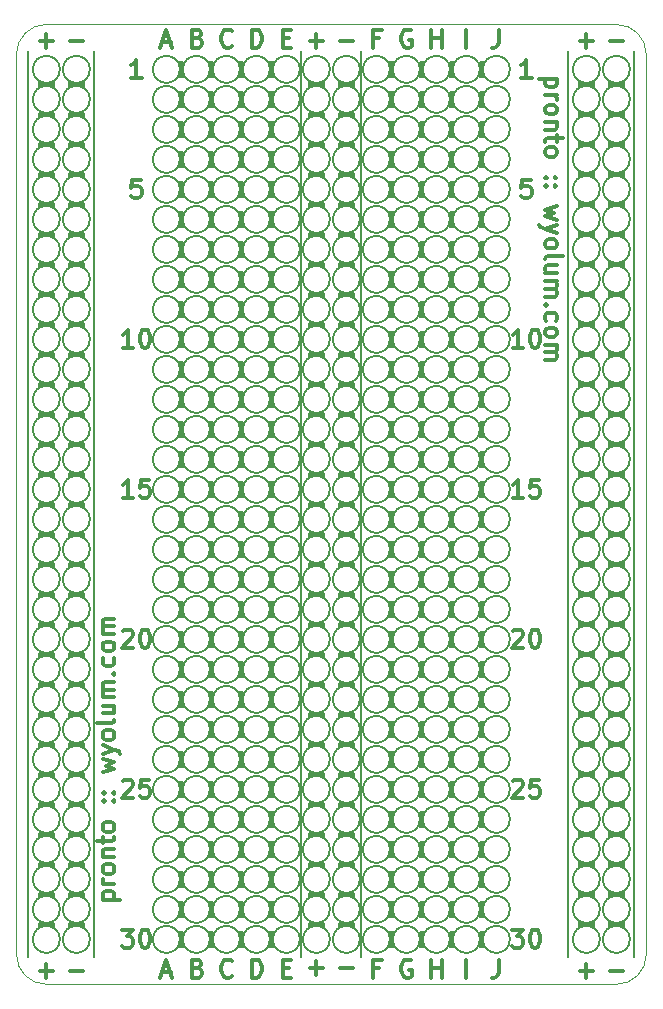
<source format=gto>
G04 #@! TF.FileFunction,Legend,Top*
%FSLAX46Y46*%
G04 Gerber Fmt 4.6, Leading zero omitted, Abs format (unit mm)*
G04 Created by KiCad (PCBNEW 0.201505061231+5645~23~ubuntu14.10.1-product) date Fri May  8 13:03:44 2015*
%MOMM*%
G01*
G04 APERTURE LIST*
%ADD10C,0.100000*%
%ADD11C,0.304800*%
%ADD12C,0.203200*%
%ADD13C,0.300000*%
%ADD14C,0.150000*%
%ADD15C,2.032000*%
G04 APERTURE END LIST*
D10*
D11*
X116259429Y-40748857D02*
X117420572Y-40748857D01*
X116840001Y-41329429D02*
X116840001Y-40168286D01*
X118799429Y-40748857D02*
X119960572Y-40748857D01*
X116259429Y-119234857D02*
X117420572Y-119234857D01*
X116840001Y-119815429D02*
X116840001Y-118654286D01*
X118799429Y-119234857D02*
X119960572Y-119234857D01*
D12*
X115570000Y-41656000D02*
X115570000Y-118364000D01*
X120650000Y-118364000D02*
X120650000Y-41656000D01*
D13*
X137227429Y-43987143D02*
X135727429Y-43987143D01*
X137156000Y-43987143D02*
X137227429Y-44130000D01*
X137227429Y-44415714D01*
X137156000Y-44558571D01*
X137084571Y-44630000D01*
X136941714Y-44701429D01*
X136513143Y-44701429D01*
X136370286Y-44630000D01*
X136298857Y-44558571D01*
X136227429Y-44415714D01*
X136227429Y-44130000D01*
X136298857Y-43987143D01*
X136227429Y-45344286D02*
X137227429Y-45344286D01*
X136941714Y-45344286D02*
X137084571Y-45415714D01*
X137156000Y-45487143D01*
X137227429Y-45630000D01*
X137227429Y-45772857D01*
X136227429Y-46487143D02*
X136298857Y-46344285D01*
X136370286Y-46272857D01*
X136513143Y-46201428D01*
X136941714Y-46201428D01*
X137084571Y-46272857D01*
X137156000Y-46344285D01*
X137227429Y-46487143D01*
X137227429Y-46701428D01*
X137156000Y-46844285D01*
X137084571Y-46915714D01*
X136941714Y-46987143D01*
X136513143Y-46987143D01*
X136370286Y-46915714D01*
X136298857Y-46844285D01*
X136227429Y-46701428D01*
X136227429Y-46487143D01*
X137227429Y-47630000D02*
X136227429Y-47630000D01*
X137084571Y-47630000D02*
X137156000Y-47701428D01*
X137227429Y-47844286D01*
X137227429Y-48058571D01*
X137156000Y-48201428D01*
X137013143Y-48272857D01*
X136227429Y-48272857D01*
X137227429Y-48772857D02*
X137227429Y-49344286D01*
X137727429Y-48987143D02*
X136441714Y-48987143D01*
X136298857Y-49058571D01*
X136227429Y-49201429D01*
X136227429Y-49344286D01*
X136227429Y-50058572D02*
X136298857Y-49915714D01*
X136370286Y-49844286D01*
X136513143Y-49772857D01*
X136941714Y-49772857D01*
X137084571Y-49844286D01*
X137156000Y-49915714D01*
X137227429Y-50058572D01*
X137227429Y-50272857D01*
X137156000Y-50415714D01*
X137084571Y-50487143D01*
X136941714Y-50558572D01*
X136513143Y-50558572D01*
X136370286Y-50487143D01*
X136298857Y-50415714D01*
X136227429Y-50272857D01*
X136227429Y-50058572D01*
X136370286Y-52344286D02*
X136298857Y-52415714D01*
X136227429Y-52344286D01*
X136298857Y-52272857D01*
X136370286Y-52344286D01*
X136227429Y-52344286D01*
X137156000Y-52344286D02*
X137084571Y-52415714D01*
X137013143Y-52344286D01*
X137084571Y-52272857D01*
X137156000Y-52344286D01*
X137013143Y-52344286D01*
X136370286Y-53058572D02*
X136298857Y-53130000D01*
X136227429Y-53058572D01*
X136298857Y-52987143D01*
X136370286Y-53058572D01*
X136227429Y-53058572D01*
X137156000Y-53058572D02*
X137084571Y-53130000D01*
X137013143Y-53058572D01*
X137084571Y-52987143D01*
X137156000Y-53058572D01*
X137013143Y-53058572D01*
X137227429Y-54772858D02*
X136227429Y-55058572D01*
X136941714Y-55344286D01*
X136227429Y-55630001D01*
X137227429Y-55915715D01*
X137227429Y-56344287D02*
X136227429Y-56701430D01*
X137227429Y-57058572D02*
X136227429Y-56701430D01*
X135870286Y-56558572D01*
X135798857Y-56487144D01*
X135727429Y-56344287D01*
X136227429Y-57844287D02*
X136298857Y-57701429D01*
X136370286Y-57630001D01*
X136513143Y-57558572D01*
X136941714Y-57558572D01*
X137084571Y-57630001D01*
X137156000Y-57701429D01*
X137227429Y-57844287D01*
X137227429Y-58058572D01*
X137156000Y-58201429D01*
X137084571Y-58272858D01*
X136941714Y-58344287D01*
X136513143Y-58344287D01*
X136370286Y-58272858D01*
X136298857Y-58201429D01*
X136227429Y-58058572D01*
X136227429Y-57844287D01*
X136227429Y-59201430D02*
X136298857Y-59058572D01*
X136441714Y-58987144D01*
X137727429Y-58987144D01*
X137227429Y-60415715D02*
X136227429Y-60415715D01*
X137227429Y-59772858D02*
X136441714Y-59772858D01*
X136298857Y-59844286D01*
X136227429Y-59987144D01*
X136227429Y-60201429D01*
X136298857Y-60344286D01*
X136370286Y-60415715D01*
X136227429Y-61130001D02*
X137227429Y-61130001D01*
X137084571Y-61130001D02*
X137156000Y-61201429D01*
X137227429Y-61344287D01*
X137227429Y-61558572D01*
X137156000Y-61701429D01*
X137013143Y-61772858D01*
X136227429Y-61772858D01*
X137013143Y-61772858D02*
X137156000Y-61844287D01*
X137227429Y-61987144D01*
X137227429Y-62201429D01*
X137156000Y-62344287D01*
X137013143Y-62415715D01*
X136227429Y-62415715D01*
X136370286Y-63130001D02*
X136298857Y-63201429D01*
X136227429Y-63130001D01*
X136298857Y-63058572D01*
X136370286Y-63130001D01*
X136227429Y-63130001D01*
X136298857Y-64487144D02*
X136227429Y-64344287D01*
X136227429Y-64058573D01*
X136298857Y-63915715D01*
X136370286Y-63844287D01*
X136513143Y-63772858D01*
X136941714Y-63772858D01*
X137084571Y-63844287D01*
X137156000Y-63915715D01*
X137227429Y-64058573D01*
X137227429Y-64344287D01*
X137156000Y-64487144D01*
X136227429Y-65344287D02*
X136298857Y-65201429D01*
X136370286Y-65130001D01*
X136513143Y-65058572D01*
X136941714Y-65058572D01*
X137084571Y-65130001D01*
X137156000Y-65201429D01*
X137227429Y-65344287D01*
X137227429Y-65558572D01*
X137156000Y-65701429D01*
X137084571Y-65772858D01*
X136941714Y-65844287D01*
X136513143Y-65844287D01*
X136370286Y-65772858D01*
X136298857Y-65701429D01*
X136227429Y-65558572D01*
X136227429Y-65344287D01*
X136227429Y-66487144D02*
X137227429Y-66487144D01*
X137084571Y-66487144D02*
X137156000Y-66558572D01*
X137227429Y-66701430D01*
X137227429Y-66915715D01*
X137156000Y-67058572D01*
X137013143Y-67130001D01*
X136227429Y-67130001D01*
X137013143Y-67130001D02*
X137156000Y-67201430D01*
X137227429Y-67344287D01*
X137227429Y-67558572D01*
X137156000Y-67701430D01*
X137013143Y-67772858D01*
X136227429Y-67772858D01*
X98738571Y-113492857D02*
X100238571Y-113492857D01*
X98810000Y-113492857D02*
X98738571Y-113350000D01*
X98738571Y-113064286D01*
X98810000Y-112921429D01*
X98881429Y-112850000D01*
X99024286Y-112778571D01*
X99452857Y-112778571D01*
X99595714Y-112850000D01*
X99667143Y-112921429D01*
X99738571Y-113064286D01*
X99738571Y-113350000D01*
X99667143Y-113492857D01*
X99738571Y-112135714D02*
X98738571Y-112135714D01*
X99024286Y-112135714D02*
X98881429Y-112064286D01*
X98810000Y-111992857D01*
X98738571Y-111850000D01*
X98738571Y-111707143D01*
X99738571Y-110992857D02*
X99667143Y-111135715D01*
X99595714Y-111207143D01*
X99452857Y-111278572D01*
X99024286Y-111278572D01*
X98881429Y-111207143D01*
X98810000Y-111135715D01*
X98738571Y-110992857D01*
X98738571Y-110778572D01*
X98810000Y-110635715D01*
X98881429Y-110564286D01*
X99024286Y-110492857D01*
X99452857Y-110492857D01*
X99595714Y-110564286D01*
X99667143Y-110635715D01*
X99738571Y-110778572D01*
X99738571Y-110992857D01*
X98738571Y-109850000D02*
X99738571Y-109850000D01*
X98881429Y-109850000D02*
X98810000Y-109778572D01*
X98738571Y-109635714D01*
X98738571Y-109421429D01*
X98810000Y-109278572D01*
X98952857Y-109207143D01*
X99738571Y-109207143D01*
X98738571Y-108707143D02*
X98738571Y-108135714D01*
X98238571Y-108492857D02*
X99524286Y-108492857D01*
X99667143Y-108421429D01*
X99738571Y-108278571D01*
X99738571Y-108135714D01*
X99738571Y-107421428D02*
X99667143Y-107564286D01*
X99595714Y-107635714D01*
X99452857Y-107707143D01*
X99024286Y-107707143D01*
X98881429Y-107635714D01*
X98810000Y-107564286D01*
X98738571Y-107421428D01*
X98738571Y-107207143D01*
X98810000Y-107064286D01*
X98881429Y-106992857D01*
X99024286Y-106921428D01*
X99452857Y-106921428D01*
X99595714Y-106992857D01*
X99667143Y-107064286D01*
X99738571Y-107207143D01*
X99738571Y-107421428D01*
X99595714Y-105135714D02*
X99667143Y-105064286D01*
X99738571Y-105135714D01*
X99667143Y-105207143D01*
X99595714Y-105135714D01*
X99738571Y-105135714D01*
X98810000Y-105135714D02*
X98881429Y-105064286D01*
X98952857Y-105135714D01*
X98881429Y-105207143D01*
X98810000Y-105135714D01*
X98952857Y-105135714D01*
X99595714Y-104421428D02*
X99667143Y-104350000D01*
X99738571Y-104421428D01*
X99667143Y-104492857D01*
X99595714Y-104421428D01*
X99738571Y-104421428D01*
X98810000Y-104421428D02*
X98881429Y-104350000D01*
X98952857Y-104421428D01*
X98881429Y-104492857D01*
X98810000Y-104421428D01*
X98952857Y-104421428D01*
X98738571Y-102707142D02*
X99738571Y-102421428D01*
X99024286Y-102135714D01*
X99738571Y-101849999D01*
X98738571Y-101564285D01*
X98738571Y-101135713D02*
X99738571Y-100778570D01*
X98738571Y-100421428D02*
X99738571Y-100778570D01*
X100095714Y-100921428D01*
X100167143Y-100992856D01*
X100238571Y-101135713D01*
X99738571Y-99635713D02*
X99667143Y-99778571D01*
X99595714Y-99849999D01*
X99452857Y-99921428D01*
X99024286Y-99921428D01*
X98881429Y-99849999D01*
X98810000Y-99778571D01*
X98738571Y-99635713D01*
X98738571Y-99421428D01*
X98810000Y-99278571D01*
X98881429Y-99207142D01*
X99024286Y-99135713D01*
X99452857Y-99135713D01*
X99595714Y-99207142D01*
X99667143Y-99278571D01*
X99738571Y-99421428D01*
X99738571Y-99635713D01*
X99738571Y-98278570D02*
X99667143Y-98421428D01*
X99524286Y-98492856D01*
X98238571Y-98492856D01*
X98738571Y-97064285D02*
X99738571Y-97064285D01*
X98738571Y-97707142D02*
X99524286Y-97707142D01*
X99667143Y-97635714D01*
X99738571Y-97492856D01*
X99738571Y-97278571D01*
X99667143Y-97135714D01*
X99595714Y-97064285D01*
X99738571Y-96349999D02*
X98738571Y-96349999D01*
X98881429Y-96349999D02*
X98810000Y-96278571D01*
X98738571Y-96135713D01*
X98738571Y-95921428D01*
X98810000Y-95778571D01*
X98952857Y-95707142D01*
X99738571Y-95707142D01*
X98952857Y-95707142D02*
X98810000Y-95635713D01*
X98738571Y-95492856D01*
X98738571Y-95278571D01*
X98810000Y-95135713D01*
X98952857Y-95064285D01*
X99738571Y-95064285D01*
X99595714Y-94349999D02*
X99667143Y-94278571D01*
X99738571Y-94349999D01*
X99667143Y-94421428D01*
X99595714Y-94349999D01*
X99738571Y-94349999D01*
X99667143Y-92992856D02*
X99738571Y-93135713D01*
X99738571Y-93421427D01*
X99667143Y-93564285D01*
X99595714Y-93635713D01*
X99452857Y-93707142D01*
X99024286Y-93707142D01*
X98881429Y-93635713D01*
X98810000Y-93564285D01*
X98738571Y-93421427D01*
X98738571Y-93135713D01*
X98810000Y-92992856D01*
X99738571Y-92135713D02*
X99667143Y-92278571D01*
X99595714Y-92349999D01*
X99452857Y-92421428D01*
X99024286Y-92421428D01*
X98881429Y-92349999D01*
X98810000Y-92278571D01*
X98738571Y-92135713D01*
X98738571Y-91921428D01*
X98810000Y-91778571D01*
X98881429Y-91707142D01*
X99024286Y-91635713D01*
X99452857Y-91635713D01*
X99595714Y-91707142D01*
X99667143Y-91778571D01*
X99738571Y-91921428D01*
X99738571Y-92135713D01*
X99738571Y-90992856D02*
X98738571Y-90992856D01*
X98881429Y-90992856D02*
X98810000Y-90921428D01*
X98738571Y-90778570D01*
X98738571Y-90564285D01*
X98810000Y-90421428D01*
X98952857Y-90349999D01*
X99738571Y-90349999D01*
X98952857Y-90349999D02*
X98810000Y-90278570D01*
X98738571Y-90135713D01*
X98738571Y-89921428D01*
X98810000Y-89778570D01*
X98952857Y-89707142D01*
X99738571Y-89707142D01*
D11*
X100366285Y-116005429D02*
X101309714Y-116005429D01*
X100801714Y-116586000D01*
X101019428Y-116586000D01*
X101164571Y-116658571D01*
X101237142Y-116731143D01*
X101309714Y-116876286D01*
X101309714Y-117239143D01*
X101237142Y-117384286D01*
X101164571Y-117456857D01*
X101019428Y-117529429D01*
X100584000Y-117529429D01*
X100438857Y-117456857D01*
X100366285Y-117384286D01*
X102253143Y-116005429D02*
X102398286Y-116005429D01*
X102543429Y-116078000D01*
X102616000Y-116150571D01*
X102688571Y-116295714D01*
X102761143Y-116586000D01*
X102761143Y-116948857D01*
X102688571Y-117239143D01*
X102616000Y-117384286D01*
X102543429Y-117456857D01*
X102398286Y-117529429D01*
X102253143Y-117529429D01*
X102108000Y-117456857D01*
X102035429Y-117384286D01*
X101962857Y-117239143D01*
X101890286Y-116948857D01*
X101890286Y-116586000D01*
X101962857Y-116295714D01*
X102035429Y-116150571D01*
X102108000Y-116078000D01*
X102253143Y-116005429D01*
X100438857Y-103450571D02*
X100511428Y-103378000D01*
X100656571Y-103305429D01*
X101019428Y-103305429D01*
X101164571Y-103378000D01*
X101237142Y-103450571D01*
X101309714Y-103595714D01*
X101309714Y-103740857D01*
X101237142Y-103958571D01*
X100366285Y-104829429D01*
X101309714Y-104829429D01*
X102688571Y-103305429D02*
X101962857Y-103305429D01*
X101890286Y-104031143D01*
X101962857Y-103958571D01*
X102108000Y-103886000D01*
X102470857Y-103886000D01*
X102616000Y-103958571D01*
X102688571Y-104031143D01*
X102761143Y-104176286D01*
X102761143Y-104539143D01*
X102688571Y-104684286D01*
X102616000Y-104756857D01*
X102470857Y-104829429D01*
X102108000Y-104829429D01*
X101962857Y-104756857D01*
X101890286Y-104684286D01*
X100438857Y-90750571D02*
X100511428Y-90678000D01*
X100656571Y-90605429D01*
X101019428Y-90605429D01*
X101164571Y-90678000D01*
X101237142Y-90750571D01*
X101309714Y-90895714D01*
X101309714Y-91040857D01*
X101237142Y-91258571D01*
X100366285Y-92129429D01*
X101309714Y-92129429D01*
X102253143Y-90605429D02*
X102398286Y-90605429D01*
X102543429Y-90678000D01*
X102616000Y-90750571D01*
X102688571Y-90895714D01*
X102761143Y-91186000D01*
X102761143Y-91548857D01*
X102688571Y-91839143D01*
X102616000Y-91984286D01*
X102543429Y-92056857D01*
X102398286Y-92129429D01*
X102253143Y-92129429D01*
X102108000Y-92056857D01*
X102035429Y-91984286D01*
X101962857Y-91839143D01*
X101890286Y-91548857D01*
X101890286Y-91186000D01*
X101962857Y-90895714D01*
X102035429Y-90750571D01*
X102108000Y-90678000D01*
X102253143Y-90605429D01*
X101309714Y-79429429D02*
X100438857Y-79429429D01*
X100874285Y-79429429D02*
X100874285Y-77905429D01*
X100729142Y-78123143D01*
X100584000Y-78268286D01*
X100438857Y-78340857D01*
X102688571Y-77905429D02*
X101962857Y-77905429D01*
X101890286Y-78631143D01*
X101962857Y-78558571D01*
X102108000Y-78486000D01*
X102470857Y-78486000D01*
X102616000Y-78558571D01*
X102688571Y-78631143D01*
X102761143Y-78776286D01*
X102761143Y-79139143D01*
X102688571Y-79284286D01*
X102616000Y-79356857D01*
X102470857Y-79429429D01*
X102108000Y-79429429D01*
X101962857Y-79356857D01*
X101890286Y-79284286D01*
X101309714Y-66729429D02*
X100438857Y-66729429D01*
X100874285Y-66729429D02*
X100874285Y-65205429D01*
X100729142Y-65423143D01*
X100584000Y-65568286D01*
X100438857Y-65640857D01*
X102253143Y-65205429D02*
X102398286Y-65205429D01*
X102543429Y-65278000D01*
X102616000Y-65350571D01*
X102688571Y-65495714D01*
X102761143Y-65786000D01*
X102761143Y-66148857D01*
X102688571Y-66439143D01*
X102616000Y-66584286D01*
X102543429Y-66656857D01*
X102398286Y-66729429D01*
X102253143Y-66729429D01*
X102108000Y-66656857D01*
X102035429Y-66584286D01*
X101962857Y-66439143D01*
X101890286Y-66148857D01*
X101890286Y-65786000D01*
X101962857Y-65495714D01*
X102035429Y-65350571D01*
X102108000Y-65278000D01*
X102253143Y-65205429D01*
D10*
X91440000Y-118110000D02*
G75*
G03X93980000Y-120650000I2540000J0D01*
G01*
X142240000Y-120650000D02*
G75*
G03X144780000Y-118110000I0J2540000D01*
G01*
X144780000Y-41910000D02*
G75*
G03X142240000Y-39370000I-2540000J0D01*
G01*
X93980000Y-39370000D02*
G75*
G03X91440000Y-41910000I0J-2540000D01*
G01*
X91440000Y-118110000D02*
X91440000Y-41910000D01*
X142240000Y-120650000D02*
X93980000Y-120650000D01*
X144780000Y-41910000D02*
X144780000Y-118110000D01*
X93980000Y-39370000D02*
X142240000Y-39370000D01*
D12*
X143764000Y-118364000D02*
X143764000Y-41656000D01*
X138176000Y-41656000D02*
X138176000Y-118364000D01*
X98044000Y-118364000D02*
X98044000Y-41656000D01*
X92456000Y-41656000D02*
X92456000Y-118364000D01*
D11*
X135055429Y-43869429D02*
X134184572Y-43869429D01*
X134620000Y-43869429D02*
X134620000Y-42345429D01*
X134474857Y-42563143D01*
X134329715Y-42708286D01*
X134184572Y-42780857D01*
X134982857Y-52505429D02*
X134257143Y-52505429D01*
X134184572Y-53231143D01*
X134257143Y-53158571D01*
X134402286Y-53086000D01*
X134765143Y-53086000D01*
X134910286Y-53158571D01*
X134982857Y-53231143D01*
X135055429Y-53376286D01*
X135055429Y-53739143D01*
X134982857Y-53884286D01*
X134910286Y-53956857D01*
X134765143Y-54029429D01*
X134402286Y-54029429D01*
X134257143Y-53956857D01*
X134184572Y-53884286D01*
X134329714Y-66729429D02*
X133458857Y-66729429D01*
X133894285Y-66729429D02*
X133894285Y-65205429D01*
X133749142Y-65423143D01*
X133604000Y-65568286D01*
X133458857Y-65640857D01*
X135273143Y-65205429D02*
X135418286Y-65205429D01*
X135563429Y-65278000D01*
X135636000Y-65350571D01*
X135708571Y-65495714D01*
X135781143Y-65786000D01*
X135781143Y-66148857D01*
X135708571Y-66439143D01*
X135636000Y-66584286D01*
X135563429Y-66656857D01*
X135418286Y-66729429D01*
X135273143Y-66729429D01*
X135128000Y-66656857D01*
X135055429Y-66584286D01*
X134982857Y-66439143D01*
X134910286Y-66148857D01*
X134910286Y-65786000D01*
X134982857Y-65495714D01*
X135055429Y-65350571D01*
X135128000Y-65278000D01*
X135273143Y-65205429D01*
X134329714Y-79429429D02*
X133458857Y-79429429D01*
X133894285Y-79429429D02*
X133894285Y-77905429D01*
X133749142Y-78123143D01*
X133604000Y-78268286D01*
X133458857Y-78340857D01*
X135708571Y-77905429D02*
X134982857Y-77905429D01*
X134910286Y-78631143D01*
X134982857Y-78558571D01*
X135128000Y-78486000D01*
X135490857Y-78486000D01*
X135636000Y-78558571D01*
X135708571Y-78631143D01*
X135781143Y-78776286D01*
X135781143Y-79139143D01*
X135708571Y-79284286D01*
X135636000Y-79356857D01*
X135490857Y-79429429D01*
X135128000Y-79429429D01*
X134982857Y-79356857D01*
X134910286Y-79284286D01*
X133458857Y-90750571D02*
X133531428Y-90678000D01*
X133676571Y-90605429D01*
X134039428Y-90605429D01*
X134184571Y-90678000D01*
X134257142Y-90750571D01*
X134329714Y-90895714D01*
X134329714Y-91040857D01*
X134257142Y-91258571D01*
X133386285Y-92129429D01*
X134329714Y-92129429D01*
X135273143Y-90605429D02*
X135418286Y-90605429D01*
X135563429Y-90678000D01*
X135636000Y-90750571D01*
X135708571Y-90895714D01*
X135781143Y-91186000D01*
X135781143Y-91548857D01*
X135708571Y-91839143D01*
X135636000Y-91984286D01*
X135563429Y-92056857D01*
X135418286Y-92129429D01*
X135273143Y-92129429D01*
X135128000Y-92056857D01*
X135055429Y-91984286D01*
X134982857Y-91839143D01*
X134910286Y-91548857D01*
X134910286Y-91186000D01*
X134982857Y-90895714D01*
X135055429Y-90750571D01*
X135128000Y-90678000D01*
X135273143Y-90605429D01*
X133458857Y-103450571D02*
X133531428Y-103378000D01*
X133676571Y-103305429D01*
X134039428Y-103305429D01*
X134184571Y-103378000D01*
X134257142Y-103450571D01*
X134329714Y-103595714D01*
X134329714Y-103740857D01*
X134257142Y-103958571D01*
X133386285Y-104829429D01*
X134329714Y-104829429D01*
X135708571Y-103305429D02*
X134982857Y-103305429D01*
X134910286Y-104031143D01*
X134982857Y-103958571D01*
X135128000Y-103886000D01*
X135490857Y-103886000D01*
X135636000Y-103958571D01*
X135708571Y-104031143D01*
X135781143Y-104176286D01*
X135781143Y-104539143D01*
X135708571Y-104684286D01*
X135636000Y-104756857D01*
X135490857Y-104829429D01*
X135128000Y-104829429D01*
X134982857Y-104756857D01*
X134910286Y-104684286D01*
X133386285Y-116005429D02*
X134329714Y-116005429D01*
X133821714Y-116586000D01*
X134039428Y-116586000D01*
X134184571Y-116658571D01*
X134257142Y-116731143D01*
X134329714Y-116876286D01*
X134329714Y-117239143D01*
X134257142Y-117384286D01*
X134184571Y-117456857D01*
X134039428Y-117529429D01*
X133604000Y-117529429D01*
X133458857Y-117456857D01*
X133386285Y-117384286D01*
X135273143Y-116005429D02*
X135418286Y-116005429D01*
X135563429Y-116078000D01*
X135636000Y-116150571D01*
X135708571Y-116295714D01*
X135781143Y-116586000D01*
X135781143Y-116948857D01*
X135708571Y-117239143D01*
X135636000Y-117384286D01*
X135563429Y-117456857D01*
X135418286Y-117529429D01*
X135273143Y-117529429D01*
X135128000Y-117456857D01*
X135055429Y-117384286D01*
X134982857Y-117239143D01*
X134910286Y-116948857D01*
X134910286Y-116586000D01*
X134982857Y-116295714D01*
X135055429Y-116150571D01*
X135128000Y-116078000D01*
X135273143Y-116005429D01*
X101962857Y-52505429D02*
X101237143Y-52505429D01*
X101164572Y-53231143D01*
X101237143Y-53158571D01*
X101382286Y-53086000D01*
X101745143Y-53086000D01*
X101890286Y-53158571D01*
X101962857Y-53231143D01*
X102035429Y-53376286D01*
X102035429Y-53739143D01*
X101962857Y-53884286D01*
X101890286Y-53956857D01*
X101745143Y-54029429D01*
X101382286Y-54029429D01*
X101237143Y-53956857D01*
X101164572Y-53884286D01*
X102035429Y-43869429D02*
X101164572Y-43869429D01*
X101600000Y-43869429D02*
X101600000Y-42345429D01*
X101454857Y-42563143D01*
X101309715Y-42708286D01*
X101164572Y-42780857D01*
X103777143Y-40894000D02*
X104502857Y-40894000D01*
X103632000Y-41329429D02*
X104140000Y-39805429D01*
X104648000Y-41329429D01*
X106788857Y-40531143D02*
X107006571Y-40603714D01*
X107079143Y-40676286D01*
X107151714Y-40821429D01*
X107151714Y-41039143D01*
X107079143Y-41184286D01*
X107006571Y-41256857D01*
X106861429Y-41329429D01*
X106280857Y-41329429D01*
X106280857Y-39805429D01*
X106788857Y-39805429D01*
X106934000Y-39878000D01*
X107006571Y-39950571D01*
X107079143Y-40095714D01*
X107079143Y-40240857D01*
X107006571Y-40386000D01*
X106934000Y-40458571D01*
X106788857Y-40531143D01*
X106280857Y-40531143D01*
X109691714Y-41184286D02*
X109619143Y-41256857D01*
X109401429Y-41329429D01*
X109256286Y-41329429D01*
X109038571Y-41256857D01*
X108893429Y-41111714D01*
X108820857Y-40966571D01*
X108748286Y-40676286D01*
X108748286Y-40458571D01*
X108820857Y-40168286D01*
X108893429Y-40023143D01*
X109038571Y-39878000D01*
X109256286Y-39805429D01*
X109401429Y-39805429D01*
X109619143Y-39878000D01*
X109691714Y-39950571D01*
X111360857Y-41329429D02*
X111360857Y-39805429D01*
X111723714Y-39805429D01*
X111941429Y-39878000D01*
X112086571Y-40023143D01*
X112159143Y-40168286D01*
X112231714Y-40458571D01*
X112231714Y-40676286D01*
X112159143Y-40966571D01*
X112086571Y-41111714D01*
X111941429Y-41256857D01*
X111723714Y-41329429D01*
X111360857Y-41329429D01*
X113973429Y-40531143D02*
X114481429Y-40531143D01*
X114699143Y-41329429D02*
X113973429Y-41329429D01*
X113973429Y-39805429D01*
X114699143Y-39805429D01*
X122137714Y-40531143D02*
X121629714Y-40531143D01*
X121629714Y-41329429D02*
X121629714Y-39805429D01*
X122355428Y-39805429D01*
X124859143Y-39878000D02*
X124714000Y-39805429D01*
X124496286Y-39805429D01*
X124278571Y-39878000D01*
X124133429Y-40023143D01*
X124060857Y-40168286D01*
X123988286Y-40458571D01*
X123988286Y-40676286D01*
X124060857Y-40966571D01*
X124133429Y-41111714D01*
X124278571Y-41256857D01*
X124496286Y-41329429D01*
X124641429Y-41329429D01*
X124859143Y-41256857D01*
X124931714Y-41184286D01*
X124931714Y-40676286D01*
X124641429Y-40676286D01*
X126564572Y-41329429D02*
X126564572Y-39805429D01*
X126564572Y-40531143D02*
X127435429Y-40531143D01*
X127435429Y-41329429D02*
X127435429Y-39805429D01*
X129540000Y-41329429D02*
X129540000Y-39805429D01*
X132297715Y-39805429D02*
X132297715Y-40894000D01*
X132225143Y-41111714D01*
X132080000Y-41256857D01*
X131862286Y-41329429D01*
X131717143Y-41329429D01*
X139119429Y-40748857D02*
X140280572Y-40748857D01*
X139700001Y-41329429D02*
X139700001Y-40168286D01*
X141659429Y-40748857D02*
X142820572Y-40748857D01*
X95939429Y-40748857D02*
X97100572Y-40748857D01*
X93399429Y-40748857D02*
X94560572Y-40748857D01*
X93980001Y-41329429D02*
X93980001Y-40168286D01*
X93399429Y-119488857D02*
X94560572Y-119488857D01*
X93980001Y-120069429D02*
X93980001Y-118908286D01*
X95939429Y-119488857D02*
X97100572Y-119488857D01*
X141659429Y-119488857D02*
X142820572Y-119488857D01*
X139119429Y-119488857D02*
X140280572Y-119488857D01*
X139700001Y-120069429D02*
X139700001Y-118908286D01*
X132297715Y-118545429D02*
X132297715Y-119634000D01*
X132225143Y-119851714D01*
X132080000Y-119996857D01*
X131862286Y-120069429D01*
X131717143Y-120069429D01*
X129540000Y-120069429D02*
X129540000Y-118545429D01*
X126564572Y-120069429D02*
X126564572Y-118545429D01*
X126564572Y-119271143D02*
X127435429Y-119271143D01*
X127435429Y-120069429D02*
X127435429Y-118545429D01*
X124859143Y-118618000D02*
X124714000Y-118545429D01*
X124496286Y-118545429D01*
X124278571Y-118618000D01*
X124133429Y-118763143D01*
X124060857Y-118908286D01*
X123988286Y-119198571D01*
X123988286Y-119416286D01*
X124060857Y-119706571D01*
X124133429Y-119851714D01*
X124278571Y-119996857D01*
X124496286Y-120069429D01*
X124641429Y-120069429D01*
X124859143Y-119996857D01*
X124931714Y-119924286D01*
X124931714Y-119416286D01*
X124641429Y-119416286D01*
X122137714Y-119271143D02*
X121629714Y-119271143D01*
X121629714Y-120069429D02*
X121629714Y-118545429D01*
X122355428Y-118545429D01*
X113973429Y-119271143D02*
X114481429Y-119271143D01*
X114699143Y-120069429D02*
X113973429Y-120069429D01*
X113973429Y-118545429D01*
X114699143Y-118545429D01*
X111360857Y-120069429D02*
X111360857Y-118545429D01*
X111723714Y-118545429D01*
X111941429Y-118618000D01*
X112086571Y-118763143D01*
X112159143Y-118908286D01*
X112231714Y-119198571D01*
X112231714Y-119416286D01*
X112159143Y-119706571D01*
X112086571Y-119851714D01*
X111941429Y-119996857D01*
X111723714Y-120069429D01*
X111360857Y-120069429D01*
X109691714Y-119924286D02*
X109619143Y-119996857D01*
X109401429Y-120069429D01*
X109256286Y-120069429D01*
X109038571Y-119996857D01*
X108893429Y-119851714D01*
X108820857Y-119706571D01*
X108748286Y-119416286D01*
X108748286Y-119198571D01*
X108820857Y-118908286D01*
X108893429Y-118763143D01*
X109038571Y-118618000D01*
X109256286Y-118545429D01*
X109401429Y-118545429D01*
X109619143Y-118618000D01*
X109691714Y-118690571D01*
X106788857Y-119271143D02*
X107006571Y-119343714D01*
X107079143Y-119416286D01*
X107151714Y-119561429D01*
X107151714Y-119779143D01*
X107079143Y-119924286D01*
X107006571Y-119996857D01*
X106861429Y-120069429D01*
X106280857Y-120069429D01*
X106280857Y-118545429D01*
X106788857Y-118545429D01*
X106934000Y-118618000D01*
X107006571Y-118690571D01*
X107079143Y-118835714D01*
X107079143Y-118980857D01*
X107006571Y-119126000D01*
X106934000Y-119198571D01*
X106788857Y-119271143D01*
X106280857Y-119271143D01*
X103777143Y-119634000D02*
X104502857Y-119634000D01*
X103632000Y-120069429D02*
X104140000Y-118545429D01*
X104648000Y-120069429D01*
D14*
X97155000Y-115570000D02*
X97155000Y-115443000D01*
X97155000Y-115443000D02*
X95885000Y-115443000D01*
X95885000Y-115443000D02*
X95885000Y-115570000D01*
X95885000Y-115697000D02*
X97155000Y-115697000D01*
X97155000Y-115824000D02*
X97155000Y-115570000D01*
X97155000Y-115570000D02*
X95885000Y-115570000D01*
X95885000Y-115570000D02*
X95885000Y-115824000D01*
X97663000Y-116840000D02*
G75*
G03X97663000Y-116840000I-1143000J0D01*
G01*
X94615000Y-115570000D02*
X94615000Y-115443000D01*
X94615000Y-115443000D02*
X93345000Y-115443000D01*
X93345000Y-115443000D02*
X93345000Y-115570000D01*
X93345000Y-115697000D02*
X94615000Y-115697000D01*
X94615000Y-115824000D02*
X94615000Y-115570000D01*
X94615000Y-115570000D02*
X93345000Y-115570000D01*
X93345000Y-115570000D02*
X93345000Y-115824000D01*
X95123000Y-116840000D02*
G75*
G03X95123000Y-116840000I-1143000J0D01*
G01*
X142875000Y-115570000D02*
X142875000Y-115443000D01*
X142875000Y-115443000D02*
X141605000Y-115443000D01*
X141605000Y-115443000D02*
X141605000Y-115570000D01*
X141605000Y-115697000D02*
X142875000Y-115697000D01*
X142875000Y-115824000D02*
X142875000Y-115570000D01*
X142875000Y-115570000D02*
X141605000Y-115570000D01*
X141605000Y-115570000D02*
X141605000Y-115824000D01*
X143383000Y-116840000D02*
G75*
G03X143383000Y-116840000I-1143000J0D01*
G01*
X140335000Y-115570000D02*
X140335000Y-115443000D01*
X140335000Y-115443000D02*
X139065000Y-115443000D01*
X139065000Y-115443000D02*
X139065000Y-115570000D01*
X139065000Y-115697000D02*
X140335000Y-115697000D01*
X140335000Y-115824000D02*
X140335000Y-115570000D01*
X140335000Y-115570000D02*
X139065000Y-115570000D01*
X139065000Y-115570000D02*
X139065000Y-115824000D01*
X140843000Y-116840000D02*
G75*
G03X140843000Y-116840000I-1143000J0D01*
G01*
X141605000Y-102870000D02*
X141605000Y-102997000D01*
X141605000Y-102997000D02*
X142875000Y-102997000D01*
X142875000Y-102997000D02*
X142875000Y-102870000D01*
X142875000Y-102743000D02*
X141605000Y-102743000D01*
X141605000Y-102616000D02*
X141605000Y-102870000D01*
X141605000Y-102870000D02*
X142875000Y-102870000D01*
X142875000Y-102870000D02*
X142875000Y-102616000D01*
X143383000Y-101600000D02*
G75*
G03X143383000Y-101600000I-1143000J0D01*
G01*
X139065000Y-102870000D02*
X139065000Y-102997000D01*
X139065000Y-102997000D02*
X140335000Y-102997000D01*
X140335000Y-102997000D02*
X140335000Y-102870000D01*
X140335000Y-102743000D02*
X139065000Y-102743000D01*
X139065000Y-102616000D02*
X139065000Y-102870000D01*
X139065000Y-102870000D02*
X140335000Y-102870000D01*
X140335000Y-102870000D02*
X140335000Y-102616000D01*
X140843000Y-101600000D02*
G75*
G03X140843000Y-101600000I-1143000J0D01*
G01*
X141605000Y-87630000D02*
X141605000Y-87757000D01*
X141605000Y-87757000D02*
X142875000Y-87757000D01*
X142875000Y-87757000D02*
X142875000Y-87630000D01*
X142875000Y-87503000D02*
X141605000Y-87503000D01*
X141605000Y-87376000D02*
X141605000Y-87630000D01*
X141605000Y-87630000D02*
X142875000Y-87630000D01*
X142875000Y-87630000D02*
X142875000Y-87376000D01*
X143383000Y-86360000D02*
G75*
G03X143383000Y-86360000I-1143000J0D01*
G01*
X139065000Y-87630000D02*
X139065000Y-87757000D01*
X139065000Y-87757000D02*
X140335000Y-87757000D01*
X140335000Y-87757000D02*
X140335000Y-87630000D01*
X140335000Y-87503000D02*
X139065000Y-87503000D01*
X139065000Y-87376000D02*
X139065000Y-87630000D01*
X139065000Y-87630000D02*
X140335000Y-87630000D01*
X140335000Y-87630000D02*
X140335000Y-87376000D01*
X140843000Y-86360000D02*
G75*
G03X140843000Y-86360000I-1143000J0D01*
G01*
X141605000Y-72390000D02*
X141605000Y-72517000D01*
X141605000Y-72517000D02*
X142875000Y-72517000D01*
X142875000Y-72517000D02*
X142875000Y-72390000D01*
X142875000Y-72263000D02*
X141605000Y-72263000D01*
X141605000Y-72136000D02*
X141605000Y-72390000D01*
X141605000Y-72390000D02*
X142875000Y-72390000D01*
X142875000Y-72390000D02*
X142875000Y-72136000D01*
X143383000Y-71120000D02*
G75*
G03X143383000Y-71120000I-1143000J0D01*
G01*
X139065000Y-72390000D02*
X139065000Y-72517000D01*
X139065000Y-72517000D02*
X140335000Y-72517000D01*
X140335000Y-72517000D02*
X140335000Y-72390000D01*
X140335000Y-72263000D02*
X139065000Y-72263000D01*
X139065000Y-72136000D02*
X139065000Y-72390000D01*
X139065000Y-72390000D02*
X140335000Y-72390000D01*
X140335000Y-72390000D02*
X140335000Y-72136000D01*
X140843000Y-71120000D02*
G75*
G03X140843000Y-71120000I-1143000J0D01*
G01*
X141605000Y-57150000D02*
X141605000Y-57277000D01*
X141605000Y-57277000D02*
X142875000Y-57277000D01*
X142875000Y-57277000D02*
X142875000Y-57150000D01*
X142875000Y-57023000D02*
X141605000Y-57023000D01*
X141605000Y-56896000D02*
X141605000Y-57150000D01*
X141605000Y-57150000D02*
X142875000Y-57150000D01*
X142875000Y-57150000D02*
X142875000Y-56896000D01*
X143383000Y-55880000D02*
G75*
G03X143383000Y-55880000I-1143000J0D01*
G01*
X139065000Y-57150000D02*
X139065000Y-57277000D01*
X139065000Y-57277000D02*
X140335000Y-57277000D01*
X140335000Y-57277000D02*
X140335000Y-57150000D01*
X140335000Y-57023000D02*
X139065000Y-57023000D01*
X139065000Y-56896000D02*
X139065000Y-57150000D01*
X139065000Y-57150000D02*
X140335000Y-57150000D01*
X140335000Y-57150000D02*
X140335000Y-56896000D01*
X140843000Y-55880000D02*
G75*
G03X140843000Y-55880000I-1143000J0D01*
G01*
X97155000Y-100330000D02*
X97155000Y-100203000D01*
X97155000Y-100203000D02*
X95885000Y-100203000D01*
X95885000Y-100203000D02*
X95885000Y-100330000D01*
X95885000Y-100457000D02*
X97155000Y-100457000D01*
X97155000Y-100584000D02*
X97155000Y-100330000D01*
X97155000Y-100330000D02*
X95885000Y-100330000D01*
X95885000Y-100330000D02*
X95885000Y-100584000D01*
X97663000Y-101600000D02*
G75*
G03X97663000Y-101600000I-1143000J0D01*
G01*
X94615000Y-100330000D02*
X94615000Y-100203000D01*
X94615000Y-100203000D02*
X93345000Y-100203000D01*
X93345000Y-100203000D02*
X93345000Y-100330000D01*
X93345000Y-100457000D02*
X94615000Y-100457000D01*
X94615000Y-100584000D02*
X94615000Y-100330000D01*
X94615000Y-100330000D02*
X93345000Y-100330000D01*
X93345000Y-100330000D02*
X93345000Y-100584000D01*
X95123000Y-101600000D02*
G75*
G03X95123000Y-101600000I-1143000J0D01*
G01*
X97155000Y-85090000D02*
X97155000Y-84963000D01*
X97155000Y-84963000D02*
X95885000Y-84963000D01*
X95885000Y-84963000D02*
X95885000Y-85090000D01*
X95885000Y-85217000D02*
X97155000Y-85217000D01*
X97155000Y-85344000D02*
X97155000Y-85090000D01*
X97155000Y-85090000D02*
X95885000Y-85090000D01*
X95885000Y-85090000D02*
X95885000Y-85344000D01*
X97663000Y-86360000D02*
G75*
G03X97663000Y-86360000I-1143000J0D01*
G01*
X94615000Y-85090000D02*
X94615000Y-84963000D01*
X94615000Y-84963000D02*
X93345000Y-84963000D01*
X93345000Y-84963000D02*
X93345000Y-85090000D01*
X93345000Y-85217000D02*
X94615000Y-85217000D01*
X94615000Y-85344000D02*
X94615000Y-85090000D01*
X94615000Y-85090000D02*
X93345000Y-85090000D01*
X93345000Y-85090000D02*
X93345000Y-85344000D01*
X95123000Y-86360000D02*
G75*
G03X95123000Y-86360000I-1143000J0D01*
G01*
X97155000Y-69850000D02*
X97155000Y-69723000D01*
X97155000Y-69723000D02*
X95885000Y-69723000D01*
X95885000Y-69723000D02*
X95885000Y-69850000D01*
X95885000Y-69977000D02*
X97155000Y-69977000D01*
X97155000Y-70104000D02*
X97155000Y-69850000D01*
X97155000Y-69850000D02*
X95885000Y-69850000D01*
X95885000Y-69850000D02*
X95885000Y-70104000D01*
X97663000Y-71120000D02*
G75*
G03X97663000Y-71120000I-1143000J0D01*
G01*
X94615000Y-69850000D02*
X94615000Y-69723000D01*
X94615000Y-69723000D02*
X93345000Y-69723000D01*
X93345000Y-69723000D02*
X93345000Y-69850000D01*
X93345000Y-69977000D02*
X94615000Y-69977000D01*
X94615000Y-70104000D02*
X94615000Y-69850000D01*
X94615000Y-69850000D02*
X93345000Y-69850000D01*
X93345000Y-69850000D02*
X93345000Y-70104000D01*
X95123000Y-71120000D02*
G75*
G03X95123000Y-71120000I-1143000J0D01*
G01*
X97155000Y-54610000D02*
X97155000Y-54483000D01*
X97155000Y-54483000D02*
X95885000Y-54483000D01*
X95885000Y-54483000D02*
X95885000Y-54610000D01*
X95885000Y-54737000D02*
X97155000Y-54737000D01*
X97155000Y-54864000D02*
X97155000Y-54610000D01*
X97155000Y-54610000D02*
X95885000Y-54610000D01*
X95885000Y-54610000D02*
X95885000Y-54864000D01*
X97663000Y-55880000D02*
G75*
G03X97663000Y-55880000I-1143000J0D01*
G01*
X94615000Y-54610000D02*
X94615000Y-54483000D01*
X94615000Y-54483000D02*
X93345000Y-54483000D01*
X93345000Y-54483000D02*
X93345000Y-54610000D01*
X93345000Y-54737000D02*
X94615000Y-54737000D01*
X94615000Y-54864000D02*
X94615000Y-54610000D01*
X94615000Y-54610000D02*
X93345000Y-54610000D01*
X93345000Y-54610000D02*
X93345000Y-54864000D01*
X95123000Y-55880000D02*
G75*
G03X95123000Y-55880000I-1143000J0D01*
G01*
X120015000Y-115570000D02*
X120015000Y-115443000D01*
X120015000Y-115443000D02*
X118745000Y-115443000D01*
X118745000Y-115443000D02*
X118745000Y-115570000D01*
X118745000Y-115697000D02*
X120015000Y-115697000D01*
X120015000Y-115824000D02*
X120015000Y-115570000D01*
X120015000Y-115570000D02*
X118745000Y-115570000D01*
X118745000Y-115570000D02*
X118745000Y-115824000D01*
X120523000Y-116840000D02*
G75*
G03X120523000Y-116840000I-1143000J0D01*
G01*
X117475000Y-115570000D02*
X117475000Y-115443000D01*
X117475000Y-115443000D02*
X116205000Y-115443000D01*
X116205000Y-115443000D02*
X116205000Y-115570000D01*
X116205000Y-115697000D02*
X117475000Y-115697000D01*
X117475000Y-115824000D02*
X117475000Y-115570000D01*
X117475000Y-115570000D02*
X116205000Y-115570000D01*
X116205000Y-115570000D02*
X116205000Y-115824000D01*
X117983000Y-116840000D02*
G75*
G03X117983000Y-116840000I-1143000J0D01*
G01*
X120015000Y-100330000D02*
X120015000Y-100203000D01*
X120015000Y-100203000D02*
X118745000Y-100203000D01*
X118745000Y-100203000D02*
X118745000Y-100330000D01*
X118745000Y-100457000D02*
X120015000Y-100457000D01*
X120015000Y-100584000D02*
X120015000Y-100330000D01*
X120015000Y-100330000D02*
X118745000Y-100330000D01*
X118745000Y-100330000D02*
X118745000Y-100584000D01*
X120523000Y-101600000D02*
G75*
G03X120523000Y-101600000I-1143000J0D01*
G01*
X117475000Y-100330000D02*
X117475000Y-100203000D01*
X117475000Y-100203000D02*
X116205000Y-100203000D01*
X116205000Y-100203000D02*
X116205000Y-100330000D01*
X116205000Y-100457000D02*
X117475000Y-100457000D01*
X117475000Y-100584000D02*
X117475000Y-100330000D01*
X117475000Y-100330000D02*
X116205000Y-100330000D01*
X116205000Y-100330000D02*
X116205000Y-100584000D01*
X117983000Y-101600000D02*
G75*
G03X117983000Y-101600000I-1143000J0D01*
G01*
X120015000Y-85090000D02*
X120015000Y-84963000D01*
X120015000Y-84963000D02*
X118745000Y-84963000D01*
X118745000Y-84963000D02*
X118745000Y-85090000D01*
X118745000Y-85217000D02*
X120015000Y-85217000D01*
X120015000Y-85344000D02*
X120015000Y-85090000D01*
X120015000Y-85090000D02*
X118745000Y-85090000D01*
X118745000Y-85090000D02*
X118745000Y-85344000D01*
X120523000Y-86360000D02*
G75*
G03X120523000Y-86360000I-1143000J0D01*
G01*
X117475000Y-85090000D02*
X117475000Y-84963000D01*
X117475000Y-84963000D02*
X116205000Y-84963000D01*
X116205000Y-84963000D02*
X116205000Y-85090000D01*
X116205000Y-85217000D02*
X117475000Y-85217000D01*
X117475000Y-85344000D02*
X117475000Y-85090000D01*
X117475000Y-85090000D02*
X116205000Y-85090000D01*
X116205000Y-85090000D02*
X116205000Y-85344000D01*
X117983000Y-86360000D02*
G75*
G03X117983000Y-86360000I-1143000J0D01*
G01*
X120015000Y-69850000D02*
X120015000Y-69723000D01*
X120015000Y-69723000D02*
X118745000Y-69723000D01*
X118745000Y-69723000D02*
X118745000Y-69850000D01*
X118745000Y-69977000D02*
X120015000Y-69977000D01*
X120015000Y-70104000D02*
X120015000Y-69850000D01*
X120015000Y-69850000D02*
X118745000Y-69850000D01*
X118745000Y-69850000D02*
X118745000Y-70104000D01*
X120523000Y-71120000D02*
G75*
G03X120523000Y-71120000I-1143000J0D01*
G01*
X117475000Y-69850000D02*
X117475000Y-69723000D01*
X117475000Y-69723000D02*
X116205000Y-69723000D01*
X116205000Y-69723000D02*
X116205000Y-69850000D01*
X116205000Y-69977000D02*
X117475000Y-69977000D01*
X117475000Y-70104000D02*
X117475000Y-69850000D01*
X117475000Y-69850000D02*
X116205000Y-69850000D01*
X116205000Y-69850000D02*
X116205000Y-70104000D01*
X117983000Y-71120000D02*
G75*
G03X117983000Y-71120000I-1143000J0D01*
G01*
X120015000Y-54610000D02*
X120015000Y-54483000D01*
X120015000Y-54483000D02*
X118745000Y-54483000D01*
X118745000Y-54483000D02*
X118745000Y-54610000D01*
X118745000Y-54737000D02*
X120015000Y-54737000D01*
X120015000Y-54864000D02*
X120015000Y-54610000D01*
X120015000Y-54610000D02*
X118745000Y-54610000D01*
X118745000Y-54610000D02*
X118745000Y-54864000D01*
X120523000Y-55880000D02*
G75*
G03X120523000Y-55880000I-1143000J0D01*
G01*
X117475000Y-54610000D02*
X117475000Y-54483000D01*
X117475000Y-54483000D02*
X116205000Y-54483000D01*
X116205000Y-54483000D02*
X116205000Y-54610000D01*
X116205000Y-54737000D02*
X117475000Y-54737000D01*
X117475000Y-54864000D02*
X117475000Y-54610000D01*
X117475000Y-54610000D02*
X116205000Y-54610000D01*
X116205000Y-54610000D02*
X116205000Y-54864000D01*
X117983000Y-55880000D02*
G75*
G03X117983000Y-55880000I-1143000J0D01*
G01*
X117475000Y-72390000D02*
X117475000Y-72263000D01*
X117475000Y-72263000D02*
X116205000Y-72263000D01*
X116205000Y-72263000D02*
X116205000Y-72390000D01*
X116205000Y-72517000D02*
X117475000Y-72517000D01*
X117475000Y-72644000D02*
X117475000Y-72390000D01*
X117475000Y-72390000D02*
X116205000Y-72390000D01*
X116205000Y-72390000D02*
X116205000Y-72644000D01*
X117983000Y-73660000D02*
G75*
G03X117983000Y-73660000I-1143000J0D01*
G01*
X120015000Y-72390000D02*
X120015000Y-72263000D01*
X120015000Y-72263000D02*
X118745000Y-72263000D01*
X118745000Y-72263000D02*
X118745000Y-72390000D01*
X118745000Y-72517000D02*
X120015000Y-72517000D01*
X120015000Y-72644000D02*
X120015000Y-72390000D01*
X120015000Y-72390000D02*
X118745000Y-72390000D01*
X118745000Y-72390000D02*
X118745000Y-72644000D01*
X120523000Y-73660000D02*
G75*
G03X120523000Y-73660000I-1143000J0D01*
G01*
X117475000Y-64770000D02*
X117475000Y-64643000D01*
X117475000Y-64643000D02*
X116205000Y-64643000D01*
X116205000Y-64643000D02*
X116205000Y-64770000D01*
X116205000Y-64897000D02*
X117475000Y-64897000D01*
X117475000Y-65024000D02*
X117475000Y-64770000D01*
X117475000Y-64770000D02*
X116205000Y-64770000D01*
X116205000Y-64770000D02*
X116205000Y-65024000D01*
X117983000Y-66040000D02*
G75*
G03X117983000Y-66040000I-1143000J0D01*
G01*
X120015000Y-64770000D02*
X120015000Y-64643000D01*
X120015000Y-64643000D02*
X118745000Y-64643000D01*
X118745000Y-64643000D02*
X118745000Y-64770000D01*
X118745000Y-64897000D02*
X120015000Y-64897000D01*
X120015000Y-65024000D02*
X120015000Y-64770000D01*
X120015000Y-64770000D02*
X118745000Y-64770000D01*
X118745000Y-64770000D02*
X118745000Y-65024000D01*
X120523000Y-66040000D02*
G75*
G03X120523000Y-66040000I-1143000J0D01*
G01*
X120015000Y-67310000D02*
X120015000Y-67183000D01*
X120015000Y-67183000D02*
X118745000Y-67183000D01*
X118745000Y-67183000D02*
X118745000Y-67310000D01*
X118745000Y-67437000D02*
X120015000Y-67437000D01*
X120015000Y-67564000D02*
X120015000Y-67310000D01*
X120015000Y-67310000D02*
X118745000Y-67310000D01*
X118745000Y-67310000D02*
X118745000Y-67564000D01*
X120523000Y-68580000D02*
G75*
G03X120523000Y-68580000I-1143000J0D01*
G01*
X117475000Y-67310000D02*
X117475000Y-67183000D01*
X117475000Y-67183000D02*
X116205000Y-67183000D01*
X116205000Y-67183000D02*
X116205000Y-67310000D01*
X116205000Y-67437000D02*
X117475000Y-67437000D01*
X117475000Y-67564000D02*
X117475000Y-67310000D01*
X117475000Y-67310000D02*
X116205000Y-67310000D01*
X116205000Y-67310000D02*
X116205000Y-67564000D01*
X117983000Y-68580000D02*
G75*
G03X117983000Y-68580000I-1143000J0D01*
G01*
X117475000Y-57150000D02*
X117475000Y-57023000D01*
X117475000Y-57023000D02*
X116205000Y-57023000D01*
X116205000Y-57023000D02*
X116205000Y-57150000D01*
X116205000Y-57277000D02*
X117475000Y-57277000D01*
X117475000Y-57404000D02*
X117475000Y-57150000D01*
X117475000Y-57150000D02*
X116205000Y-57150000D01*
X116205000Y-57150000D02*
X116205000Y-57404000D01*
X117983000Y-58420000D02*
G75*
G03X117983000Y-58420000I-1143000J0D01*
G01*
X120015000Y-57150000D02*
X120015000Y-57023000D01*
X120015000Y-57023000D02*
X118745000Y-57023000D01*
X118745000Y-57023000D02*
X118745000Y-57150000D01*
X118745000Y-57277000D02*
X120015000Y-57277000D01*
X120015000Y-57404000D02*
X120015000Y-57150000D01*
X120015000Y-57150000D02*
X118745000Y-57150000D01*
X118745000Y-57150000D02*
X118745000Y-57404000D01*
X120523000Y-58420000D02*
G75*
G03X120523000Y-58420000I-1143000J0D01*
G01*
X117475000Y-59690000D02*
X117475000Y-59563000D01*
X117475000Y-59563000D02*
X116205000Y-59563000D01*
X116205000Y-59563000D02*
X116205000Y-59690000D01*
X116205000Y-59817000D02*
X117475000Y-59817000D01*
X117475000Y-59944000D02*
X117475000Y-59690000D01*
X117475000Y-59690000D02*
X116205000Y-59690000D01*
X116205000Y-59690000D02*
X116205000Y-59944000D01*
X117983000Y-60960000D02*
G75*
G03X117983000Y-60960000I-1143000J0D01*
G01*
X120015000Y-59690000D02*
X120015000Y-59563000D01*
X120015000Y-59563000D02*
X118745000Y-59563000D01*
X118745000Y-59563000D02*
X118745000Y-59690000D01*
X118745000Y-59817000D02*
X120015000Y-59817000D01*
X120015000Y-59944000D02*
X120015000Y-59690000D01*
X120015000Y-59690000D02*
X118745000Y-59690000D01*
X118745000Y-59690000D02*
X118745000Y-59944000D01*
X120523000Y-60960000D02*
G75*
G03X120523000Y-60960000I-1143000J0D01*
G01*
X120015000Y-62230000D02*
X120015000Y-62103000D01*
X120015000Y-62103000D02*
X118745000Y-62103000D01*
X118745000Y-62103000D02*
X118745000Y-62230000D01*
X118745000Y-62357000D02*
X120015000Y-62357000D01*
X120015000Y-62484000D02*
X120015000Y-62230000D01*
X120015000Y-62230000D02*
X118745000Y-62230000D01*
X118745000Y-62230000D02*
X118745000Y-62484000D01*
X120523000Y-63500000D02*
G75*
G03X120523000Y-63500000I-1143000J0D01*
G01*
X117475000Y-62230000D02*
X117475000Y-62103000D01*
X117475000Y-62103000D02*
X116205000Y-62103000D01*
X116205000Y-62103000D02*
X116205000Y-62230000D01*
X116205000Y-62357000D02*
X117475000Y-62357000D01*
X117475000Y-62484000D02*
X117475000Y-62230000D01*
X117475000Y-62230000D02*
X116205000Y-62230000D01*
X116205000Y-62230000D02*
X116205000Y-62484000D01*
X117983000Y-63500000D02*
G75*
G03X117983000Y-63500000I-1143000J0D01*
G01*
X116205000Y-44450000D02*
X116205000Y-44577000D01*
X116205000Y-44577000D02*
X117475000Y-44577000D01*
X117475000Y-44577000D02*
X117475000Y-44450000D01*
X117475000Y-44323000D02*
X116205000Y-44323000D01*
X116205000Y-44196000D02*
X116205000Y-44450000D01*
X116205000Y-44450000D02*
X117475000Y-44450000D01*
X117475000Y-44450000D02*
X117475000Y-44196000D01*
X117983000Y-43180000D02*
G75*
G03X117983000Y-43180000I-1143000J0D01*
G01*
X118745000Y-44450000D02*
X118745000Y-44577000D01*
X118745000Y-44577000D02*
X120015000Y-44577000D01*
X120015000Y-44577000D02*
X120015000Y-44450000D01*
X120015000Y-44323000D02*
X118745000Y-44323000D01*
X118745000Y-44196000D02*
X118745000Y-44450000D01*
X118745000Y-44450000D02*
X120015000Y-44450000D01*
X120015000Y-44450000D02*
X120015000Y-44196000D01*
X120523000Y-43180000D02*
G75*
G03X120523000Y-43180000I-1143000J0D01*
G01*
X117475000Y-46990000D02*
X117475000Y-46863000D01*
X117475000Y-46863000D02*
X116205000Y-46863000D01*
X116205000Y-46863000D02*
X116205000Y-46990000D01*
X116205000Y-47117000D02*
X117475000Y-47117000D01*
X117475000Y-47244000D02*
X117475000Y-46990000D01*
X117475000Y-46990000D02*
X116205000Y-46990000D01*
X116205000Y-46990000D02*
X116205000Y-47244000D01*
X117983000Y-48260000D02*
G75*
G03X117983000Y-48260000I-1143000J0D01*
G01*
X120015000Y-46990000D02*
X120015000Y-46863000D01*
X120015000Y-46863000D02*
X118745000Y-46863000D01*
X118745000Y-46863000D02*
X118745000Y-46990000D01*
X118745000Y-47117000D02*
X120015000Y-47117000D01*
X120015000Y-47244000D02*
X120015000Y-46990000D01*
X120015000Y-46990000D02*
X118745000Y-46990000D01*
X118745000Y-46990000D02*
X118745000Y-47244000D01*
X120523000Y-48260000D02*
G75*
G03X120523000Y-48260000I-1143000J0D01*
G01*
X120015000Y-44450000D02*
X120015000Y-44323000D01*
X120015000Y-44323000D02*
X118745000Y-44323000D01*
X118745000Y-44323000D02*
X118745000Y-44450000D01*
X118745000Y-44577000D02*
X120015000Y-44577000D01*
X120015000Y-44704000D02*
X120015000Y-44450000D01*
X120015000Y-44450000D02*
X118745000Y-44450000D01*
X118745000Y-44450000D02*
X118745000Y-44704000D01*
X120523000Y-45720000D02*
G75*
G03X120523000Y-45720000I-1143000J0D01*
G01*
X117475000Y-44450000D02*
X117475000Y-44323000D01*
X117475000Y-44323000D02*
X116205000Y-44323000D01*
X116205000Y-44323000D02*
X116205000Y-44450000D01*
X116205000Y-44577000D02*
X117475000Y-44577000D01*
X117475000Y-44704000D02*
X117475000Y-44450000D01*
X117475000Y-44450000D02*
X116205000Y-44450000D01*
X116205000Y-44450000D02*
X116205000Y-44704000D01*
X117983000Y-45720000D02*
G75*
G03X117983000Y-45720000I-1143000J0D01*
G01*
X117475000Y-49530000D02*
X117475000Y-49403000D01*
X117475000Y-49403000D02*
X116205000Y-49403000D01*
X116205000Y-49403000D02*
X116205000Y-49530000D01*
X116205000Y-49657000D02*
X117475000Y-49657000D01*
X117475000Y-49784000D02*
X117475000Y-49530000D01*
X117475000Y-49530000D02*
X116205000Y-49530000D01*
X116205000Y-49530000D02*
X116205000Y-49784000D01*
X117983000Y-50800000D02*
G75*
G03X117983000Y-50800000I-1143000J0D01*
G01*
X120015000Y-49530000D02*
X120015000Y-49403000D01*
X120015000Y-49403000D02*
X118745000Y-49403000D01*
X118745000Y-49403000D02*
X118745000Y-49530000D01*
X118745000Y-49657000D02*
X120015000Y-49657000D01*
X120015000Y-49784000D02*
X120015000Y-49530000D01*
X120015000Y-49530000D02*
X118745000Y-49530000D01*
X118745000Y-49530000D02*
X118745000Y-49784000D01*
X120523000Y-50800000D02*
G75*
G03X120523000Y-50800000I-1143000J0D01*
G01*
X120015000Y-52070000D02*
X120015000Y-51943000D01*
X120015000Y-51943000D02*
X118745000Y-51943000D01*
X118745000Y-51943000D02*
X118745000Y-52070000D01*
X118745000Y-52197000D02*
X120015000Y-52197000D01*
X120015000Y-52324000D02*
X120015000Y-52070000D01*
X120015000Y-52070000D02*
X118745000Y-52070000D01*
X118745000Y-52070000D02*
X118745000Y-52324000D01*
X120523000Y-53340000D02*
G75*
G03X120523000Y-53340000I-1143000J0D01*
G01*
X117475000Y-52070000D02*
X117475000Y-51943000D01*
X117475000Y-51943000D02*
X116205000Y-51943000D01*
X116205000Y-51943000D02*
X116205000Y-52070000D01*
X116205000Y-52197000D02*
X117475000Y-52197000D01*
X117475000Y-52324000D02*
X117475000Y-52070000D01*
X117475000Y-52070000D02*
X116205000Y-52070000D01*
X116205000Y-52070000D02*
X116205000Y-52324000D01*
X117983000Y-53340000D02*
G75*
G03X117983000Y-53340000I-1143000J0D01*
G01*
X117475000Y-92710000D02*
X117475000Y-92583000D01*
X117475000Y-92583000D02*
X116205000Y-92583000D01*
X116205000Y-92583000D02*
X116205000Y-92710000D01*
X116205000Y-92837000D02*
X117475000Y-92837000D01*
X117475000Y-92964000D02*
X117475000Y-92710000D01*
X117475000Y-92710000D02*
X116205000Y-92710000D01*
X116205000Y-92710000D02*
X116205000Y-92964000D01*
X117983000Y-93980000D02*
G75*
G03X117983000Y-93980000I-1143000J0D01*
G01*
X120015000Y-92710000D02*
X120015000Y-92583000D01*
X120015000Y-92583000D02*
X118745000Y-92583000D01*
X118745000Y-92583000D02*
X118745000Y-92710000D01*
X118745000Y-92837000D02*
X120015000Y-92837000D01*
X120015000Y-92964000D02*
X120015000Y-92710000D01*
X120015000Y-92710000D02*
X118745000Y-92710000D01*
X118745000Y-92710000D02*
X118745000Y-92964000D01*
X120523000Y-93980000D02*
G75*
G03X120523000Y-93980000I-1143000J0D01*
G01*
X120015000Y-90170000D02*
X120015000Y-90043000D01*
X120015000Y-90043000D02*
X118745000Y-90043000D01*
X118745000Y-90043000D02*
X118745000Y-90170000D01*
X118745000Y-90297000D02*
X120015000Y-90297000D01*
X120015000Y-90424000D02*
X120015000Y-90170000D01*
X120015000Y-90170000D02*
X118745000Y-90170000D01*
X118745000Y-90170000D02*
X118745000Y-90424000D01*
X120523000Y-91440000D02*
G75*
G03X120523000Y-91440000I-1143000J0D01*
G01*
X117475000Y-90170000D02*
X117475000Y-90043000D01*
X117475000Y-90043000D02*
X116205000Y-90043000D01*
X116205000Y-90043000D02*
X116205000Y-90170000D01*
X116205000Y-90297000D02*
X117475000Y-90297000D01*
X117475000Y-90424000D02*
X117475000Y-90170000D01*
X117475000Y-90170000D02*
X116205000Y-90170000D01*
X116205000Y-90170000D02*
X116205000Y-90424000D01*
X117983000Y-91440000D02*
G75*
G03X117983000Y-91440000I-1143000J0D01*
G01*
X120015000Y-87630000D02*
X120015000Y-87503000D01*
X120015000Y-87503000D02*
X118745000Y-87503000D01*
X118745000Y-87503000D02*
X118745000Y-87630000D01*
X118745000Y-87757000D02*
X120015000Y-87757000D01*
X120015000Y-87884000D02*
X120015000Y-87630000D01*
X120015000Y-87630000D02*
X118745000Y-87630000D01*
X118745000Y-87630000D02*
X118745000Y-87884000D01*
X120523000Y-88900000D02*
G75*
G03X120523000Y-88900000I-1143000J0D01*
G01*
X117475000Y-87630000D02*
X117475000Y-87503000D01*
X117475000Y-87503000D02*
X116205000Y-87503000D01*
X116205000Y-87503000D02*
X116205000Y-87630000D01*
X116205000Y-87757000D02*
X117475000Y-87757000D01*
X117475000Y-87884000D02*
X117475000Y-87630000D01*
X117475000Y-87630000D02*
X116205000Y-87630000D01*
X116205000Y-87630000D02*
X116205000Y-87884000D01*
X117983000Y-88900000D02*
G75*
G03X117983000Y-88900000I-1143000J0D01*
G01*
X117475000Y-77470000D02*
X117475000Y-77343000D01*
X117475000Y-77343000D02*
X116205000Y-77343000D01*
X116205000Y-77343000D02*
X116205000Y-77470000D01*
X116205000Y-77597000D02*
X117475000Y-77597000D01*
X117475000Y-77724000D02*
X117475000Y-77470000D01*
X117475000Y-77470000D02*
X116205000Y-77470000D01*
X116205000Y-77470000D02*
X116205000Y-77724000D01*
X117983000Y-78740000D02*
G75*
G03X117983000Y-78740000I-1143000J0D01*
G01*
X120015000Y-77470000D02*
X120015000Y-77343000D01*
X120015000Y-77343000D02*
X118745000Y-77343000D01*
X118745000Y-77343000D02*
X118745000Y-77470000D01*
X118745000Y-77597000D02*
X120015000Y-77597000D01*
X120015000Y-77724000D02*
X120015000Y-77470000D01*
X120015000Y-77470000D02*
X118745000Y-77470000D01*
X118745000Y-77470000D02*
X118745000Y-77724000D01*
X120523000Y-78740000D02*
G75*
G03X120523000Y-78740000I-1143000J0D01*
G01*
X120015000Y-74930000D02*
X120015000Y-74803000D01*
X120015000Y-74803000D02*
X118745000Y-74803000D01*
X118745000Y-74803000D02*
X118745000Y-74930000D01*
X118745000Y-75057000D02*
X120015000Y-75057000D01*
X120015000Y-75184000D02*
X120015000Y-74930000D01*
X120015000Y-74930000D02*
X118745000Y-74930000D01*
X118745000Y-74930000D02*
X118745000Y-75184000D01*
X120523000Y-76200000D02*
G75*
G03X120523000Y-76200000I-1143000J0D01*
G01*
X117475000Y-74930000D02*
X117475000Y-74803000D01*
X117475000Y-74803000D02*
X116205000Y-74803000D01*
X116205000Y-74803000D02*
X116205000Y-74930000D01*
X116205000Y-75057000D02*
X117475000Y-75057000D01*
X117475000Y-75184000D02*
X117475000Y-74930000D01*
X117475000Y-74930000D02*
X116205000Y-74930000D01*
X116205000Y-74930000D02*
X116205000Y-75184000D01*
X117983000Y-76200000D02*
G75*
G03X117983000Y-76200000I-1143000J0D01*
G01*
X117475000Y-80010000D02*
X117475000Y-79883000D01*
X117475000Y-79883000D02*
X116205000Y-79883000D01*
X116205000Y-79883000D02*
X116205000Y-80010000D01*
X116205000Y-80137000D02*
X117475000Y-80137000D01*
X117475000Y-80264000D02*
X117475000Y-80010000D01*
X117475000Y-80010000D02*
X116205000Y-80010000D01*
X116205000Y-80010000D02*
X116205000Y-80264000D01*
X117983000Y-81280000D02*
G75*
G03X117983000Y-81280000I-1143000J0D01*
G01*
X120015000Y-80010000D02*
X120015000Y-79883000D01*
X120015000Y-79883000D02*
X118745000Y-79883000D01*
X118745000Y-79883000D02*
X118745000Y-80010000D01*
X118745000Y-80137000D02*
X120015000Y-80137000D01*
X120015000Y-80264000D02*
X120015000Y-80010000D01*
X120015000Y-80010000D02*
X118745000Y-80010000D01*
X118745000Y-80010000D02*
X118745000Y-80264000D01*
X120523000Y-81280000D02*
G75*
G03X120523000Y-81280000I-1143000J0D01*
G01*
X120015000Y-82550000D02*
X120015000Y-82423000D01*
X120015000Y-82423000D02*
X118745000Y-82423000D01*
X118745000Y-82423000D02*
X118745000Y-82550000D01*
X118745000Y-82677000D02*
X120015000Y-82677000D01*
X120015000Y-82804000D02*
X120015000Y-82550000D01*
X120015000Y-82550000D02*
X118745000Y-82550000D01*
X118745000Y-82550000D02*
X118745000Y-82804000D01*
X120523000Y-83820000D02*
G75*
G03X120523000Y-83820000I-1143000J0D01*
G01*
X117475000Y-82550000D02*
X117475000Y-82423000D01*
X117475000Y-82423000D02*
X116205000Y-82423000D01*
X116205000Y-82423000D02*
X116205000Y-82550000D01*
X116205000Y-82677000D02*
X117475000Y-82677000D01*
X117475000Y-82804000D02*
X117475000Y-82550000D01*
X117475000Y-82550000D02*
X116205000Y-82550000D01*
X116205000Y-82550000D02*
X116205000Y-82804000D01*
X117983000Y-83820000D02*
G75*
G03X117983000Y-83820000I-1143000J0D01*
G01*
X117475000Y-102870000D02*
X117475000Y-102743000D01*
X117475000Y-102743000D02*
X116205000Y-102743000D01*
X116205000Y-102743000D02*
X116205000Y-102870000D01*
X116205000Y-102997000D02*
X117475000Y-102997000D01*
X117475000Y-103124000D02*
X117475000Y-102870000D01*
X117475000Y-102870000D02*
X116205000Y-102870000D01*
X116205000Y-102870000D02*
X116205000Y-103124000D01*
X117983000Y-104140000D02*
G75*
G03X117983000Y-104140000I-1143000J0D01*
G01*
X120015000Y-102870000D02*
X120015000Y-102743000D01*
X120015000Y-102743000D02*
X118745000Y-102743000D01*
X118745000Y-102743000D02*
X118745000Y-102870000D01*
X118745000Y-102997000D02*
X120015000Y-102997000D01*
X120015000Y-103124000D02*
X120015000Y-102870000D01*
X120015000Y-102870000D02*
X118745000Y-102870000D01*
X118745000Y-102870000D02*
X118745000Y-103124000D01*
X120523000Y-104140000D02*
G75*
G03X120523000Y-104140000I-1143000J0D01*
G01*
X117475000Y-95250000D02*
X117475000Y-95123000D01*
X117475000Y-95123000D02*
X116205000Y-95123000D01*
X116205000Y-95123000D02*
X116205000Y-95250000D01*
X116205000Y-95377000D02*
X117475000Y-95377000D01*
X117475000Y-95504000D02*
X117475000Y-95250000D01*
X117475000Y-95250000D02*
X116205000Y-95250000D01*
X116205000Y-95250000D02*
X116205000Y-95504000D01*
X117983000Y-96520000D02*
G75*
G03X117983000Y-96520000I-1143000J0D01*
G01*
X120015000Y-95250000D02*
X120015000Y-95123000D01*
X120015000Y-95123000D02*
X118745000Y-95123000D01*
X118745000Y-95123000D02*
X118745000Y-95250000D01*
X118745000Y-95377000D02*
X120015000Y-95377000D01*
X120015000Y-95504000D02*
X120015000Y-95250000D01*
X120015000Y-95250000D02*
X118745000Y-95250000D01*
X118745000Y-95250000D02*
X118745000Y-95504000D01*
X120523000Y-96520000D02*
G75*
G03X120523000Y-96520000I-1143000J0D01*
G01*
X120015000Y-97790000D02*
X120015000Y-97663000D01*
X120015000Y-97663000D02*
X118745000Y-97663000D01*
X118745000Y-97663000D02*
X118745000Y-97790000D01*
X118745000Y-97917000D02*
X120015000Y-97917000D01*
X120015000Y-98044000D02*
X120015000Y-97790000D01*
X120015000Y-97790000D02*
X118745000Y-97790000D01*
X118745000Y-97790000D02*
X118745000Y-98044000D01*
X120523000Y-99060000D02*
G75*
G03X120523000Y-99060000I-1143000J0D01*
G01*
X117475000Y-97790000D02*
X117475000Y-97663000D01*
X117475000Y-97663000D02*
X116205000Y-97663000D01*
X116205000Y-97663000D02*
X116205000Y-97790000D01*
X116205000Y-97917000D02*
X117475000Y-97917000D01*
X117475000Y-98044000D02*
X117475000Y-97790000D01*
X117475000Y-97790000D02*
X116205000Y-97790000D01*
X116205000Y-97790000D02*
X116205000Y-98044000D01*
X117983000Y-99060000D02*
G75*
G03X117983000Y-99060000I-1143000J0D01*
G01*
X117475000Y-107950000D02*
X117475000Y-107823000D01*
X117475000Y-107823000D02*
X116205000Y-107823000D01*
X116205000Y-107823000D02*
X116205000Y-107950000D01*
X116205000Y-108077000D02*
X117475000Y-108077000D01*
X117475000Y-108204000D02*
X117475000Y-107950000D01*
X117475000Y-107950000D02*
X116205000Y-107950000D01*
X116205000Y-107950000D02*
X116205000Y-108204000D01*
X117983000Y-109220000D02*
G75*
G03X117983000Y-109220000I-1143000J0D01*
G01*
X120015000Y-107950000D02*
X120015000Y-107823000D01*
X120015000Y-107823000D02*
X118745000Y-107823000D01*
X118745000Y-107823000D02*
X118745000Y-107950000D01*
X118745000Y-108077000D02*
X120015000Y-108077000D01*
X120015000Y-108204000D02*
X120015000Y-107950000D01*
X120015000Y-107950000D02*
X118745000Y-107950000D01*
X118745000Y-107950000D02*
X118745000Y-108204000D01*
X120523000Y-109220000D02*
G75*
G03X120523000Y-109220000I-1143000J0D01*
G01*
X120015000Y-105410000D02*
X120015000Y-105283000D01*
X120015000Y-105283000D02*
X118745000Y-105283000D01*
X118745000Y-105283000D02*
X118745000Y-105410000D01*
X118745000Y-105537000D02*
X120015000Y-105537000D01*
X120015000Y-105664000D02*
X120015000Y-105410000D01*
X120015000Y-105410000D02*
X118745000Y-105410000D01*
X118745000Y-105410000D02*
X118745000Y-105664000D01*
X120523000Y-106680000D02*
G75*
G03X120523000Y-106680000I-1143000J0D01*
G01*
X117475000Y-105410000D02*
X117475000Y-105283000D01*
X117475000Y-105283000D02*
X116205000Y-105283000D01*
X116205000Y-105283000D02*
X116205000Y-105410000D01*
X116205000Y-105537000D02*
X117475000Y-105537000D01*
X117475000Y-105664000D02*
X117475000Y-105410000D01*
X117475000Y-105410000D02*
X116205000Y-105410000D01*
X116205000Y-105410000D02*
X116205000Y-105664000D01*
X117983000Y-106680000D02*
G75*
G03X117983000Y-106680000I-1143000J0D01*
G01*
X117475000Y-110490000D02*
X117475000Y-110363000D01*
X117475000Y-110363000D02*
X116205000Y-110363000D01*
X116205000Y-110363000D02*
X116205000Y-110490000D01*
X116205000Y-110617000D02*
X117475000Y-110617000D01*
X117475000Y-110744000D02*
X117475000Y-110490000D01*
X117475000Y-110490000D02*
X116205000Y-110490000D01*
X116205000Y-110490000D02*
X116205000Y-110744000D01*
X117983000Y-111760000D02*
G75*
G03X117983000Y-111760000I-1143000J0D01*
G01*
X120015000Y-110490000D02*
X120015000Y-110363000D01*
X120015000Y-110363000D02*
X118745000Y-110363000D01*
X118745000Y-110363000D02*
X118745000Y-110490000D01*
X118745000Y-110617000D02*
X120015000Y-110617000D01*
X120015000Y-110744000D02*
X120015000Y-110490000D01*
X120015000Y-110490000D02*
X118745000Y-110490000D01*
X118745000Y-110490000D02*
X118745000Y-110744000D01*
X120523000Y-111760000D02*
G75*
G03X120523000Y-111760000I-1143000J0D01*
G01*
X120015000Y-113030000D02*
X120015000Y-112903000D01*
X120015000Y-112903000D02*
X118745000Y-112903000D01*
X118745000Y-112903000D02*
X118745000Y-113030000D01*
X118745000Y-113157000D02*
X120015000Y-113157000D01*
X120015000Y-113284000D02*
X120015000Y-113030000D01*
X120015000Y-113030000D02*
X118745000Y-113030000D01*
X118745000Y-113030000D02*
X118745000Y-113284000D01*
X120523000Y-114300000D02*
G75*
G03X120523000Y-114300000I-1143000J0D01*
G01*
X117475000Y-113030000D02*
X117475000Y-112903000D01*
X117475000Y-112903000D02*
X116205000Y-112903000D01*
X116205000Y-112903000D02*
X116205000Y-113030000D01*
X116205000Y-113157000D02*
X117475000Y-113157000D01*
X117475000Y-113284000D02*
X117475000Y-113030000D01*
X117475000Y-113030000D02*
X116205000Y-113030000D01*
X116205000Y-113030000D02*
X116205000Y-113284000D01*
X117983000Y-114300000D02*
G75*
G03X117983000Y-114300000I-1143000J0D01*
G01*
X123190000Y-112395000D02*
X123317000Y-112395000D01*
X123317000Y-112395000D02*
X123317000Y-111125000D01*
X123317000Y-111125000D02*
X123190000Y-111125000D01*
X123063000Y-111125000D02*
X123063000Y-112395000D01*
X122936000Y-112395000D02*
X123190000Y-112395000D01*
X123190000Y-112395000D02*
X123190000Y-111125000D01*
X123190000Y-111125000D02*
X122936000Y-111125000D01*
X123063000Y-111760000D02*
G75*
G03X123063000Y-111760000I-1143000J0D01*
G01*
X123190000Y-111125000D02*
X123063000Y-111125000D01*
X123063000Y-111125000D02*
X123063000Y-112395000D01*
X123063000Y-112395000D02*
X123190000Y-112395000D01*
X123317000Y-112395000D02*
X123317000Y-111125000D01*
X123444000Y-111125000D02*
X123190000Y-111125000D01*
X123190000Y-111125000D02*
X123190000Y-112395000D01*
X123190000Y-112395000D02*
X123444000Y-112395000D01*
X125603000Y-111760000D02*
G75*
G03X125603000Y-111760000I-1143000J0D01*
G01*
X125730000Y-111125000D02*
X125603000Y-111125000D01*
X125603000Y-111125000D02*
X125603000Y-112395000D01*
X125603000Y-112395000D02*
X125730000Y-112395000D01*
X125857000Y-112395000D02*
X125857000Y-111125000D01*
X125984000Y-111125000D02*
X125730000Y-111125000D01*
X125730000Y-111125000D02*
X125730000Y-112395000D01*
X125730000Y-112395000D02*
X125984000Y-112395000D01*
X128143000Y-111760000D02*
G75*
G03X128143000Y-111760000I-1143000J0D01*
G01*
X130810000Y-111125000D02*
X130683000Y-111125000D01*
X130683000Y-111125000D02*
X130683000Y-112395000D01*
X130683000Y-112395000D02*
X130810000Y-112395000D01*
X130937000Y-112395000D02*
X130937000Y-111125000D01*
X131064000Y-111125000D02*
X130810000Y-111125000D01*
X130810000Y-111125000D02*
X130810000Y-112395000D01*
X130810000Y-112395000D02*
X131064000Y-112395000D01*
X133223000Y-111760000D02*
G75*
G03X133223000Y-111760000I-1143000J0D01*
G01*
X128270000Y-111125000D02*
X128143000Y-111125000D01*
X128143000Y-111125000D02*
X128143000Y-112395000D01*
X128143000Y-112395000D02*
X128270000Y-112395000D01*
X128397000Y-112395000D02*
X128397000Y-111125000D01*
X128524000Y-111125000D02*
X128270000Y-111125000D01*
X128270000Y-111125000D02*
X128270000Y-112395000D01*
X128270000Y-112395000D02*
X128524000Y-112395000D01*
X130683000Y-111760000D02*
G75*
G03X130683000Y-111760000I-1143000J0D01*
G01*
X123190000Y-114935000D02*
X123317000Y-114935000D01*
X123317000Y-114935000D02*
X123317000Y-113665000D01*
X123317000Y-113665000D02*
X123190000Y-113665000D01*
X123063000Y-113665000D02*
X123063000Y-114935000D01*
X122936000Y-114935000D02*
X123190000Y-114935000D01*
X123190000Y-114935000D02*
X123190000Y-113665000D01*
X123190000Y-113665000D02*
X122936000Y-113665000D01*
X123063000Y-114300000D02*
G75*
G03X123063000Y-114300000I-1143000J0D01*
G01*
X123190000Y-113665000D02*
X123063000Y-113665000D01*
X123063000Y-113665000D02*
X123063000Y-114935000D01*
X123063000Y-114935000D02*
X123190000Y-114935000D01*
X123317000Y-114935000D02*
X123317000Y-113665000D01*
X123444000Y-113665000D02*
X123190000Y-113665000D01*
X123190000Y-113665000D02*
X123190000Y-114935000D01*
X123190000Y-114935000D02*
X123444000Y-114935000D01*
X125603000Y-114300000D02*
G75*
G03X125603000Y-114300000I-1143000J0D01*
G01*
X125730000Y-113665000D02*
X125603000Y-113665000D01*
X125603000Y-113665000D02*
X125603000Y-114935000D01*
X125603000Y-114935000D02*
X125730000Y-114935000D01*
X125857000Y-114935000D02*
X125857000Y-113665000D01*
X125984000Y-113665000D02*
X125730000Y-113665000D01*
X125730000Y-113665000D02*
X125730000Y-114935000D01*
X125730000Y-114935000D02*
X125984000Y-114935000D01*
X128143000Y-114300000D02*
G75*
G03X128143000Y-114300000I-1143000J0D01*
G01*
X130810000Y-113665000D02*
X130683000Y-113665000D01*
X130683000Y-113665000D02*
X130683000Y-114935000D01*
X130683000Y-114935000D02*
X130810000Y-114935000D01*
X130937000Y-114935000D02*
X130937000Y-113665000D01*
X131064000Y-113665000D02*
X130810000Y-113665000D01*
X130810000Y-113665000D02*
X130810000Y-114935000D01*
X130810000Y-114935000D02*
X131064000Y-114935000D01*
X133223000Y-114300000D02*
G75*
G03X133223000Y-114300000I-1143000J0D01*
G01*
X128270000Y-113665000D02*
X128143000Y-113665000D01*
X128143000Y-113665000D02*
X128143000Y-114935000D01*
X128143000Y-114935000D02*
X128270000Y-114935000D01*
X128397000Y-114935000D02*
X128397000Y-113665000D01*
X128524000Y-113665000D02*
X128270000Y-113665000D01*
X128270000Y-113665000D02*
X128270000Y-114935000D01*
X128270000Y-114935000D02*
X128524000Y-114935000D01*
X130683000Y-114300000D02*
G75*
G03X130683000Y-114300000I-1143000J0D01*
G01*
X128270000Y-116205000D02*
X128143000Y-116205000D01*
X128143000Y-116205000D02*
X128143000Y-117475000D01*
X128143000Y-117475000D02*
X128270000Y-117475000D01*
X128397000Y-117475000D02*
X128397000Y-116205000D01*
X128524000Y-116205000D02*
X128270000Y-116205000D01*
X128270000Y-116205000D02*
X128270000Y-117475000D01*
X128270000Y-117475000D02*
X128524000Y-117475000D01*
X130683000Y-116840000D02*
G75*
G03X130683000Y-116840000I-1143000J0D01*
G01*
X130810000Y-116205000D02*
X130683000Y-116205000D01*
X130683000Y-116205000D02*
X130683000Y-117475000D01*
X130683000Y-117475000D02*
X130810000Y-117475000D01*
X130937000Y-117475000D02*
X130937000Y-116205000D01*
X131064000Y-116205000D02*
X130810000Y-116205000D01*
X130810000Y-116205000D02*
X130810000Y-117475000D01*
X130810000Y-117475000D02*
X131064000Y-117475000D01*
X133223000Y-116840000D02*
G75*
G03X133223000Y-116840000I-1143000J0D01*
G01*
X125730000Y-116205000D02*
X125603000Y-116205000D01*
X125603000Y-116205000D02*
X125603000Y-117475000D01*
X125603000Y-117475000D02*
X125730000Y-117475000D01*
X125857000Y-117475000D02*
X125857000Y-116205000D01*
X125984000Y-116205000D02*
X125730000Y-116205000D01*
X125730000Y-116205000D02*
X125730000Y-117475000D01*
X125730000Y-117475000D02*
X125984000Y-117475000D01*
X128143000Y-116840000D02*
G75*
G03X128143000Y-116840000I-1143000J0D01*
G01*
X123190000Y-116205000D02*
X123063000Y-116205000D01*
X123063000Y-116205000D02*
X123063000Y-117475000D01*
X123063000Y-117475000D02*
X123190000Y-117475000D01*
X123317000Y-117475000D02*
X123317000Y-116205000D01*
X123444000Y-116205000D02*
X123190000Y-116205000D01*
X123190000Y-116205000D02*
X123190000Y-117475000D01*
X123190000Y-117475000D02*
X123444000Y-117475000D01*
X125603000Y-116840000D02*
G75*
G03X125603000Y-116840000I-1143000J0D01*
G01*
X123190000Y-117475000D02*
X123317000Y-117475000D01*
X123317000Y-117475000D02*
X123317000Y-116205000D01*
X123317000Y-116205000D02*
X123190000Y-116205000D01*
X123063000Y-116205000D02*
X123063000Y-117475000D01*
X122936000Y-117475000D02*
X123190000Y-117475000D01*
X123190000Y-117475000D02*
X123190000Y-116205000D01*
X123190000Y-116205000D02*
X122936000Y-116205000D01*
X123063000Y-116840000D02*
G75*
G03X123063000Y-116840000I-1143000J0D01*
G01*
X128270000Y-98425000D02*
X128143000Y-98425000D01*
X128143000Y-98425000D02*
X128143000Y-99695000D01*
X128143000Y-99695000D02*
X128270000Y-99695000D01*
X128397000Y-99695000D02*
X128397000Y-98425000D01*
X128524000Y-98425000D02*
X128270000Y-98425000D01*
X128270000Y-98425000D02*
X128270000Y-99695000D01*
X128270000Y-99695000D02*
X128524000Y-99695000D01*
X130683000Y-99060000D02*
G75*
G03X130683000Y-99060000I-1143000J0D01*
G01*
X130810000Y-98425000D02*
X130683000Y-98425000D01*
X130683000Y-98425000D02*
X130683000Y-99695000D01*
X130683000Y-99695000D02*
X130810000Y-99695000D01*
X130937000Y-99695000D02*
X130937000Y-98425000D01*
X131064000Y-98425000D02*
X130810000Y-98425000D01*
X130810000Y-98425000D02*
X130810000Y-99695000D01*
X130810000Y-99695000D02*
X131064000Y-99695000D01*
X133223000Y-99060000D02*
G75*
G03X133223000Y-99060000I-1143000J0D01*
G01*
X125730000Y-98425000D02*
X125603000Y-98425000D01*
X125603000Y-98425000D02*
X125603000Y-99695000D01*
X125603000Y-99695000D02*
X125730000Y-99695000D01*
X125857000Y-99695000D02*
X125857000Y-98425000D01*
X125984000Y-98425000D02*
X125730000Y-98425000D01*
X125730000Y-98425000D02*
X125730000Y-99695000D01*
X125730000Y-99695000D02*
X125984000Y-99695000D01*
X128143000Y-99060000D02*
G75*
G03X128143000Y-99060000I-1143000J0D01*
G01*
X123190000Y-98425000D02*
X123063000Y-98425000D01*
X123063000Y-98425000D02*
X123063000Y-99695000D01*
X123063000Y-99695000D02*
X123190000Y-99695000D01*
X123317000Y-99695000D02*
X123317000Y-98425000D01*
X123444000Y-98425000D02*
X123190000Y-98425000D01*
X123190000Y-98425000D02*
X123190000Y-99695000D01*
X123190000Y-99695000D02*
X123444000Y-99695000D01*
X125603000Y-99060000D02*
G75*
G03X125603000Y-99060000I-1143000J0D01*
G01*
X123190000Y-99695000D02*
X123317000Y-99695000D01*
X123317000Y-99695000D02*
X123317000Y-98425000D01*
X123317000Y-98425000D02*
X123190000Y-98425000D01*
X123063000Y-98425000D02*
X123063000Y-99695000D01*
X122936000Y-99695000D02*
X123190000Y-99695000D01*
X123190000Y-99695000D02*
X123190000Y-98425000D01*
X123190000Y-98425000D02*
X122936000Y-98425000D01*
X123063000Y-99060000D02*
G75*
G03X123063000Y-99060000I-1143000J0D01*
G01*
X123190000Y-109855000D02*
X123317000Y-109855000D01*
X123317000Y-109855000D02*
X123317000Y-108585000D01*
X123317000Y-108585000D02*
X123190000Y-108585000D01*
X123063000Y-108585000D02*
X123063000Y-109855000D01*
X122936000Y-109855000D02*
X123190000Y-109855000D01*
X123190000Y-109855000D02*
X123190000Y-108585000D01*
X123190000Y-108585000D02*
X122936000Y-108585000D01*
X123063000Y-109220000D02*
G75*
G03X123063000Y-109220000I-1143000J0D01*
G01*
X123190000Y-108585000D02*
X123063000Y-108585000D01*
X123063000Y-108585000D02*
X123063000Y-109855000D01*
X123063000Y-109855000D02*
X123190000Y-109855000D01*
X123317000Y-109855000D02*
X123317000Y-108585000D01*
X123444000Y-108585000D02*
X123190000Y-108585000D01*
X123190000Y-108585000D02*
X123190000Y-109855000D01*
X123190000Y-109855000D02*
X123444000Y-109855000D01*
X125603000Y-109220000D02*
G75*
G03X125603000Y-109220000I-1143000J0D01*
G01*
X125730000Y-108585000D02*
X125603000Y-108585000D01*
X125603000Y-108585000D02*
X125603000Y-109855000D01*
X125603000Y-109855000D02*
X125730000Y-109855000D01*
X125857000Y-109855000D02*
X125857000Y-108585000D01*
X125984000Y-108585000D02*
X125730000Y-108585000D01*
X125730000Y-108585000D02*
X125730000Y-109855000D01*
X125730000Y-109855000D02*
X125984000Y-109855000D01*
X128143000Y-109220000D02*
G75*
G03X128143000Y-109220000I-1143000J0D01*
G01*
X130810000Y-108585000D02*
X130683000Y-108585000D01*
X130683000Y-108585000D02*
X130683000Y-109855000D01*
X130683000Y-109855000D02*
X130810000Y-109855000D01*
X130937000Y-109855000D02*
X130937000Y-108585000D01*
X131064000Y-108585000D02*
X130810000Y-108585000D01*
X130810000Y-108585000D02*
X130810000Y-109855000D01*
X130810000Y-109855000D02*
X131064000Y-109855000D01*
X133223000Y-109220000D02*
G75*
G03X133223000Y-109220000I-1143000J0D01*
G01*
X128270000Y-108585000D02*
X128143000Y-108585000D01*
X128143000Y-108585000D02*
X128143000Y-109855000D01*
X128143000Y-109855000D02*
X128270000Y-109855000D01*
X128397000Y-109855000D02*
X128397000Y-108585000D01*
X128524000Y-108585000D02*
X128270000Y-108585000D01*
X128270000Y-108585000D02*
X128270000Y-109855000D01*
X128270000Y-109855000D02*
X128524000Y-109855000D01*
X130683000Y-109220000D02*
G75*
G03X130683000Y-109220000I-1143000J0D01*
G01*
X128270000Y-106045000D02*
X128143000Y-106045000D01*
X128143000Y-106045000D02*
X128143000Y-107315000D01*
X128143000Y-107315000D02*
X128270000Y-107315000D01*
X128397000Y-107315000D02*
X128397000Y-106045000D01*
X128524000Y-106045000D02*
X128270000Y-106045000D01*
X128270000Y-106045000D02*
X128270000Y-107315000D01*
X128270000Y-107315000D02*
X128524000Y-107315000D01*
X130683000Y-106680000D02*
G75*
G03X130683000Y-106680000I-1143000J0D01*
G01*
X130810000Y-106045000D02*
X130683000Y-106045000D01*
X130683000Y-106045000D02*
X130683000Y-107315000D01*
X130683000Y-107315000D02*
X130810000Y-107315000D01*
X130937000Y-107315000D02*
X130937000Y-106045000D01*
X131064000Y-106045000D02*
X130810000Y-106045000D01*
X130810000Y-106045000D02*
X130810000Y-107315000D01*
X130810000Y-107315000D02*
X131064000Y-107315000D01*
X133223000Y-106680000D02*
G75*
G03X133223000Y-106680000I-1143000J0D01*
G01*
X125730000Y-106045000D02*
X125603000Y-106045000D01*
X125603000Y-106045000D02*
X125603000Y-107315000D01*
X125603000Y-107315000D02*
X125730000Y-107315000D01*
X125857000Y-107315000D02*
X125857000Y-106045000D01*
X125984000Y-106045000D02*
X125730000Y-106045000D01*
X125730000Y-106045000D02*
X125730000Y-107315000D01*
X125730000Y-107315000D02*
X125984000Y-107315000D01*
X128143000Y-106680000D02*
G75*
G03X128143000Y-106680000I-1143000J0D01*
G01*
X123190000Y-106045000D02*
X123063000Y-106045000D01*
X123063000Y-106045000D02*
X123063000Y-107315000D01*
X123063000Y-107315000D02*
X123190000Y-107315000D01*
X123317000Y-107315000D02*
X123317000Y-106045000D01*
X123444000Y-106045000D02*
X123190000Y-106045000D01*
X123190000Y-106045000D02*
X123190000Y-107315000D01*
X123190000Y-107315000D02*
X123444000Y-107315000D01*
X125603000Y-106680000D02*
G75*
G03X125603000Y-106680000I-1143000J0D01*
G01*
X123190000Y-107315000D02*
X123317000Y-107315000D01*
X123317000Y-107315000D02*
X123317000Y-106045000D01*
X123317000Y-106045000D02*
X123190000Y-106045000D01*
X123063000Y-106045000D02*
X123063000Y-107315000D01*
X122936000Y-107315000D02*
X123190000Y-107315000D01*
X123190000Y-107315000D02*
X123190000Y-106045000D01*
X123190000Y-106045000D02*
X122936000Y-106045000D01*
X123063000Y-106680000D02*
G75*
G03X123063000Y-106680000I-1143000J0D01*
G01*
X123190000Y-102235000D02*
X123317000Y-102235000D01*
X123317000Y-102235000D02*
X123317000Y-100965000D01*
X123317000Y-100965000D02*
X123190000Y-100965000D01*
X123063000Y-100965000D02*
X123063000Y-102235000D01*
X122936000Y-102235000D02*
X123190000Y-102235000D01*
X123190000Y-102235000D02*
X123190000Y-100965000D01*
X123190000Y-100965000D02*
X122936000Y-100965000D01*
X123063000Y-101600000D02*
G75*
G03X123063000Y-101600000I-1143000J0D01*
G01*
X123190000Y-100965000D02*
X123063000Y-100965000D01*
X123063000Y-100965000D02*
X123063000Y-102235000D01*
X123063000Y-102235000D02*
X123190000Y-102235000D01*
X123317000Y-102235000D02*
X123317000Y-100965000D01*
X123444000Y-100965000D02*
X123190000Y-100965000D01*
X123190000Y-100965000D02*
X123190000Y-102235000D01*
X123190000Y-102235000D02*
X123444000Y-102235000D01*
X125603000Y-101600000D02*
G75*
G03X125603000Y-101600000I-1143000J0D01*
G01*
X125730000Y-100965000D02*
X125603000Y-100965000D01*
X125603000Y-100965000D02*
X125603000Y-102235000D01*
X125603000Y-102235000D02*
X125730000Y-102235000D01*
X125857000Y-102235000D02*
X125857000Y-100965000D01*
X125984000Y-100965000D02*
X125730000Y-100965000D01*
X125730000Y-100965000D02*
X125730000Y-102235000D01*
X125730000Y-102235000D02*
X125984000Y-102235000D01*
X128143000Y-101600000D02*
G75*
G03X128143000Y-101600000I-1143000J0D01*
G01*
X130810000Y-100965000D02*
X130683000Y-100965000D01*
X130683000Y-100965000D02*
X130683000Y-102235000D01*
X130683000Y-102235000D02*
X130810000Y-102235000D01*
X130937000Y-102235000D02*
X130937000Y-100965000D01*
X131064000Y-100965000D02*
X130810000Y-100965000D01*
X130810000Y-100965000D02*
X130810000Y-102235000D01*
X130810000Y-102235000D02*
X131064000Y-102235000D01*
X133223000Y-101600000D02*
G75*
G03X133223000Y-101600000I-1143000J0D01*
G01*
X128270000Y-100965000D02*
X128143000Y-100965000D01*
X128143000Y-100965000D02*
X128143000Y-102235000D01*
X128143000Y-102235000D02*
X128270000Y-102235000D01*
X128397000Y-102235000D02*
X128397000Y-100965000D01*
X128524000Y-100965000D02*
X128270000Y-100965000D01*
X128270000Y-100965000D02*
X128270000Y-102235000D01*
X128270000Y-102235000D02*
X128524000Y-102235000D01*
X130683000Y-101600000D02*
G75*
G03X130683000Y-101600000I-1143000J0D01*
G01*
X128270000Y-103505000D02*
X128143000Y-103505000D01*
X128143000Y-103505000D02*
X128143000Y-104775000D01*
X128143000Y-104775000D02*
X128270000Y-104775000D01*
X128397000Y-104775000D02*
X128397000Y-103505000D01*
X128524000Y-103505000D02*
X128270000Y-103505000D01*
X128270000Y-103505000D02*
X128270000Y-104775000D01*
X128270000Y-104775000D02*
X128524000Y-104775000D01*
X130683000Y-104140000D02*
G75*
G03X130683000Y-104140000I-1143000J0D01*
G01*
X130810000Y-103505000D02*
X130683000Y-103505000D01*
X130683000Y-103505000D02*
X130683000Y-104775000D01*
X130683000Y-104775000D02*
X130810000Y-104775000D01*
X130937000Y-104775000D02*
X130937000Y-103505000D01*
X131064000Y-103505000D02*
X130810000Y-103505000D01*
X130810000Y-103505000D02*
X130810000Y-104775000D01*
X130810000Y-104775000D02*
X131064000Y-104775000D01*
X133223000Y-104140000D02*
G75*
G03X133223000Y-104140000I-1143000J0D01*
G01*
X125730000Y-103505000D02*
X125603000Y-103505000D01*
X125603000Y-103505000D02*
X125603000Y-104775000D01*
X125603000Y-104775000D02*
X125730000Y-104775000D01*
X125857000Y-104775000D02*
X125857000Y-103505000D01*
X125984000Y-103505000D02*
X125730000Y-103505000D01*
X125730000Y-103505000D02*
X125730000Y-104775000D01*
X125730000Y-104775000D02*
X125984000Y-104775000D01*
X128143000Y-104140000D02*
G75*
G03X128143000Y-104140000I-1143000J0D01*
G01*
X123190000Y-103505000D02*
X123063000Y-103505000D01*
X123063000Y-103505000D02*
X123063000Y-104775000D01*
X123063000Y-104775000D02*
X123190000Y-104775000D01*
X123317000Y-104775000D02*
X123317000Y-103505000D01*
X123444000Y-103505000D02*
X123190000Y-103505000D01*
X123190000Y-103505000D02*
X123190000Y-104775000D01*
X123190000Y-104775000D02*
X123444000Y-104775000D01*
X125603000Y-104140000D02*
G75*
G03X125603000Y-104140000I-1143000J0D01*
G01*
X123190000Y-104775000D02*
X123317000Y-104775000D01*
X123317000Y-104775000D02*
X123317000Y-103505000D01*
X123317000Y-103505000D02*
X123190000Y-103505000D01*
X123063000Y-103505000D02*
X123063000Y-104775000D01*
X122936000Y-104775000D02*
X123190000Y-104775000D01*
X123190000Y-104775000D02*
X123190000Y-103505000D01*
X123190000Y-103505000D02*
X122936000Y-103505000D01*
X123063000Y-104140000D02*
G75*
G03X123063000Y-104140000I-1143000J0D01*
G01*
X123190000Y-92075000D02*
X123317000Y-92075000D01*
X123317000Y-92075000D02*
X123317000Y-90805000D01*
X123317000Y-90805000D02*
X123190000Y-90805000D01*
X123063000Y-90805000D02*
X123063000Y-92075000D01*
X122936000Y-92075000D02*
X123190000Y-92075000D01*
X123190000Y-92075000D02*
X123190000Y-90805000D01*
X123190000Y-90805000D02*
X122936000Y-90805000D01*
X123063000Y-91440000D02*
G75*
G03X123063000Y-91440000I-1143000J0D01*
G01*
X123190000Y-90805000D02*
X123063000Y-90805000D01*
X123063000Y-90805000D02*
X123063000Y-92075000D01*
X123063000Y-92075000D02*
X123190000Y-92075000D01*
X123317000Y-92075000D02*
X123317000Y-90805000D01*
X123444000Y-90805000D02*
X123190000Y-90805000D01*
X123190000Y-90805000D02*
X123190000Y-92075000D01*
X123190000Y-92075000D02*
X123444000Y-92075000D01*
X125603000Y-91440000D02*
G75*
G03X125603000Y-91440000I-1143000J0D01*
G01*
X125730000Y-90805000D02*
X125603000Y-90805000D01*
X125603000Y-90805000D02*
X125603000Y-92075000D01*
X125603000Y-92075000D02*
X125730000Y-92075000D01*
X125857000Y-92075000D02*
X125857000Y-90805000D01*
X125984000Y-90805000D02*
X125730000Y-90805000D01*
X125730000Y-90805000D02*
X125730000Y-92075000D01*
X125730000Y-92075000D02*
X125984000Y-92075000D01*
X128143000Y-91440000D02*
G75*
G03X128143000Y-91440000I-1143000J0D01*
G01*
X130810000Y-90805000D02*
X130683000Y-90805000D01*
X130683000Y-90805000D02*
X130683000Y-92075000D01*
X130683000Y-92075000D02*
X130810000Y-92075000D01*
X130937000Y-92075000D02*
X130937000Y-90805000D01*
X131064000Y-90805000D02*
X130810000Y-90805000D01*
X130810000Y-90805000D02*
X130810000Y-92075000D01*
X130810000Y-92075000D02*
X131064000Y-92075000D01*
X133223000Y-91440000D02*
G75*
G03X133223000Y-91440000I-1143000J0D01*
G01*
X128270000Y-90805000D02*
X128143000Y-90805000D01*
X128143000Y-90805000D02*
X128143000Y-92075000D01*
X128143000Y-92075000D02*
X128270000Y-92075000D01*
X128397000Y-92075000D02*
X128397000Y-90805000D01*
X128524000Y-90805000D02*
X128270000Y-90805000D01*
X128270000Y-90805000D02*
X128270000Y-92075000D01*
X128270000Y-92075000D02*
X128524000Y-92075000D01*
X130683000Y-91440000D02*
G75*
G03X130683000Y-91440000I-1143000J0D01*
G01*
X128270000Y-88265000D02*
X128143000Y-88265000D01*
X128143000Y-88265000D02*
X128143000Y-89535000D01*
X128143000Y-89535000D02*
X128270000Y-89535000D01*
X128397000Y-89535000D02*
X128397000Y-88265000D01*
X128524000Y-88265000D02*
X128270000Y-88265000D01*
X128270000Y-88265000D02*
X128270000Y-89535000D01*
X128270000Y-89535000D02*
X128524000Y-89535000D01*
X130683000Y-88900000D02*
G75*
G03X130683000Y-88900000I-1143000J0D01*
G01*
X130810000Y-88265000D02*
X130683000Y-88265000D01*
X130683000Y-88265000D02*
X130683000Y-89535000D01*
X130683000Y-89535000D02*
X130810000Y-89535000D01*
X130937000Y-89535000D02*
X130937000Y-88265000D01*
X131064000Y-88265000D02*
X130810000Y-88265000D01*
X130810000Y-88265000D02*
X130810000Y-89535000D01*
X130810000Y-89535000D02*
X131064000Y-89535000D01*
X133223000Y-88900000D02*
G75*
G03X133223000Y-88900000I-1143000J0D01*
G01*
X125730000Y-88265000D02*
X125603000Y-88265000D01*
X125603000Y-88265000D02*
X125603000Y-89535000D01*
X125603000Y-89535000D02*
X125730000Y-89535000D01*
X125857000Y-89535000D02*
X125857000Y-88265000D01*
X125984000Y-88265000D02*
X125730000Y-88265000D01*
X125730000Y-88265000D02*
X125730000Y-89535000D01*
X125730000Y-89535000D02*
X125984000Y-89535000D01*
X128143000Y-88900000D02*
G75*
G03X128143000Y-88900000I-1143000J0D01*
G01*
X123190000Y-88265000D02*
X123063000Y-88265000D01*
X123063000Y-88265000D02*
X123063000Y-89535000D01*
X123063000Y-89535000D02*
X123190000Y-89535000D01*
X123317000Y-89535000D02*
X123317000Y-88265000D01*
X123444000Y-88265000D02*
X123190000Y-88265000D01*
X123190000Y-88265000D02*
X123190000Y-89535000D01*
X123190000Y-89535000D02*
X123444000Y-89535000D01*
X125603000Y-88900000D02*
G75*
G03X125603000Y-88900000I-1143000J0D01*
G01*
X123190000Y-89535000D02*
X123317000Y-89535000D01*
X123317000Y-89535000D02*
X123317000Y-88265000D01*
X123317000Y-88265000D02*
X123190000Y-88265000D01*
X123063000Y-88265000D02*
X123063000Y-89535000D01*
X122936000Y-89535000D02*
X123190000Y-89535000D01*
X123190000Y-89535000D02*
X123190000Y-88265000D01*
X123190000Y-88265000D02*
X122936000Y-88265000D01*
X123063000Y-88900000D02*
G75*
G03X123063000Y-88900000I-1143000J0D01*
G01*
X123190000Y-94615000D02*
X123317000Y-94615000D01*
X123317000Y-94615000D02*
X123317000Y-93345000D01*
X123317000Y-93345000D02*
X123190000Y-93345000D01*
X123063000Y-93345000D02*
X123063000Y-94615000D01*
X122936000Y-94615000D02*
X123190000Y-94615000D01*
X123190000Y-94615000D02*
X123190000Y-93345000D01*
X123190000Y-93345000D02*
X122936000Y-93345000D01*
X123063000Y-93980000D02*
G75*
G03X123063000Y-93980000I-1143000J0D01*
G01*
X123190000Y-93345000D02*
X123063000Y-93345000D01*
X123063000Y-93345000D02*
X123063000Y-94615000D01*
X123063000Y-94615000D02*
X123190000Y-94615000D01*
X123317000Y-94615000D02*
X123317000Y-93345000D01*
X123444000Y-93345000D02*
X123190000Y-93345000D01*
X123190000Y-93345000D02*
X123190000Y-94615000D01*
X123190000Y-94615000D02*
X123444000Y-94615000D01*
X125603000Y-93980000D02*
G75*
G03X125603000Y-93980000I-1143000J0D01*
G01*
X125730000Y-93345000D02*
X125603000Y-93345000D01*
X125603000Y-93345000D02*
X125603000Y-94615000D01*
X125603000Y-94615000D02*
X125730000Y-94615000D01*
X125857000Y-94615000D02*
X125857000Y-93345000D01*
X125984000Y-93345000D02*
X125730000Y-93345000D01*
X125730000Y-93345000D02*
X125730000Y-94615000D01*
X125730000Y-94615000D02*
X125984000Y-94615000D01*
X128143000Y-93980000D02*
G75*
G03X128143000Y-93980000I-1143000J0D01*
G01*
X130810000Y-93345000D02*
X130683000Y-93345000D01*
X130683000Y-93345000D02*
X130683000Y-94615000D01*
X130683000Y-94615000D02*
X130810000Y-94615000D01*
X130937000Y-94615000D02*
X130937000Y-93345000D01*
X131064000Y-93345000D02*
X130810000Y-93345000D01*
X130810000Y-93345000D02*
X130810000Y-94615000D01*
X130810000Y-94615000D02*
X131064000Y-94615000D01*
X133223000Y-93980000D02*
G75*
G03X133223000Y-93980000I-1143000J0D01*
G01*
X128270000Y-93345000D02*
X128143000Y-93345000D01*
X128143000Y-93345000D02*
X128143000Y-94615000D01*
X128143000Y-94615000D02*
X128270000Y-94615000D01*
X128397000Y-94615000D02*
X128397000Y-93345000D01*
X128524000Y-93345000D02*
X128270000Y-93345000D01*
X128270000Y-93345000D02*
X128270000Y-94615000D01*
X128270000Y-94615000D02*
X128524000Y-94615000D01*
X130683000Y-93980000D02*
G75*
G03X130683000Y-93980000I-1143000J0D01*
G01*
X128270000Y-95885000D02*
X128143000Y-95885000D01*
X128143000Y-95885000D02*
X128143000Y-97155000D01*
X128143000Y-97155000D02*
X128270000Y-97155000D01*
X128397000Y-97155000D02*
X128397000Y-95885000D01*
X128524000Y-95885000D02*
X128270000Y-95885000D01*
X128270000Y-95885000D02*
X128270000Y-97155000D01*
X128270000Y-97155000D02*
X128524000Y-97155000D01*
X130683000Y-96520000D02*
G75*
G03X130683000Y-96520000I-1143000J0D01*
G01*
X130810000Y-95885000D02*
X130683000Y-95885000D01*
X130683000Y-95885000D02*
X130683000Y-97155000D01*
X130683000Y-97155000D02*
X130810000Y-97155000D01*
X130937000Y-97155000D02*
X130937000Y-95885000D01*
X131064000Y-95885000D02*
X130810000Y-95885000D01*
X130810000Y-95885000D02*
X130810000Y-97155000D01*
X130810000Y-97155000D02*
X131064000Y-97155000D01*
X133223000Y-96520000D02*
G75*
G03X133223000Y-96520000I-1143000J0D01*
G01*
X125730000Y-95885000D02*
X125603000Y-95885000D01*
X125603000Y-95885000D02*
X125603000Y-97155000D01*
X125603000Y-97155000D02*
X125730000Y-97155000D01*
X125857000Y-97155000D02*
X125857000Y-95885000D01*
X125984000Y-95885000D02*
X125730000Y-95885000D01*
X125730000Y-95885000D02*
X125730000Y-97155000D01*
X125730000Y-97155000D02*
X125984000Y-97155000D01*
X128143000Y-96520000D02*
G75*
G03X128143000Y-96520000I-1143000J0D01*
G01*
X123190000Y-95885000D02*
X123063000Y-95885000D01*
X123063000Y-95885000D02*
X123063000Y-97155000D01*
X123063000Y-97155000D02*
X123190000Y-97155000D01*
X123317000Y-97155000D02*
X123317000Y-95885000D01*
X123444000Y-95885000D02*
X123190000Y-95885000D01*
X123190000Y-95885000D02*
X123190000Y-97155000D01*
X123190000Y-97155000D02*
X123444000Y-97155000D01*
X125603000Y-96520000D02*
G75*
G03X125603000Y-96520000I-1143000J0D01*
G01*
X123190000Y-97155000D02*
X123317000Y-97155000D01*
X123317000Y-97155000D02*
X123317000Y-95885000D01*
X123317000Y-95885000D02*
X123190000Y-95885000D01*
X123063000Y-95885000D02*
X123063000Y-97155000D01*
X122936000Y-97155000D02*
X123190000Y-97155000D01*
X123190000Y-97155000D02*
X123190000Y-95885000D01*
X123190000Y-95885000D02*
X122936000Y-95885000D01*
X123063000Y-96520000D02*
G75*
G03X123063000Y-96520000I-1143000J0D01*
G01*
X123190000Y-86995000D02*
X123317000Y-86995000D01*
X123317000Y-86995000D02*
X123317000Y-85725000D01*
X123317000Y-85725000D02*
X123190000Y-85725000D01*
X123063000Y-85725000D02*
X123063000Y-86995000D01*
X122936000Y-86995000D02*
X123190000Y-86995000D01*
X123190000Y-86995000D02*
X123190000Y-85725000D01*
X123190000Y-85725000D02*
X122936000Y-85725000D01*
X123063000Y-86360000D02*
G75*
G03X123063000Y-86360000I-1143000J0D01*
G01*
X123190000Y-85725000D02*
X123063000Y-85725000D01*
X123063000Y-85725000D02*
X123063000Y-86995000D01*
X123063000Y-86995000D02*
X123190000Y-86995000D01*
X123317000Y-86995000D02*
X123317000Y-85725000D01*
X123444000Y-85725000D02*
X123190000Y-85725000D01*
X123190000Y-85725000D02*
X123190000Y-86995000D01*
X123190000Y-86995000D02*
X123444000Y-86995000D01*
X125603000Y-86360000D02*
G75*
G03X125603000Y-86360000I-1143000J0D01*
G01*
X125730000Y-85725000D02*
X125603000Y-85725000D01*
X125603000Y-85725000D02*
X125603000Y-86995000D01*
X125603000Y-86995000D02*
X125730000Y-86995000D01*
X125857000Y-86995000D02*
X125857000Y-85725000D01*
X125984000Y-85725000D02*
X125730000Y-85725000D01*
X125730000Y-85725000D02*
X125730000Y-86995000D01*
X125730000Y-86995000D02*
X125984000Y-86995000D01*
X128143000Y-86360000D02*
G75*
G03X128143000Y-86360000I-1143000J0D01*
G01*
X130810000Y-85725000D02*
X130683000Y-85725000D01*
X130683000Y-85725000D02*
X130683000Y-86995000D01*
X130683000Y-86995000D02*
X130810000Y-86995000D01*
X130937000Y-86995000D02*
X130937000Y-85725000D01*
X131064000Y-85725000D02*
X130810000Y-85725000D01*
X130810000Y-85725000D02*
X130810000Y-86995000D01*
X130810000Y-86995000D02*
X131064000Y-86995000D01*
X133223000Y-86360000D02*
G75*
G03X133223000Y-86360000I-1143000J0D01*
G01*
X128270000Y-85725000D02*
X128143000Y-85725000D01*
X128143000Y-85725000D02*
X128143000Y-86995000D01*
X128143000Y-86995000D02*
X128270000Y-86995000D01*
X128397000Y-86995000D02*
X128397000Y-85725000D01*
X128524000Y-85725000D02*
X128270000Y-85725000D01*
X128270000Y-85725000D02*
X128270000Y-86995000D01*
X128270000Y-86995000D02*
X128524000Y-86995000D01*
X130683000Y-86360000D02*
G75*
G03X130683000Y-86360000I-1143000J0D01*
G01*
X128270000Y-83185000D02*
X128143000Y-83185000D01*
X128143000Y-83185000D02*
X128143000Y-84455000D01*
X128143000Y-84455000D02*
X128270000Y-84455000D01*
X128397000Y-84455000D02*
X128397000Y-83185000D01*
X128524000Y-83185000D02*
X128270000Y-83185000D01*
X128270000Y-83185000D02*
X128270000Y-84455000D01*
X128270000Y-84455000D02*
X128524000Y-84455000D01*
X130683000Y-83820000D02*
G75*
G03X130683000Y-83820000I-1143000J0D01*
G01*
X130810000Y-83185000D02*
X130683000Y-83185000D01*
X130683000Y-83185000D02*
X130683000Y-84455000D01*
X130683000Y-84455000D02*
X130810000Y-84455000D01*
X130937000Y-84455000D02*
X130937000Y-83185000D01*
X131064000Y-83185000D02*
X130810000Y-83185000D01*
X130810000Y-83185000D02*
X130810000Y-84455000D01*
X130810000Y-84455000D02*
X131064000Y-84455000D01*
X133223000Y-83820000D02*
G75*
G03X133223000Y-83820000I-1143000J0D01*
G01*
X125730000Y-83185000D02*
X125603000Y-83185000D01*
X125603000Y-83185000D02*
X125603000Y-84455000D01*
X125603000Y-84455000D02*
X125730000Y-84455000D01*
X125857000Y-84455000D02*
X125857000Y-83185000D01*
X125984000Y-83185000D02*
X125730000Y-83185000D01*
X125730000Y-83185000D02*
X125730000Y-84455000D01*
X125730000Y-84455000D02*
X125984000Y-84455000D01*
X128143000Y-83820000D02*
G75*
G03X128143000Y-83820000I-1143000J0D01*
G01*
X123190000Y-83185000D02*
X123063000Y-83185000D01*
X123063000Y-83185000D02*
X123063000Y-84455000D01*
X123063000Y-84455000D02*
X123190000Y-84455000D01*
X123317000Y-84455000D02*
X123317000Y-83185000D01*
X123444000Y-83185000D02*
X123190000Y-83185000D01*
X123190000Y-83185000D02*
X123190000Y-84455000D01*
X123190000Y-84455000D02*
X123444000Y-84455000D01*
X125603000Y-83820000D02*
G75*
G03X125603000Y-83820000I-1143000J0D01*
G01*
X123190000Y-84455000D02*
X123317000Y-84455000D01*
X123317000Y-84455000D02*
X123317000Y-83185000D01*
X123317000Y-83185000D02*
X123190000Y-83185000D01*
X123063000Y-83185000D02*
X123063000Y-84455000D01*
X122936000Y-84455000D02*
X123190000Y-84455000D01*
X123190000Y-84455000D02*
X123190000Y-83185000D01*
X123190000Y-83185000D02*
X122936000Y-83185000D01*
X123063000Y-83820000D02*
G75*
G03X123063000Y-83820000I-1143000J0D01*
G01*
X123190000Y-66675000D02*
X123317000Y-66675000D01*
X123317000Y-66675000D02*
X123317000Y-65405000D01*
X123317000Y-65405000D02*
X123190000Y-65405000D01*
X123063000Y-65405000D02*
X123063000Y-66675000D01*
X122936000Y-66675000D02*
X123190000Y-66675000D01*
X123190000Y-66675000D02*
X123190000Y-65405000D01*
X123190000Y-65405000D02*
X122936000Y-65405000D01*
X123063000Y-66040000D02*
G75*
G03X123063000Y-66040000I-1143000J0D01*
G01*
X123190000Y-65405000D02*
X123063000Y-65405000D01*
X123063000Y-65405000D02*
X123063000Y-66675000D01*
X123063000Y-66675000D02*
X123190000Y-66675000D01*
X123317000Y-66675000D02*
X123317000Y-65405000D01*
X123444000Y-65405000D02*
X123190000Y-65405000D01*
X123190000Y-65405000D02*
X123190000Y-66675000D01*
X123190000Y-66675000D02*
X123444000Y-66675000D01*
X125603000Y-66040000D02*
G75*
G03X125603000Y-66040000I-1143000J0D01*
G01*
X125730000Y-65405000D02*
X125603000Y-65405000D01*
X125603000Y-65405000D02*
X125603000Y-66675000D01*
X125603000Y-66675000D02*
X125730000Y-66675000D01*
X125857000Y-66675000D02*
X125857000Y-65405000D01*
X125984000Y-65405000D02*
X125730000Y-65405000D01*
X125730000Y-65405000D02*
X125730000Y-66675000D01*
X125730000Y-66675000D02*
X125984000Y-66675000D01*
X128143000Y-66040000D02*
G75*
G03X128143000Y-66040000I-1143000J0D01*
G01*
X130810000Y-65405000D02*
X130683000Y-65405000D01*
X130683000Y-65405000D02*
X130683000Y-66675000D01*
X130683000Y-66675000D02*
X130810000Y-66675000D01*
X130937000Y-66675000D02*
X130937000Y-65405000D01*
X131064000Y-65405000D02*
X130810000Y-65405000D01*
X130810000Y-65405000D02*
X130810000Y-66675000D01*
X130810000Y-66675000D02*
X131064000Y-66675000D01*
X133223000Y-66040000D02*
G75*
G03X133223000Y-66040000I-1143000J0D01*
G01*
X128270000Y-65405000D02*
X128143000Y-65405000D01*
X128143000Y-65405000D02*
X128143000Y-66675000D01*
X128143000Y-66675000D02*
X128270000Y-66675000D01*
X128397000Y-66675000D02*
X128397000Y-65405000D01*
X128524000Y-65405000D02*
X128270000Y-65405000D01*
X128270000Y-65405000D02*
X128270000Y-66675000D01*
X128270000Y-66675000D02*
X128524000Y-66675000D01*
X130683000Y-66040000D02*
G75*
G03X130683000Y-66040000I-1143000J0D01*
G01*
X128270000Y-62865000D02*
X128143000Y-62865000D01*
X128143000Y-62865000D02*
X128143000Y-64135000D01*
X128143000Y-64135000D02*
X128270000Y-64135000D01*
X128397000Y-64135000D02*
X128397000Y-62865000D01*
X128524000Y-62865000D02*
X128270000Y-62865000D01*
X128270000Y-62865000D02*
X128270000Y-64135000D01*
X128270000Y-64135000D02*
X128524000Y-64135000D01*
X130683000Y-63500000D02*
G75*
G03X130683000Y-63500000I-1143000J0D01*
G01*
X130810000Y-62865000D02*
X130683000Y-62865000D01*
X130683000Y-62865000D02*
X130683000Y-64135000D01*
X130683000Y-64135000D02*
X130810000Y-64135000D01*
X130937000Y-64135000D02*
X130937000Y-62865000D01*
X131064000Y-62865000D02*
X130810000Y-62865000D01*
X130810000Y-62865000D02*
X130810000Y-64135000D01*
X130810000Y-64135000D02*
X131064000Y-64135000D01*
X133223000Y-63500000D02*
G75*
G03X133223000Y-63500000I-1143000J0D01*
G01*
X125730000Y-62865000D02*
X125603000Y-62865000D01*
X125603000Y-62865000D02*
X125603000Y-64135000D01*
X125603000Y-64135000D02*
X125730000Y-64135000D01*
X125857000Y-64135000D02*
X125857000Y-62865000D01*
X125984000Y-62865000D02*
X125730000Y-62865000D01*
X125730000Y-62865000D02*
X125730000Y-64135000D01*
X125730000Y-64135000D02*
X125984000Y-64135000D01*
X128143000Y-63500000D02*
G75*
G03X128143000Y-63500000I-1143000J0D01*
G01*
X123190000Y-62865000D02*
X123063000Y-62865000D01*
X123063000Y-62865000D02*
X123063000Y-64135000D01*
X123063000Y-64135000D02*
X123190000Y-64135000D01*
X123317000Y-64135000D02*
X123317000Y-62865000D01*
X123444000Y-62865000D02*
X123190000Y-62865000D01*
X123190000Y-62865000D02*
X123190000Y-64135000D01*
X123190000Y-64135000D02*
X123444000Y-64135000D01*
X125603000Y-63500000D02*
G75*
G03X125603000Y-63500000I-1143000J0D01*
G01*
X123190000Y-64135000D02*
X123317000Y-64135000D01*
X123317000Y-64135000D02*
X123317000Y-62865000D01*
X123317000Y-62865000D02*
X123190000Y-62865000D01*
X123063000Y-62865000D02*
X123063000Y-64135000D01*
X122936000Y-64135000D02*
X123190000Y-64135000D01*
X123190000Y-64135000D02*
X123190000Y-62865000D01*
X123190000Y-62865000D02*
X122936000Y-62865000D01*
X123063000Y-63500000D02*
G75*
G03X123063000Y-63500000I-1143000J0D01*
G01*
X123190000Y-69215000D02*
X123317000Y-69215000D01*
X123317000Y-69215000D02*
X123317000Y-67945000D01*
X123317000Y-67945000D02*
X123190000Y-67945000D01*
X123063000Y-67945000D02*
X123063000Y-69215000D01*
X122936000Y-69215000D02*
X123190000Y-69215000D01*
X123190000Y-69215000D02*
X123190000Y-67945000D01*
X123190000Y-67945000D02*
X122936000Y-67945000D01*
X123063000Y-68580000D02*
G75*
G03X123063000Y-68580000I-1143000J0D01*
G01*
X123190000Y-67945000D02*
X123063000Y-67945000D01*
X123063000Y-67945000D02*
X123063000Y-69215000D01*
X123063000Y-69215000D02*
X123190000Y-69215000D01*
X123317000Y-69215000D02*
X123317000Y-67945000D01*
X123444000Y-67945000D02*
X123190000Y-67945000D01*
X123190000Y-67945000D02*
X123190000Y-69215000D01*
X123190000Y-69215000D02*
X123444000Y-69215000D01*
X125603000Y-68580000D02*
G75*
G03X125603000Y-68580000I-1143000J0D01*
G01*
X125730000Y-67945000D02*
X125603000Y-67945000D01*
X125603000Y-67945000D02*
X125603000Y-69215000D01*
X125603000Y-69215000D02*
X125730000Y-69215000D01*
X125857000Y-69215000D02*
X125857000Y-67945000D01*
X125984000Y-67945000D02*
X125730000Y-67945000D01*
X125730000Y-67945000D02*
X125730000Y-69215000D01*
X125730000Y-69215000D02*
X125984000Y-69215000D01*
X128143000Y-68580000D02*
G75*
G03X128143000Y-68580000I-1143000J0D01*
G01*
X130810000Y-67945000D02*
X130683000Y-67945000D01*
X130683000Y-67945000D02*
X130683000Y-69215000D01*
X130683000Y-69215000D02*
X130810000Y-69215000D01*
X130937000Y-69215000D02*
X130937000Y-67945000D01*
X131064000Y-67945000D02*
X130810000Y-67945000D01*
X130810000Y-67945000D02*
X130810000Y-69215000D01*
X130810000Y-69215000D02*
X131064000Y-69215000D01*
X133223000Y-68580000D02*
G75*
G03X133223000Y-68580000I-1143000J0D01*
G01*
X128270000Y-67945000D02*
X128143000Y-67945000D01*
X128143000Y-67945000D02*
X128143000Y-69215000D01*
X128143000Y-69215000D02*
X128270000Y-69215000D01*
X128397000Y-69215000D02*
X128397000Y-67945000D01*
X128524000Y-67945000D02*
X128270000Y-67945000D01*
X128270000Y-67945000D02*
X128270000Y-69215000D01*
X128270000Y-69215000D02*
X128524000Y-69215000D01*
X130683000Y-68580000D02*
G75*
G03X130683000Y-68580000I-1143000J0D01*
G01*
X128270000Y-70485000D02*
X128143000Y-70485000D01*
X128143000Y-70485000D02*
X128143000Y-71755000D01*
X128143000Y-71755000D02*
X128270000Y-71755000D01*
X128397000Y-71755000D02*
X128397000Y-70485000D01*
X128524000Y-70485000D02*
X128270000Y-70485000D01*
X128270000Y-70485000D02*
X128270000Y-71755000D01*
X128270000Y-71755000D02*
X128524000Y-71755000D01*
X130683000Y-71120000D02*
G75*
G03X130683000Y-71120000I-1143000J0D01*
G01*
X130810000Y-70485000D02*
X130683000Y-70485000D01*
X130683000Y-70485000D02*
X130683000Y-71755000D01*
X130683000Y-71755000D02*
X130810000Y-71755000D01*
X130937000Y-71755000D02*
X130937000Y-70485000D01*
X131064000Y-70485000D02*
X130810000Y-70485000D01*
X130810000Y-70485000D02*
X130810000Y-71755000D01*
X130810000Y-71755000D02*
X131064000Y-71755000D01*
X133223000Y-71120000D02*
G75*
G03X133223000Y-71120000I-1143000J0D01*
G01*
X125730000Y-70485000D02*
X125603000Y-70485000D01*
X125603000Y-70485000D02*
X125603000Y-71755000D01*
X125603000Y-71755000D02*
X125730000Y-71755000D01*
X125857000Y-71755000D02*
X125857000Y-70485000D01*
X125984000Y-70485000D02*
X125730000Y-70485000D01*
X125730000Y-70485000D02*
X125730000Y-71755000D01*
X125730000Y-71755000D02*
X125984000Y-71755000D01*
X128143000Y-71120000D02*
G75*
G03X128143000Y-71120000I-1143000J0D01*
G01*
X123190000Y-70485000D02*
X123063000Y-70485000D01*
X123063000Y-70485000D02*
X123063000Y-71755000D01*
X123063000Y-71755000D02*
X123190000Y-71755000D01*
X123317000Y-71755000D02*
X123317000Y-70485000D01*
X123444000Y-70485000D02*
X123190000Y-70485000D01*
X123190000Y-70485000D02*
X123190000Y-71755000D01*
X123190000Y-71755000D02*
X123444000Y-71755000D01*
X125603000Y-71120000D02*
G75*
G03X125603000Y-71120000I-1143000J0D01*
G01*
X123190000Y-71755000D02*
X123317000Y-71755000D01*
X123317000Y-71755000D02*
X123317000Y-70485000D01*
X123317000Y-70485000D02*
X123190000Y-70485000D01*
X123063000Y-70485000D02*
X123063000Y-71755000D01*
X122936000Y-71755000D02*
X123190000Y-71755000D01*
X123190000Y-71755000D02*
X123190000Y-70485000D01*
X123190000Y-70485000D02*
X122936000Y-70485000D01*
X123063000Y-71120000D02*
G75*
G03X123063000Y-71120000I-1143000J0D01*
G01*
X123190000Y-81915000D02*
X123317000Y-81915000D01*
X123317000Y-81915000D02*
X123317000Y-80645000D01*
X123317000Y-80645000D02*
X123190000Y-80645000D01*
X123063000Y-80645000D02*
X123063000Y-81915000D01*
X122936000Y-81915000D02*
X123190000Y-81915000D01*
X123190000Y-81915000D02*
X123190000Y-80645000D01*
X123190000Y-80645000D02*
X122936000Y-80645000D01*
X123063000Y-81280000D02*
G75*
G03X123063000Y-81280000I-1143000J0D01*
G01*
X123190000Y-80645000D02*
X123063000Y-80645000D01*
X123063000Y-80645000D02*
X123063000Y-81915000D01*
X123063000Y-81915000D02*
X123190000Y-81915000D01*
X123317000Y-81915000D02*
X123317000Y-80645000D01*
X123444000Y-80645000D02*
X123190000Y-80645000D01*
X123190000Y-80645000D02*
X123190000Y-81915000D01*
X123190000Y-81915000D02*
X123444000Y-81915000D01*
X125603000Y-81280000D02*
G75*
G03X125603000Y-81280000I-1143000J0D01*
G01*
X125730000Y-80645000D02*
X125603000Y-80645000D01*
X125603000Y-80645000D02*
X125603000Y-81915000D01*
X125603000Y-81915000D02*
X125730000Y-81915000D01*
X125857000Y-81915000D02*
X125857000Y-80645000D01*
X125984000Y-80645000D02*
X125730000Y-80645000D01*
X125730000Y-80645000D02*
X125730000Y-81915000D01*
X125730000Y-81915000D02*
X125984000Y-81915000D01*
X128143000Y-81280000D02*
G75*
G03X128143000Y-81280000I-1143000J0D01*
G01*
X130810000Y-80645000D02*
X130683000Y-80645000D01*
X130683000Y-80645000D02*
X130683000Y-81915000D01*
X130683000Y-81915000D02*
X130810000Y-81915000D01*
X130937000Y-81915000D02*
X130937000Y-80645000D01*
X131064000Y-80645000D02*
X130810000Y-80645000D01*
X130810000Y-80645000D02*
X130810000Y-81915000D01*
X130810000Y-81915000D02*
X131064000Y-81915000D01*
X133223000Y-81280000D02*
G75*
G03X133223000Y-81280000I-1143000J0D01*
G01*
X128270000Y-80645000D02*
X128143000Y-80645000D01*
X128143000Y-80645000D02*
X128143000Y-81915000D01*
X128143000Y-81915000D02*
X128270000Y-81915000D01*
X128397000Y-81915000D02*
X128397000Y-80645000D01*
X128524000Y-80645000D02*
X128270000Y-80645000D01*
X128270000Y-80645000D02*
X128270000Y-81915000D01*
X128270000Y-81915000D02*
X128524000Y-81915000D01*
X130683000Y-81280000D02*
G75*
G03X130683000Y-81280000I-1143000J0D01*
G01*
X128270000Y-78105000D02*
X128143000Y-78105000D01*
X128143000Y-78105000D02*
X128143000Y-79375000D01*
X128143000Y-79375000D02*
X128270000Y-79375000D01*
X128397000Y-79375000D02*
X128397000Y-78105000D01*
X128524000Y-78105000D02*
X128270000Y-78105000D01*
X128270000Y-78105000D02*
X128270000Y-79375000D01*
X128270000Y-79375000D02*
X128524000Y-79375000D01*
X130683000Y-78740000D02*
G75*
G03X130683000Y-78740000I-1143000J0D01*
G01*
X130810000Y-78105000D02*
X130683000Y-78105000D01*
X130683000Y-78105000D02*
X130683000Y-79375000D01*
X130683000Y-79375000D02*
X130810000Y-79375000D01*
X130937000Y-79375000D02*
X130937000Y-78105000D01*
X131064000Y-78105000D02*
X130810000Y-78105000D01*
X130810000Y-78105000D02*
X130810000Y-79375000D01*
X130810000Y-79375000D02*
X131064000Y-79375000D01*
X133223000Y-78740000D02*
G75*
G03X133223000Y-78740000I-1143000J0D01*
G01*
X125730000Y-78105000D02*
X125603000Y-78105000D01*
X125603000Y-78105000D02*
X125603000Y-79375000D01*
X125603000Y-79375000D02*
X125730000Y-79375000D01*
X125857000Y-79375000D02*
X125857000Y-78105000D01*
X125984000Y-78105000D02*
X125730000Y-78105000D01*
X125730000Y-78105000D02*
X125730000Y-79375000D01*
X125730000Y-79375000D02*
X125984000Y-79375000D01*
X128143000Y-78740000D02*
G75*
G03X128143000Y-78740000I-1143000J0D01*
G01*
X123190000Y-78105000D02*
X123063000Y-78105000D01*
X123063000Y-78105000D02*
X123063000Y-79375000D01*
X123063000Y-79375000D02*
X123190000Y-79375000D01*
X123317000Y-79375000D02*
X123317000Y-78105000D01*
X123444000Y-78105000D02*
X123190000Y-78105000D01*
X123190000Y-78105000D02*
X123190000Y-79375000D01*
X123190000Y-79375000D02*
X123444000Y-79375000D01*
X125603000Y-78740000D02*
G75*
G03X125603000Y-78740000I-1143000J0D01*
G01*
X123190000Y-79375000D02*
X123317000Y-79375000D01*
X123317000Y-79375000D02*
X123317000Y-78105000D01*
X123317000Y-78105000D02*
X123190000Y-78105000D01*
X123063000Y-78105000D02*
X123063000Y-79375000D01*
X122936000Y-79375000D02*
X123190000Y-79375000D01*
X123190000Y-79375000D02*
X123190000Y-78105000D01*
X123190000Y-78105000D02*
X122936000Y-78105000D01*
X123063000Y-78740000D02*
G75*
G03X123063000Y-78740000I-1143000J0D01*
G01*
X123190000Y-74295000D02*
X123317000Y-74295000D01*
X123317000Y-74295000D02*
X123317000Y-73025000D01*
X123317000Y-73025000D02*
X123190000Y-73025000D01*
X123063000Y-73025000D02*
X123063000Y-74295000D01*
X122936000Y-74295000D02*
X123190000Y-74295000D01*
X123190000Y-74295000D02*
X123190000Y-73025000D01*
X123190000Y-73025000D02*
X122936000Y-73025000D01*
X123063000Y-73660000D02*
G75*
G03X123063000Y-73660000I-1143000J0D01*
G01*
X123190000Y-73025000D02*
X123063000Y-73025000D01*
X123063000Y-73025000D02*
X123063000Y-74295000D01*
X123063000Y-74295000D02*
X123190000Y-74295000D01*
X123317000Y-74295000D02*
X123317000Y-73025000D01*
X123444000Y-73025000D02*
X123190000Y-73025000D01*
X123190000Y-73025000D02*
X123190000Y-74295000D01*
X123190000Y-74295000D02*
X123444000Y-74295000D01*
X125603000Y-73660000D02*
G75*
G03X125603000Y-73660000I-1143000J0D01*
G01*
X125730000Y-73025000D02*
X125603000Y-73025000D01*
X125603000Y-73025000D02*
X125603000Y-74295000D01*
X125603000Y-74295000D02*
X125730000Y-74295000D01*
X125857000Y-74295000D02*
X125857000Y-73025000D01*
X125984000Y-73025000D02*
X125730000Y-73025000D01*
X125730000Y-73025000D02*
X125730000Y-74295000D01*
X125730000Y-74295000D02*
X125984000Y-74295000D01*
X128143000Y-73660000D02*
G75*
G03X128143000Y-73660000I-1143000J0D01*
G01*
X130810000Y-73025000D02*
X130683000Y-73025000D01*
X130683000Y-73025000D02*
X130683000Y-74295000D01*
X130683000Y-74295000D02*
X130810000Y-74295000D01*
X130937000Y-74295000D02*
X130937000Y-73025000D01*
X131064000Y-73025000D02*
X130810000Y-73025000D01*
X130810000Y-73025000D02*
X130810000Y-74295000D01*
X130810000Y-74295000D02*
X131064000Y-74295000D01*
X133223000Y-73660000D02*
G75*
G03X133223000Y-73660000I-1143000J0D01*
G01*
X128270000Y-73025000D02*
X128143000Y-73025000D01*
X128143000Y-73025000D02*
X128143000Y-74295000D01*
X128143000Y-74295000D02*
X128270000Y-74295000D01*
X128397000Y-74295000D02*
X128397000Y-73025000D01*
X128524000Y-73025000D02*
X128270000Y-73025000D01*
X128270000Y-73025000D02*
X128270000Y-74295000D01*
X128270000Y-74295000D02*
X128524000Y-74295000D01*
X130683000Y-73660000D02*
G75*
G03X130683000Y-73660000I-1143000J0D01*
G01*
X128270000Y-75565000D02*
X128143000Y-75565000D01*
X128143000Y-75565000D02*
X128143000Y-76835000D01*
X128143000Y-76835000D02*
X128270000Y-76835000D01*
X128397000Y-76835000D02*
X128397000Y-75565000D01*
X128524000Y-75565000D02*
X128270000Y-75565000D01*
X128270000Y-75565000D02*
X128270000Y-76835000D01*
X128270000Y-76835000D02*
X128524000Y-76835000D01*
X130683000Y-76200000D02*
G75*
G03X130683000Y-76200000I-1143000J0D01*
G01*
X130810000Y-75565000D02*
X130683000Y-75565000D01*
X130683000Y-75565000D02*
X130683000Y-76835000D01*
X130683000Y-76835000D02*
X130810000Y-76835000D01*
X130937000Y-76835000D02*
X130937000Y-75565000D01*
X131064000Y-75565000D02*
X130810000Y-75565000D01*
X130810000Y-75565000D02*
X130810000Y-76835000D01*
X130810000Y-76835000D02*
X131064000Y-76835000D01*
X133223000Y-76200000D02*
G75*
G03X133223000Y-76200000I-1143000J0D01*
G01*
X125730000Y-75565000D02*
X125603000Y-75565000D01*
X125603000Y-75565000D02*
X125603000Y-76835000D01*
X125603000Y-76835000D02*
X125730000Y-76835000D01*
X125857000Y-76835000D02*
X125857000Y-75565000D01*
X125984000Y-75565000D02*
X125730000Y-75565000D01*
X125730000Y-75565000D02*
X125730000Y-76835000D01*
X125730000Y-76835000D02*
X125984000Y-76835000D01*
X128143000Y-76200000D02*
G75*
G03X128143000Y-76200000I-1143000J0D01*
G01*
X123190000Y-75565000D02*
X123063000Y-75565000D01*
X123063000Y-75565000D02*
X123063000Y-76835000D01*
X123063000Y-76835000D02*
X123190000Y-76835000D01*
X123317000Y-76835000D02*
X123317000Y-75565000D01*
X123444000Y-75565000D02*
X123190000Y-75565000D01*
X123190000Y-75565000D02*
X123190000Y-76835000D01*
X123190000Y-76835000D02*
X123444000Y-76835000D01*
X125603000Y-76200000D02*
G75*
G03X125603000Y-76200000I-1143000J0D01*
G01*
X123190000Y-76835000D02*
X123317000Y-76835000D01*
X123317000Y-76835000D02*
X123317000Y-75565000D01*
X123317000Y-75565000D02*
X123190000Y-75565000D01*
X123063000Y-75565000D02*
X123063000Y-76835000D01*
X122936000Y-76835000D02*
X123190000Y-76835000D01*
X123190000Y-76835000D02*
X123190000Y-75565000D01*
X123190000Y-75565000D02*
X122936000Y-75565000D01*
X123063000Y-76200000D02*
G75*
G03X123063000Y-76200000I-1143000J0D01*
G01*
X123190000Y-56515000D02*
X123317000Y-56515000D01*
X123317000Y-56515000D02*
X123317000Y-55245000D01*
X123317000Y-55245000D02*
X123190000Y-55245000D01*
X123063000Y-55245000D02*
X123063000Y-56515000D01*
X122936000Y-56515000D02*
X123190000Y-56515000D01*
X123190000Y-56515000D02*
X123190000Y-55245000D01*
X123190000Y-55245000D02*
X122936000Y-55245000D01*
X123063000Y-55880000D02*
G75*
G03X123063000Y-55880000I-1143000J0D01*
G01*
X123190000Y-55245000D02*
X123063000Y-55245000D01*
X123063000Y-55245000D02*
X123063000Y-56515000D01*
X123063000Y-56515000D02*
X123190000Y-56515000D01*
X123317000Y-56515000D02*
X123317000Y-55245000D01*
X123444000Y-55245000D02*
X123190000Y-55245000D01*
X123190000Y-55245000D02*
X123190000Y-56515000D01*
X123190000Y-56515000D02*
X123444000Y-56515000D01*
X125603000Y-55880000D02*
G75*
G03X125603000Y-55880000I-1143000J0D01*
G01*
X125730000Y-55245000D02*
X125603000Y-55245000D01*
X125603000Y-55245000D02*
X125603000Y-56515000D01*
X125603000Y-56515000D02*
X125730000Y-56515000D01*
X125857000Y-56515000D02*
X125857000Y-55245000D01*
X125984000Y-55245000D02*
X125730000Y-55245000D01*
X125730000Y-55245000D02*
X125730000Y-56515000D01*
X125730000Y-56515000D02*
X125984000Y-56515000D01*
X128143000Y-55880000D02*
G75*
G03X128143000Y-55880000I-1143000J0D01*
G01*
X130810000Y-55245000D02*
X130683000Y-55245000D01*
X130683000Y-55245000D02*
X130683000Y-56515000D01*
X130683000Y-56515000D02*
X130810000Y-56515000D01*
X130937000Y-56515000D02*
X130937000Y-55245000D01*
X131064000Y-55245000D02*
X130810000Y-55245000D01*
X130810000Y-55245000D02*
X130810000Y-56515000D01*
X130810000Y-56515000D02*
X131064000Y-56515000D01*
X133223000Y-55880000D02*
G75*
G03X133223000Y-55880000I-1143000J0D01*
G01*
X128270000Y-55245000D02*
X128143000Y-55245000D01*
X128143000Y-55245000D02*
X128143000Y-56515000D01*
X128143000Y-56515000D02*
X128270000Y-56515000D01*
X128397000Y-56515000D02*
X128397000Y-55245000D01*
X128524000Y-55245000D02*
X128270000Y-55245000D01*
X128270000Y-55245000D02*
X128270000Y-56515000D01*
X128270000Y-56515000D02*
X128524000Y-56515000D01*
X130683000Y-55880000D02*
G75*
G03X130683000Y-55880000I-1143000J0D01*
G01*
X128270000Y-52705000D02*
X128143000Y-52705000D01*
X128143000Y-52705000D02*
X128143000Y-53975000D01*
X128143000Y-53975000D02*
X128270000Y-53975000D01*
X128397000Y-53975000D02*
X128397000Y-52705000D01*
X128524000Y-52705000D02*
X128270000Y-52705000D01*
X128270000Y-52705000D02*
X128270000Y-53975000D01*
X128270000Y-53975000D02*
X128524000Y-53975000D01*
X130683000Y-53340000D02*
G75*
G03X130683000Y-53340000I-1143000J0D01*
G01*
X130810000Y-52705000D02*
X130683000Y-52705000D01*
X130683000Y-52705000D02*
X130683000Y-53975000D01*
X130683000Y-53975000D02*
X130810000Y-53975000D01*
X130937000Y-53975000D02*
X130937000Y-52705000D01*
X131064000Y-52705000D02*
X130810000Y-52705000D01*
X130810000Y-52705000D02*
X130810000Y-53975000D01*
X130810000Y-53975000D02*
X131064000Y-53975000D01*
X133223000Y-53340000D02*
G75*
G03X133223000Y-53340000I-1143000J0D01*
G01*
X125730000Y-52705000D02*
X125603000Y-52705000D01*
X125603000Y-52705000D02*
X125603000Y-53975000D01*
X125603000Y-53975000D02*
X125730000Y-53975000D01*
X125857000Y-53975000D02*
X125857000Y-52705000D01*
X125984000Y-52705000D02*
X125730000Y-52705000D01*
X125730000Y-52705000D02*
X125730000Y-53975000D01*
X125730000Y-53975000D02*
X125984000Y-53975000D01*
X128143000Y-53340000D02*
G75*
G03X128143000Y-53340000I-1143000J0D01*
G01*
X123190000Y-52705000D02*
X123063000Y-52705000D01*
X123063000Y-52705000D02*
X123063000Y-53975000D01*
X123063000Y-53975000D02*
X123190000Y-53975000D01*
X123317000Y-53975000D02*
X123317000Y-52705000D01*
X123444000Y-52705000D02*
X123190000Y-52705000D01*
X123190000Y-52705000D02*
X123190000Y-53975000D01*
X123190000Y-53975000D02*
X123444000Y-53975000D01*
X125603000Y-53340000D02*
G75*
G03X125603000Y-53340000I-1143000J0D01*
G01*
X123190000Y-53975000D02*
X123317000Y-53975000D01*
X123317000Y-53975000D02*
X123317000Y-52705000D01*
X123317000Y-52705000D02*
X123190000Y-52705000D01*
X123063000Y-52705000D02*
X123063000Y-53975000D01*
X122936000Y-53975000D02*
X123190000Y-53975000D01*
X123190000Y-53975000D02*
X123190000Y-52705000D01*
X123190000Y-52705000D02*
X122936000Y-52705000D01*
X123063000Y-53340000D02*
G75*
G03X123063000Y-53340000I-1143000J0D01*
G01*
X123190000Y-59055000D02*
X123317000Y-59055000D01*
X123317000Y-59055000D02*
X123317000Y-57785000D01*
X123317000Y-57785000D02*
X123190000Y-57785000D01*
X123063000Y-57785000D02*
X123063000Y-59055000D01*
X122936000Y-59055000D02*
X123190000Y-59055000D01*
X123190000Y-59055000D02*
X123190000Y-57785000D01*
X123190000Y-57785000D02*
X122936000Y-57785000D01*
X123063000Y-58420000D02*
G75*
G03X123063000Y-58420000I-1143000J0D01*
G01*
X123190000Y-57785000D02*
X123063000Y-57785000D01*
X123063000Y-57785000D02*
X123063000Y-59055000D01*
X123063000Y-59055000D02*
X123190000Y-59055000D01*
X123317000Y-59055000D02*
X123317000Y-57785000D01*
X123444000Y-57785000D02*
X123190000Y-57785000D01*
X123190000Y-57785000D02*
X123190000Y-59055000D01*
X123190000Y-59055000D02*
X123444000Y-59055000D01*
X125603000Y-58420000D02*
G75*
G03X125603000Y-58420000I-1143000J0D01*
G01*
X125730000Y-57785000D02*
X125603000Y-57785000D01*
X125603000Y-57785000D02*
X125603000Y-59055000D01*
X125603000Y-59055000D02*
X125730000Y-59055000D01*
X125857000Y-59055000D02*
X125857000Y-57785000D01*
X125984000Y-57785000D02*
X125730000Y-57785000D01*
X125730000Y-57785000D02*
X125730000Y-59055000D01*
X125730000Y-59055000D02*
X125984000Y-59055000D01*
X128143000Y-58420000D02*
G75*
G03X128143000Y-58420000I-1143000J0D01*
G01*
X130810000Y-57785000D02*
X130683000Y-57785000D01*
X130683000Y-57785000D02*
X130683000Y-59055000D01*
X130683000Y-59055000D02*
X130810000Y-59055000D01*
X130937000Y-59055000D02*
X130937000Y-57785000D01*
X131064000Y-57785000D02*
X130810000Y-57785000D01*
X130810000Y-57785000D02*
X130810000Y-59055000D01*
X130810000Y-59055000D02*
X131064000Y-59055000D01*
X133223000Y-58420000D02*
G75*
G03X133223000Y-58420000I-1143000J0D01*
G01*
X128270000Y-57785000D02*
X128143000Y-57785000D01*
X128143000Y-57785000D02*
X128143000Y-59055000D01*
X128143000Y-59055000D02*
X128270000Y-59055000D01*
X128397000Y-59055000D02*
X128397000Y-57785000D01*
X128524000Y-57785000D02*
X128270000Y-57785000D01*
X128270000Y-57785000D02*
X128270000Y-59055000D01*
X128270000Y-59055000D02*
X128524000Y-59055000D01*
X130683000Y-58420000D02*
G75*
G03X130683000Y-58420000I-1143000J0D01*
G01*
X128270000Y-60325000D02*
X128143000Y-60325000D01*
X128143000Y-60325000D02*
X128143000Y-61595000D01*
X128143000Y-61595000D02*
X128270000Y-61595000D01*
X128397000Y-61595000D02*
X128397000Y-60325000D01*
X128524000Y-60325000D02*
X128270000Y-60325000D01*
X128270000Y-60325000D02*
X128270000Y-61595000D01*
X128270000Y-61595000D02*
X128524000Y-61595000D01*
X130683000Y-60960000D02*
G75*
G03X130683000Y-60960000I-1143000J0D01*
G01*
X130810000Y-60325000D02*
X130683000Y-60325000D01*
X130683000Y-60325000D02*
X130683000Y-61595000D01*
X130683000Y-61595000D02*
X130810000Y-61595000D01*
X130937000Y-61595000D02*
X130937000Y-60325000D01*
X131064000Y-60325000D02*
X130810000Y-60325000D01*
X130810000Y-60325000D02*
X130810000Y-61595000D01*
X130810000Y-61595000D02*
X131064000Y-61595000D01*
X133223000Y-60960000D02*
G75*
G03X133223000Y-60960000I-1143000J0D01*
G01*
X125730000Y-60325000D02*
X125603000Y-60325000D01*
X125603000Y-60325000D02*
X125603000Y-61595000D01*
X125603000Y-61595000D02*
X125730000Y-61595000D01*
X125857000Y-61595000D02*
X125857000Y-60325000D01*
X125984000Y-60325000D02*
X125730000Y-60325000D01*
X125730000Y-60325000D02*
X125730000Y-61595000D01*
X125730000Y-61595000D02*
X125984000Y-61595000D01*
X128143000Y-60960000D02*
G75*
G03X128143000Y-60960000I-1143000J0D01*
G01*
X123190000Y-60325000D02*
X123063000Y-60325000D01*
X123063000Y-60325000D02*
X123063000Y-61595000D01*
X123063000Y-61595000D02*
X123190000Y-61595000D01*
X123317000Y-61595000D02*
X123317000Y-60325000D01*
X123444000Y-60325000D02*
X123190000Y-60325000D01*
X123190000Y-60325000D02*
X123190000Y-61595000D01*
X123190000Y-61595000D02*
X123444000Y-61595000D01*
X125603000Y-60960000D02*
G75*
G03X125603000Y-60960000I-1143000J0D01*
G01*
X123190000Y-61595000D02*
X123317000Y-61595000D01*
X123317000Y-61595000D02*
X123317000Y-60325000D01*
X123317000Y-60325000D02*
X123190000Y-60325000D01*
X123063000Y-60325000D02*
X123063000Y-61595000D01*
X122936000Y-61595000D02*
X123190000Y-61595000D01*
X123190000Y-61595000D02*
X123190000Y-60325000D01*
X123190000Y-60325000D02*
X122936000Y-60325000D01*
X123063000Y-60960000D02*
G75*
G03X123063000Y-60960000I-1143000J0D01*
G01*
X123190000Y-51435000D02*
X123317000Y-51435000D01*
X123317000Y-51435000D02*
X123317000Y-50165000D01*
X123317000Y-50165000D02*
X123190000Y-50165000D01*
X123063000Y-50165000D02*
X123063000Y-51435000D01*
X122936000Y-51435000D02*
X123190000Y-51435000D01*
X123190000Y-51435000D02*
X123190000Y-50165000D01*
X123190000Y-50165000D02*
X122936000Y-50165000D01*
X123063000Y-50800000D02*
G75*
G03X123063000Y-50800000I-1143000J0D01*
G01*
X123190000Y-50165000D02*
X123063000Y-50165000D01*
X123063000Y-50165000D02*
X123063000Y-51435000D01*
X123063000Y-51435000D02*
X123190000Y-51435000D01*
X123317000Y-51435000D02*
X123317000Y-50165000D01*
X123444000Y-50165000D02*
X123190000Y-50165000D01*
X123190000Y-50165000D02*
X123190000Y-51435000D01*
X123190000Y-51435000D02*
X123444000Y-51435000D01*
X125603000Y-50800000D02*
G75*
G03X125603000Y-50800000I-1143000J0D01*
G01*
X125730000Y-50165000D02*
X125603000Y-50165000D01*
X125603000Y-50165000D02*
X125603000Y-51435000D01*
X125603000Y-51435000D02*
X125730000Y-51435000D01*
X125857000Y-51435000D02*
X125857000Y-50165000D01*
X125984000Y-50165000D02*
X125730000Y-50165000D01*
X125730000Y-50165000D02*
X125730000Y-51435000D01*
X125730000Y-51435000D02*
X125984000Y-51435000D01*
X128143000Y-50800000D02*
G75*
G03X128143000Y-50800000I-1143000J0D01*
G01*
X130810000Y-50165000D02*
X130683000Y-50165000D01*
X130683000Y-50165000D02*
X130683000Y-51435000D01*
X130683000Y-51435000D02*
X130810000Y-51435000D01*
X130937000Y-51435000D02*
X130937000Y-50165000D01*
X131064000Y-50165000D02*
X130810000Y-50165000D01*
X130810000Y-50165000D02*
X130810000Y-51435000D01*
X130810000Y-51435000D02*
X131064000Y-51435000D01*
X133223000Y-50800000D02*
G75*
G03X133223000Y-50800000I-1143000J0D01*
G01*
X128270000Y-50165000D02*
X128143000Y-50165000D01*
X128143000Y-50165000D02*
X128143000Y-51435000D01*
X128143000Y-51435000D02*
X128270000Y-51435000D01*
X128397000Y-51435000D02*
X128397000Y-50165000D01*
X128524000Y-50165000D02*
X128270000Y-50165000D01*
X128270000Y-50165000D02*
X128270000Y-51435000D01*
X128270000Y-51435000D02*
X128524000Y-51435000D01*
X130683000Y-50800000D02*
G75*
G03X130683000Y-50800000I-1143000J0D01*
G01*
X128270000Y-47625000D02*
X128143000Y-47625000D01*
X128143000Y-47625000D02*
X128143000Y-48895000D01*
X128143000Y-48895000D02*
X128270000Y-48895000D01*
X128397000Y-48895000D02*
X128397000Y-47625000D01*
X128524000Y-47625000D02*
X128270000Y-47625000D01*
X128270000Y-47625000D02*
X128270000Y-48895000D01*
X128270000Y-48895000D02*
X128524000Y-48895000D01*
X130683000Y-48260000D02*
G75*
G03X130683000Y-48260000I-1143000J0D01*
G01*
X130810000Y-47625000D02*
X130683000Y-47625000D01*
X130683000Y-47625000D02*
X130683000Y-48895000D01*
X130683000Y-48895000D02*
X130810000Y-48895000D01*
X130937000Y-48895000D02*
X130937000Y-47625000D01*
X131064000Y-47625000D02*
X130810000Y-47625000D01*
X130810000Y-47625000D02*
X130810000Y-48895000D01*
X130810000Y-48895000D02*
X131064000Y-48895000D01*
X133223000Y-48260000D02*
G75*
G03X133223000Y-48260000I-1143000J0D01*
G01*
X125730000Y-47625000D02*
X125603000Y-47625000D01*
X125603000Y-47625000D02*
X125603000Y-48895000D01*
X125603000Y-48895000D02*
X125730000Y-48895000D01*
X125857000Y-48895000D02*
X125857000Y-47625000D01*
X125984000Y-47625000D02*
X125730000Y-47625000D01*
X125730000Y-47625000D02*
X125730000Y-48895000D01*
X125730000Y-48895000D02*
X125984000Y-48895000D01*
X128143000Y-48260000D02*
G75*
G03X128143000Y-48260000I-1143000J0D01*
G01*
X123190000Y-47625000D02*
X123063000Y-47625000D01*
X123063000Y-47625000D02*
X123063000Y-48895000D01*
X123063000Y-48895000D02*
X123190000Y-48895000D01*
X123317000Y-48895000D02*
X123317000Y-47625000D01*
X123444000Y-47625000D02*
X123190000Y-47625000D01*
X123190000Y-47625000D02*
X123190000Y-48895000D01*
X123190000Y-48895000D02*
X123444000Y-48895000D01*
X125603000Y-48260000D02*
G75*
G03X125603000Y-48260000I-1143000J0D01*
G01*
X123190000Y-48895000D02*
X123317000Y-48895000D01*
X123317000Y-48895000D02*
X123317000Y-47625000D01*
X123317000Y-47625000D02*
X123190000Y-47625000D01*
X123063000Y-47625000D02*
X123063000Y-48895000D01*
X122936000Y-48895000D02*
X123190000Y-48895000D01*
X123190000Y-48895000D02*
X123190000Y-47625000D01*
X123190000Y-47625000D02*
X122936000Y-47625000D01*
X123063000Y-48260000D02*
G75*
G03X123063000Y-48260000I-1143000J0D01*
G01*
X123190000Y-43815000D02*
X123317000Y-43815000D01*
X123317000Y-43815000D02*
X123317000Y-42545000D01*
X123317000Y-42545000D02*
X123190000Y-42545000D01*
X123063000Y-42545000D02*
X123063000Y-43815000D01*
X122936000Y-43815000D02*
X123190000Y-43815000D01*
X123190000Y-43815000D02*
X123190000Y-42545000D01*
X123190000Y-42545000D02*
X122936000Y-42545000D01*
X123063000Y-43180000D02*
G75*
G03X123063000Y-43180000I-1143000J0D01*
G01*
X123190000Y-42545000D02*
X123063000Y-42545000D01*
X123063000Y-42545000D02*
X123063000Y-43815000D01*
X123063000Y-43815000D02*
X123190000Y-43815000D01*
X123317000Y-43815000D02*
X123317000Y-42545000D01*
X123444000Y-42545000D02*
X123190000Y-42545000D01*
X123190000Y-42545000D02*
X123190000Y-43815000D01*
X123190000Y-43815000D02*
X123444000Y-43815000D01*
X125603000Y-43180000D02*
G75*
G03X125603000Y-43180000I-1143000J0D01*
G01*
X125730000Y-42545000D02*
X125603000Y-42545000D01*
X125603000Y-42545000D02*
X125603000Y-43815000D01*
X125603000Y-43815000D02*
X125730000Y-43815000D01*
X125857000Y-43815000D02*
X125857000Y-42545000D01*
X125984000Y-42545000D02*
X125730000Y-42545000D01*
X125730000Y-42545000D02*
X125730000Y-43815000D01*
X125730000Y-43815000D02*
X125984000Y-43815000D01*
X128143000Y-43180000D02*
G75*
G03X128143000Y-43180000I-1143000J0D01*
G01*
X130810000Y-42545000D02*
X130683000Y-42545000D01*
X130683000Y-42545000D02*
X130683000Y-43815000D01*
X130683000Y-43815000D02*
X130810000Y-43815000D01*
X130937000Y-43815000D02*
X130937000Y-42545000D01*
X131064000Y-42545000D02*
X130810000Y-42545000D01*
X130810000Y-42545000D02*
X130810000Y-43815000D01*
X130810000Y-43815000D02*
X131064000Y-43815000D01*
X133223000Y-43180000D02*
G75*
G03X133223000Y-43180000I-1143000J0D01*
G01*
X128270000Y-42545000D02*
X128143000Y-42545000D01*
X128143000Y-42545000D02*
X128143000Y-43815000D01*
X128143000Y-43815000D02*
X128270000Y-43815000D01*
X128397000Y-43815000D02*
X128397000Y-42545000D01*
X128524000Y-42545000D02*
X128270000Y-42545000D01*
X128270000Y-42545000D02*
X128270000Y-43815000D01*
X128270000Y-43815000D02*
X128524000Y-43815000D01*
X130683000Y-43180000D02*
G75*
G03X130683000Y-43180000I-1143000J0D01*
G01*
X128270000Y-45085000D02*
X128143000Y-45085000D01*
X128143000Y-45085000D02*
X128143000Y-46355000D01*
X128143000Y-46355000D02*
X128270000Y-46355000D01*
X128397000Y-46355000D02*
X128397000Y-45085000D01*
X128524000Y-45085000D02*
X128270000Y-45085000D01*
X128270000Y-45085000D02*
X128270000Y-46355000D01*
X128270000Y-46355000D02*
X128524000Y-46355000D01*
X130683000Y-45720000D02*
G75*
G03X130683000Y-45720000I-1143000J0D01*
G01*
X130810000Y-45085000D02*
X130683000Y-45085000D01*
X130683000Y-45085000D02*
X130683000Y-46355000D01*
X130683000Y-46355000D02*
X130810000Y-46355000D01*
X130937000Y-46355000D02*
X130937000Y-45085000D01*
X131064000Y-45085000D02*
X130810000Y-45085000D01*
X130810000Y-45085000D02*
X130810000Y-46355000D01*
X130810000Y-46355000D02*
X131064000Y-46355000D01*
X133223000Y-45720000D02*
G75*
G03X133223000Y-45720000I-1143000J0D01*
G01*
X125730000Y-45085000D02*
X125603000Y-45085000D01*
X125603000Y-45085000D02*
X125603000Y-46355000D01*
X125603000Y-46355000D02*
X125730000Y-46355000D01*
X125857000Y-46355000D02*
X125857000Y-45085000D01*
X125984000Y-45085000D02*
X125730000Y-45085000D01*
X125730000Y-45085000D02*
X125730000Y-46355000D01*
X125730000Y-46355000D02*
X125984000Y-46355000D01*
X128143000Y-45720000D02*
G75*
G03X128143000Y-45720000I-1143000J0D01*
G01*
X123190000Y-45085000D02*
X123063000Y-45085000D01*
X123063000Y-45085000D02*
X123063000Y-46355000D01*
X123063000Y-46355000D02*
X123190000Y-46355000D01*
X123317000Y-46355000D02*
X123317000Y-45085000D01*
X123444000Y-45085000D02*
X123190000Y-45085000D01*
X123190000Y-45085000D02*
X123190000Y-46355000D01*
X123190000Y-46355000D02*
X123444000Y-46355000D01*
X125603000Y-45720000D02*
G75*
G03X125603000Y-45720000I-1143000J0D01*
G01*
X123190000Y-46355000D02*
X123317000Y-46355000D01*
X123317000Y-46355000D02*
X123317000Y-45085000D01*
X123317000Y-45085000D02*
X123190000Y-45085000D01*
X123063000Y-45085000D02*
X123063000Y-46355000D01*
X122936000Y-46355000D02*
X123190000Y-46355000D01*
X123190000Y-46355000D02*
X123190000Y-45085000D01*
X123190000Y-45085000D02*
X122936000Y-45085000D01*
X123063000Y-45720000D02*
G75*
G03X123063000Y-45720000I-1143000J0D01*
G01*
X113030000Y-83185000D02*
X112903000Y-83185000D01*
X112903000Y-83185000D02*
X112903000Y-84455000D01*
X112903000Y-84455000D02*
X113030000Y-84455000D01*
X113157000Y-84455000D02*
X113157000Y-83185000D01*
X113284000Y-83185000D02*
X113030000Y-83185000D01*
X113030000Y-83185000D02*
X113030000Y-84455000D01*
X113030000Y-84455000D02*
X113284000Y-84455000D01*
X115443000Y-83820000D02*
G75*
G03X115443000Y-83820000I-1143000J0D01*
G01*
X113030000Y-84455000D02*
X113157000Y-84455000D01*
X113157000Y-84455000D02*
X113157000Y-83185000D01*
X113157000Y-83185000D02*
X113030000Y-83185000D01*
X112903000Y-83185000D02*
X112903000Y-84455000D01*
X112776000Y-84455000D02*
X113030000Y-84455000D01*
X113030000Y-84455000D02*
X113030000Y-83185000D01*
X113030000Y-83185000D02*
X112776000Y-83185000D01*
X112903000Y-83820000D02*
G75*
G03X112903000Y-83820000I-1143000J0D01*
G01*
X110490000Y-84455000D02*
X110617000Y-84455000D01*
X110617000Y-84455000D02*
X110617000Y-83185000D01*
X110617000Y-83185000D02*
X110490000Y-83185000D01*
X110363000Y-83185000D02*
X110363000Y-84455000D01*
X110236000Y-84455000D02*
X110490000Y-84455000D01*
X110490000Y-84455000D02*
X110490000Y-83185000D01*
X110490000Y-83185000D02*
X110236000Y-83185000D01*
X110363000Y-83820000D02*
G75*
G03X110363000Y-83820000I-1143000J0D01*
G01*
X105410000Y-84455000D02*
X105537000Y-84455000D01*
X105537000Y-84455000D02*
X105537000Y-83185000D01*
X105537000Y-83185000D02*
X105410000Y-83185000D01*
X105283000Y-83185000D02*
X105283000Y-84455000D01*
X105156000Y-84455000D02*
X105410000Y-84455000D01*
X105410000Y-84455000D02*
X105410000Y-83185000D01*
X105410000Y-83185000D02*
X105156000Y-83185000D01*
X105283000Y-83820000D02*
G75*
G03X105283000Y-83820000I-1143000J0D01*
G01*
X107950000Y-84455000D02*
X108077000Y-84455000D01*
X108077000Y-84455000D02*
X108077000Y-83185000D01*
X108077000Y-83185000D02*
X107950000Y-83185000D01*
X107823000Y-83185000D02*
X107823000Y-84455000D01*
X107696000Y-84455000D02*
X107950000Y-84455000D01*
X107950000Y-84455000D02*
X107950000Y-83185000D01*
X107950000Y-83185000D02*
X107696000Y-83185000D01*
X107823000Y-83820000D02*
G75*
G03X107823000Y-83820000I-1143000J0D01*
G01*
X107950000Y-86995000D02*
X108077000Y-86995000D01*
X108077000Y-86995000D02*
X108077000Y-85725000D01*
X108077000Y-85725000D02*
X107950000Y-85725000D01*
X107823000Y-85725000D02*
X107823000Y-86995000D01*
X107696000Y-86995000D02*
X107950000Y-86995000D01*
X107950000Y-86995000D02*
X107950000Y-85725000D01*
X107950000Y-85725000D02*
X107696000Y-85725000D01*
X107823000Y-86360000D02*
G75*
G03X107823000Y-86360000I-1143000J0D01*
G01*
X105410000Y-86995000D02*
X105537000Y-86995000D01*
X105537000Y-86995000D02*
X105537000Y-85725000D01*
X105537000Y-85725000D02*
X105410000Y-85725000D01*
X105283000Y-85725000D02*
X105283000Y-86995000D01*
X105156000Y-86995000D02*
X105410000Y-86995000D01*
X105410000Y-86995000D02*
X105410000Y-85725000D01*
X105410000Y-85725000D02*
X105156000Y-85725000D01*
X105283000Y-86360000D02*
G75*
G03X105283000Y-86360000I-1143000J0D01*
G01*
X110490000Y-86995000D02*
X110617000Y-86995000D01*
X110617000Y-86995000D02*
X110617000Y-85725000D01*
X110617000Y-85725000D02*
X110490000Y-85725000D01*
X110363000Y-85725000D02*
X110363000Y-86995000D01*
X110236000Y-86995000D02*
X110490000Y-86995000D01*
X110490000Y-86995000D02*
X110490000Y-85725000D01*
X110490000Y-85725000D02*
X110236000Y-85725000D01*
X110363000Y-86360000D02*
G75*
G03X110363000Y-86360000I-1143000J0D01*
G01*
X113030000Y-86995000D02*
X113157000Y-86995000D01*
X113157000Y-86995000D02*
X113157000Y-85725000D01*
X113157000Y-85725000D02*
X113030000Y-85725000D01*
X112903000Y-85725000D02*
X112903000Y-86995000D01*
X112776000Y-86995000D02*
X113030000Y-86995000D01*
X113030000Y-86995000D02*
X113030000Y-85725000D01*
X113030000Y-85725000D02*
X112776000Y-85725000D01*
X112903000Y-86360000D02*
G75*
G03X112903000Y-86360000I-1143000J0D01*
G01*
X113030000Y-85725000D02*
X112903000Y-85725000D01*
X112903000Y-85725000D02*
X112903000Y-86995000D01*
X112903000Y-86995000D02*
X113030000Y-86995000D01*
X113157000Y-86995000D02*
X113157000Y-85725000D01*
X113284000Y-85725000D02*
X113030000Y-85725000D01*
X113030000Y-85725000D02*
X113030000Y-86995000D01*
X113030000Y-86995000D02*
X113284000Y-86995000D01*
X115443000Y-86360000D02*
G75*
G03X115443000Y-86360000I-1143000J0D01*
G01*
X113030000Y-90805000D02*
X112903000Y-90805000D01*
X112903000Y-90805000D02*
X112903000Y-92075000D01*
X112903000Y-92075000D02*
X113030000Y-92075000D01*
X113157000Y-92075000D02*
X113157000Y-90805000D01*
X113284000Y-90805000D02*
X113030000Y-90805000D01*
X113030000Y-90805000D02*
X113030000Y-92075000D01*
X113030000Y-92075000D02*
X113284000Y-92075000D01*
X115443000Y-91440000D02*
G75*
G03X115443000Y-91440000I-1143000J0D01*
G01*
X113030000Y-92075000D02*
X113157000Y-92075000D01*
X113157000Y-92075000D02*
X113157000Y-90805000D01*
X113157000Y-90805000D02*
X113030000Y-90805000D01*
X112903000Y-90805000D02*
X112903000Y-92075000D01*
X112776000Y-92075000D02*
X113030000Y-92075000D01*
X113030000Y-92075000D02*
X113030000Y-90805000D01*
X113030000Y-90805000D02*
X112776000Y-90805000D01*
X112903000Y-91440000D02*
G75*
G03X112903000Y-91440000I-1143000J0D01*
G01*
X110490000Y-92075000D02*
X110617000Y-92075000D01*
X110617000Y-92075000D02*
X110617000Y-90805000D01*
X110617000Y-90805000D02*
X110490000Y-90805000D01*
X110363000Y-90805000D02*
X110363000Y-92075000D01*
X110236000Y-92075000D02*
X110490000Y-92075000D01*
X110490000Y-92075000D02*
X110490000Y-90805000D01*
X110490000Y-90805000D02*
X110236000Y-90805000D01*
X110363000Y-91440000D02*
G75*
G03X110363000Y-91440000I-1143000J0D01*
G01*
X105410000Y-92075000D02*
X105537000Y-92075000D01*
X105537000Y-92075000D02*
X105537000Y-90805000D01*
X105537000Y-90805000D02*
X105410000Y-90805000D01*
X105283000Y-90805000D02*
X105283000Y-92075000D01*
X105156000Y-92075000D02*
X105410000Y-92075000D01*
X105410000Y-92075000D02*
X105410000Y-90805000D01*
X105410000Y-90805000D02*
X105156000Y-90805000D01*
X105283000Y-91440000D02*
G75*
G03X105283000Y-91440000I-1143000J0D01*
G01*
X107950000Y-92075000D02*
X108077000Y-92075000D01*
X108077000Y-92075000D02*
X108077000Y-90805000D01*
X108077000Y-90805000D02*
X107950000Y-90805000D01*
X107823000Y-90805000D02*
X107823000Y-92075000D01*
X107696000Y-92075000D02*
X107950000Y-92075000D01*
X107950000Y-92075000D02*
X107950000Y-90805000D01*
X107950000Y-90805000D02*
X107696000Y-90805000D01*
X107823000Y-91440000D02*
G75*
G03X107823000Y-91440000I-1143000J0D01*
G01*
X107950000Y-89535000D02*
X108077000Y-89535000D01*
X108077000Y-89535000D02*
X108077000Y-88265000D01*
X108077000Y-88265000D02*
X107950000Y-88265000D01*
X107823000Y-88265000D02*
X107823000Y-89535000D01*
X107696000Y-89535000D02*
X107950000Y-89535000D01*
X107950000Y-89535000D02*
X107950000Y-88265000D01*
X107950000Y-88265000D02*
X107696000Y-88265000D01*
X107823000Y-88900000D02*
G75*
G03X107823000Y-88900000I-1143000J0D01*
G01*
X105410000Y-89535000D02*
X105537000Y-89535000D01*
X105537000Y-89535000D02*
X105537000Y-88265000D01*
X105537000Y-88265000D02*
X105410000Y-88265000D01*
X105283000Y-88265000D02*
X105283000Y-89535000D01*
X105156000Y-89535000D02*
X105410000Y-89535000D01*
X105410000Y-89535000D02*
X105410000Y-88265000D01*
X105410000Y-88265000D02*
X105156000Y-88265000D01*
X105283000Y-88900000D02*
G75*
G03X105283000Y-88900000I-1143000J0D01*
G01*
X110490000Y-89535000D02*
X110617000Y-89535000D01*
X110617000Y-89535000D02*
X110617000Y-88265000D01*
X110617000Y-88265000D02*
X110490000Y-88265000D01*
X110363000Y-88265000D02*
X110363000Y-89535000D01*
X110236000Y-89535000D02*
X110490000Y-89535000D01*
X110490000Y-89535000D02*
X110490000Y-88265000D01*
X110490000Y-88265000D02*
X110236000Y-88265000D01*
X110363000Y-88900000D02*
G75*
G03X110363000Y-88900000I-1143000J0D01*
G01*
X113030000Y-89535000D02*
X113157000Y-89535000D01*
X113157000Y-89535000D02*
X113157000Y-88265000D01*
X113157000Y-88265000D02*
X113030000Y-88265000D01*
X112903000Y-88265000D02*
X112903000Y-89535000D01*
X112776000Y-89535000D02*
X113030000Y-89535000D01*
X113030000Y-89535000D02*
X113030000Y-88265000D01*
X113030000Y-88265000D02*
X112776000Y-88265000D01*
X112903000Y-88900000D02*
G75*
G03X112903000Y-88900000I-1143000J0D01*
G01*
X113030000Y-88265000D02*
X112903000Y-88265000D01*
X112903000Y-88265000D02*
X112903000Y-89535000D01*
X112903000Y-89535000D02*
X113030000Y-89535000D01*
X113157000Y-89535000D02*
X113157000Y-88265000D01*
X113284000Y-88265000D02*
X113030000Y-88265000D01*
X113030000Y-88265000D02*
X113030000Y-89535000D01*
X113030000Y-89535000D02*
X113284000Y-89535000D01*
X115443000Y-88900000D02*
G75*
G03X115443000Y-88900000I-1143000J0D01*
G01*
X113030000Y-98425000D02*
X112903000Y-98425000D01*
X112903000Y-98425000D02*
X112903000Y-99695000D01*
X112903000Y-99695000D02*
X113030000Y-99695000D01*
X113157000Y-99695000D02*
X113157000Y-98425000D01*
X113284000Y-98425000D02*
X113030000Y-98425000D01*
X113030000Y-98425000D02*
X113030000Y-99695000D01*
X113030000Y-99695000D02*
X113284000Y-99695000D01*
X115443000Y-99060000D02*
G75*
G03X115443000Y-99060000I-1143000J0D01*
G01*
X113030000Y-99695000D02*
X113157000Y-99695000D01*
X113157000Y-99695000D02*
X113157000Y-98425000D01*
X113157000Y-98425000D02*
X113030000Y-98425000D01*
X112903000Y-98425000D02*
X112903000Y-99695000D01*
X112776000Y-99695000D02*
X113030000Y-99695000D01*
X113030000Y-99695000D02*
X113030000Y-98425000D01*
X113030000Y-98425000D02*
X112776000Y-98425000D01*
X112903000Y-99060000D02*
G75*
G03X112903000Y-99060000I-1143000J0D01*
G01*
X110490000Y-99695000D02*
X110617000Y-99695000D01*
X110617000Y-99695000D02*
X110617000Y-98425000D01*
X110617000Y-98425000D02*
X110490000Y-98425000D01*
X110363000Y-98425000D02*
X110363000Y-99695000D01*
X110236000Y-99695000D02*
X110490000Y-99695000D01*
X110490000Y-99695000D02*
X110490000Y-98425000D01*
X110490000Y-98425000D02*
X110236000Y-98425000D01*
X110363000Y-99060000D02*
G75*
G03X110363000Y-99060000I-1143000J0D01*
G01*
X105410000Y-99695000D02*
X105537000Y-99695000D01*
X105537000Y-99695000D02*
X105537000Y-98425000D01*
X105537000Y-98425000D02*
X105410000Y-98425000D01*
X105283000Y-98425000D02*
X105283000Y-99695000D01*
X105156000Y-99695000D02*
X105410000Y-99695000D01*
X105410000Y-99695000D02*
X105410000Y-98425000D01*
X105410000Y-98425000D02*
X105156000Y-98425000D01*
X105283000Y-99060000D02*
G75*
G03X105283000Y-99060000I-1143000J0D01*
G01*
X107950000Y-99695000D02*
X108077000Y-99695000D01*
X108077000Y-99695000D02*
X108077000Y-98425000D01*
X108077000Y-98425000D02*
X107950000Y-98425000D01*
X107823000Y-98425000D02*
X107823000Y-99695000D01*
X107696000Y-99695000D02*
X107950000Y-99695000D01*
X107950000Y-99695000D02*
X107950000Y-98425000D01*
X107950000Y-98425000D02*
X107696000Y-98425000D01*
X107823000Y-99060000D02*
G75*
G03X107823000Y-99060000I-1143000J0D01*
G01*
X107950000Y-102235000D02*
X108077000Y-102235000D01*
X108077000Y-102235000D02*
X108077000Y-100965000D01*
X108077000Y-100965000D02*
X107950000Y-100965000D01*
X107823000Y-100965000D02*
X107823000Y-102235000D01*
X107696000Y-102235000D02*
X107950000Y-102235000D01*
X107950000Y-102235000D02*
X107950000Y-100965000D01*
X107950000Y-100965000D02*
X107696000Y-100965000D01*
X107823000Y-101600000D02*
G75*
G03X107823000Y-101600000I-1143000J0D01*
G01*
X105410000Y-102235000D02*
X105537000Y-102235000D01*
X105537000Y-102235000D02*
X105537000Y-100965000D01*
X105537000Y-100965000D02*
X105410000Y-100965000D01*
X105283000Y-100965000D02*
X105283000Y-102235000D01*
X105156000Y-102235000D02*
X105410000Y-102235000D01*
X105410000Y-102235000D02*
X105410000Y-100965000D01*
X105410000Y-100965000D02*
X105156000Y-100965000D01*
X105283000Y-101600000D02*
G75*
G03X105283000Y-101600000I-1143000J0D01*
G01*
X110490000Y-102235000D02*
X110617000Y-102235000D01*
X110617000Y-102235000D02*
X110617000Y-100965000D01*
X110617000Y-100965000D02*
X110490000Y-100965000D01*
X110363000Y-100965000D02*
X110363000Y-102235000D01*
X110236000Y-102235000D02*
X110490000Y-102235000D01*
X110490000Y-102235000D02*
X110490000Y-100965000D01*
X110490000Y-100965000D02*
X110236000Y-100965000D01*
X110363000Y-101600000D02*
G75*
G03X110363000Y-101600000I-1143000J0D01*
G01*
X113030000Y-102235000D02*
X113157000Y-102235000D01*
X113157000Y-102235000D02*
X113157000Y-100965000D01*
X113157000Y-100965000D02*
X113030000Y-100965000D01*
X112903000Y-100965000D02*
X112903000Y-102235000D01*
X112776000Y-102235000D02*
X113030000Y-102235000D01*
X113030000Y-102235000D02*
X113030000Y-100965000D01*
X113030000Y-100965000D02*
X112776000Y-100965000D01*
X112903000Y-101600000D02*
G75*
G03X112903000Y-101600000I-1143000J0D01*
G01*
X113030000Y-100965000D02*
X112903000Y-100965000D01*
X112903000Y-100965000D02*
X112903000Y-102235000D01*
X112903000Y-102235000D02*
X113030000Y-102235000D01*
X113157000Y-102235000D02*
X113157000Y-100965000D01*
X113284000Y-100965000D02*
X113030000Y-100965000D01*
X113030000Y-100965000D02*
X113030000Y-102235000D01*
X113030000Y-102235000D02*
X113284000Y-102235000D01*
X115443000Y-101600000D02*
G75*
G03X115443000Y-101600000I-1143000J0D01*
G01*
X113030000Y-95885000D02*
X112903000Y-95885000D01*
X112903000Y-95885000D02*
X112903000Y-97155000D01*
X112903000Y-97155000D02*
X113030000Y-97155000D01*
X113157000Y-97155000D02*
X113157000Y-95885000D01*
X113284000Y-95885000D02*
X113030000Y-95885000D01*
X113030000Y-95885000D02*
X113030000Y-97155000D01*
X113030000Y-97155000D02*
X113284000Y-97155000D01*
X115443000Y-96520000D02*
G75*
G03X115443000Y-96520000I-1143000J0D01*
G01*
X113030000Y-97155000D02*
X113157000Y-97155000D01*
X113157000Y-97155000D02*
X113157000Y-95885000D01*
X113157000Y-95885000D02*
X113030000Y-95885000D01*
X112903000Y-95885000D02*
X112903000Y-97155000D01*
X112776000Y-97155000D02*
X113030000Y-97155000D01*
X113030000Y-97155000D02*
X113030000Y-95885000D01*
X113030000Y-95885000D02*
X112776000Y-95885000D01*
X112903000Y-96520000D02*
G75*
G03X112903000Y-96520000I-1143000J0D01*
G01*
X110490000Y-97155000D02*
X110617000Y-97155000D01*
X110617000Y-97155000D02*
X110617000Y-95885000D01*
X110617000Y-95885000D02*
X110490000Y-95885000D01*
X110363000Y-95885000D02*
X110363000Y-97155000D01*
X110236000Y-97155000D02*
X110490000Y-97155000D01*
X110490000Y-97155000D02*
X110490000Y-95885000D01*
X110490000Y-95885000D02*
X110236000Y-95885000D01*
X110363000Y-96520000D02*
G75*
G03X110363000Y-96520000I-1143000J0D01*
G01*
X105410000Y-97155000D02*
X105537000Y-97155000D01*
X105537000Y-97155000D02*
X105537000Y-95885000D01*
X105537000Y-95885000D02*
X105410000Y-95885000D01*
X105283000Y-95885000D02*
X105283000Y-97155000D01*
X105156000Y-97155000D02*
X105410000Y-97155000D01*
X105410000Y-97155000D02*
X105410000Y-95885000D01*
X105410000Y-95885000D02*
X105156000Y-95885000D01*
X105283000Y-96520000D02*
G75*
G03X105283000Y-96520000I-1143000J0D01*
G01*
X107950000Y-97155000D02*
X108077000Y-97155000D01*
X108077000Y-97155000D02*
X108077000Y-95885000D01*
X108077000Y-95885000D02*
X107950000Y-95885000D01*
X107823000Y-95885000D02*
X107823000Y-97155000D01*
X107696000Y-97155000D02*
X107950000Y-97155000D01*
X107950000Y-97155000D02*
X107950000Y-95885000D01*
X107950000Y-95885000D02*
X107696000Y-95885000D01*
X107823000Y-96520000D02*
G75*
G03X107823000Y-96520000I-1143000J0D01*
G01*
X107950000Y-94615000D02*
X108077000Y-94615000D01*
X108077000Y-94615000D02*
X108077000Y-93345000D01*
X108077000Y-93345000D02*
X107950000Y-93345000D01*
X107823000Y-93345000D02*
X107823000Y-94615000D01*
X107696000Y-94615000D02*
X107950000Y-94615000D01*
X107950000Y-94615000D02*
X107950000Y-93345000D01*
X107950000Y-93345000D02*
X107696000Y-93345000D01*
X107823000Y-93980000D02*
G75*
G03X107823000Y-93980000I-1143000J0D01*
G01*
X105410000Y-94615000D02*
X105537000Y-94615000D01*
X105537000Y-94615000D02*
X105537000Y-93345000D01*
X105537000Y-93345000D02*
X105410000Y-93345000D01*
X105283000Y-93345000D02*
X105283000Y-94615000D01*
X105156000Y-94615000D02*
X105410000Y-94615000D01*
X105410000Y-94615000D02*
X105410000Y-93345000D01*
X105410000Y-93345000D02*
X105156000Y-93345000D01*
X105283000Y-93980000D02*
G75*
G03X105283000Y-93980000I-1143000J0D01*
G01*
X110490000Y-94615000D02*
X110617000Y-94615000D01*
X110617000Y-94615000D02*
X110617000Y-93345000D01*
X110617000Y-93345000D02*
X110490000Y-93345000D01*
X110363000Y-93345000D02*
X110363000Y-94615000D01*
X110236000Y-94615000D02*
X110490000Y-94615000D01*
X110490000Y-94615000D02*
X110490000Y-93345000D01*
X110490000Y-93345000D02*
X110236000Y-93345000D01*
X110363000Y-93980000D02*
G75*
G03X110363000Y-93980000I-1143000J0D01*
G01*
X113030000Y-94615000D02*
X113157000Y-94615000D01*
X113157000Y-94615000D02*
X113157000Y-93345000D01*
X113157000Y-93345000D02*
X113030000Y-93345000D01*
X112903000Y-93345000D02*
X112903000Y-94615000D01*
X112776000Y-94615000D02*
X113030000Y-94615000D01*
X113030000Y-94615000D02*
X113030000Y-93345000D01*
X113030000Y-93345000D02*
X112776000Y-93345000D01*
X112903000Y-93980000D02*
G75*
G03X112903000Y-93980000I-1143000J0D01*
G01*
X113030000Y-93345000D02*
X112903000Y-93345000D01*
X112903000Y-93345000D02*
X112903000Y-94615000D01*
X112903000Y-94615000D02*
X113030000Y-94615000D01*
X113157000Y-94615000D02*
X113157000Y-93345000D01*
X113284000Y-93345000D02*
X113030000Y-93345000D01*
X113030000Y-93345000D02*
X113030000Y-94615000D01*
X113030000Y-94615000D02*
X113284000Y-94615000D01*
X115443000Y-93980000D02*
G75*
G03X115443000Y-93980000I-1143000J0D01*
G01*
X113030000Y-113665000D02*
X112903000Y-113665000D01*
X112903000Y-113665000D02*
X112903000Y-114935000D01*
X112903000Y-114935000D02*
X113030000Y-114935000D01*
X113157000Y-114935000D02*
X113157000Y-113665000D01*
X113284000Y-113665000D02*
X113030000Y-113665000D01*
X113030000Y-113665000D02*
X113030000Y-114935000D01*
X113030000Y-114935000D02*
X113284000Y-114935000D01*
X115443000Y-114300000D02*
G75*
G03X115443000Y-114300000I-1143000J0D01*
G01*
X113030000Y-114935000D02*
X113157000Y-114935000D01*
X113157000Y-114935000D02*
X113157000Y-113665000D01*
X113157000Y-113665000D02*
X113030000Y-113665000D01*
X112903000Y-113665000D02*
X112903000Y-114935000D01*
X112776000Y-114935000D02*
X113030000Y-114935000D01*
X113030000Y-114935000D02*
X113030000Y-113665000D01*
X113030000Y-113665000D02*
X112776000Y-113665000D01*
X112903000Y-114300000D02*
G75*
G03X112903000Y-114300000I-1143000J0D01*
G01*
X110490000Y-114935000D02*
X110617000Y-114935000D01*
X110617000Y-114935000D02*
X110617000Y-113665000D01*
X110617000Y-113665000D02*
X110490000Y-113665000D01*
X110363000Y-113665000D02*
X110363000Y-114935000D01*
X110236000Y-114935000D02*
X110490000Y-114935000D01*
X110490000Y-114935000D02*
X110490000Y-113665000D01*
X110490000Y-113665000D02*
X110236000Y-113665000D01*
X110363000Y-114300000D02*
G75*
G03X110363000Y-114300000I-1143000J0D01*
G01*
X105410000Y-114935000D02*
X105537000Y-114935000D01*
X105537000Y-114935000D02*
X105537000Y-113665000D01*
X105537000Y-113665000D02*
X105410000Y-113665000D01*
X105283000Y-113665000D02*
X105283000Y-114935000D01*
X105156000Y-114935000D02*
X105410000Y-114935000D01*
X105410000Y-114935000D02*
X105410000Y-113665000D01*
X105410000Y-113665000D02*
X105156000Y-113665000D01*
X105283000Y-114300000D02*
G75*
G03X105283000Y-114300000I-1143000J0D01*
G01*
X107950000Y-114935000D02*
X108077000Y-114935000D01*
X108077000Y-114935000D02*
X108077000Y-113665000D01*
X108077000Y-113665000D02*
X107950000Y-113665000D01*
X107823000Y-113665000D02*
X107823000Y-114935000D01*
X107696000Y-114935000D02*
X107950000Y-114935000D01*
X107950000Y-114935000D02*
X107950000Y-113665000D01*
X107950000Y-113665000D02*
X107696000Y-113665000D01*
X107823000Y-114300000D02*
G75*
G03X107823000Y-114300000I-1143000J0D01*
G01*
X107950000Y-117475000D02*
X108077000Y-117475000D01*
X108077000Y-117475000D02*
X108077000Y-116205000D01*
X108077000Y-116205000D02*
X107950000Y-116205000D01*
X107823000Y-116205000D02*
X107823000Y-117475000D01*
X107696000Y-117475000D02*
X107950000Y-117475000D01*
X107950000Y-117475000D02*
X107950000Y-116205000D01*
X107950000Y-116205000D02*
X107696000Y-116205000D01*
X107823000Y-116840000D02*
G75*
G03X107823000Y-116840000I-1143000J0D01*
G01*
X105410000Y-117475000D02*
X105537000Y-117475000D01*
X105537000Y-117475000D02*
X105537000Y-116205000D01*
X105537000Y-116205000D02*
X105410000Y-116205000D01*
X105283000Y-116205000D02*
X105283000Y-117475000D01*
X105156000Y-117475000D02*
X105410000Y-117475000D01*
X105410000Y-117475000D02*
X105410000Y-116205000D01*
X105410000Y-116205000D02*
X105156000Y-116205000D01*
X105283000Y-116840000D02*
G75*
G03X105283000Y-116840000I-1143000J0D01*
G01*
X110490000Y-117475000D02*
X110617000Y-117475000D01*
X110617000Y-117475000D02*
X110617000Y-116205000D01*
X110617000Y-116205000D02*
X110490000Y-116205000D01*
X110363000Y-116205000D02*
X110363000Y-117475000D01*
X110236000Y-117475000D02*
X110490000Y-117475000D01*
X110490000Y-117475000D02*
X110490000Y-116205000D01*
X110490000Y-116205000D02*
X110236000Y-116205000D01*
X110363000Y-116840000D02*
G75*
G03X110363000Y-116840000I-1143000J0D01*
G01*
X113030000Y-117475000D02*
X113157000Y-117475000D01*
X113157000Y-117475000D02*
X113157000Y-116205000D01*
X113157000Y-116205000D02*
X113030000Y-116205000D01*
X112903000Y-116205000D02*
X112903000Y-117475000D01*
X112776000Y-117475000D02*
X113030000Y-117475000D01*
X113030000Y-117475000D02*
X113030000Y-116205000D01*
X113030000Y-116205000D02*
X112776000Y-116205000D01*
X112903000Y-116840000D02*
G75*
G03X112903000Y-116840000I-1143000J0D01*
G01*
X113030000Y-116205000D02*
X112903000Y-116205000D01*
X112903000Y-116205000D02*
X112903000Y-117475000D01*
X112903000Y-117475000D02*
X113030000Y-117475000D01*
X113157000Y-117475000D02*
X113157000Y-116205000D01*
X113284000Y-116205000D02*
X113030000Y-116205000D01*
X113030000Y-116205000D02*
X113030000Y-117475000D01*
X113030000Y-117475000D02*
X113284000Y-117475000D01*
X115443000Y-116840000D02*
G75*
G03X115443000Y-116840000I-1143000J0D01*
G01*
X113030000Y-108585000D02*
X112903000Y-108585000D01*
X112903000Y-108585000D02*
X112903000Y-109855000D01*
X112903000Y-109855000D02*
X113030000Y-109855000D01*
X113157000Y-109855000D02*
X113157000Y-108585000D01*
X113284000Y-108585000D02*
X113030000Y-108585000D01*
X113030000Y-108585000D02*
X113030000Y-109855000D01*
X113030000Y-109855000D02*
X113284000Y-109855000D01*
X115443000Y-109220000D02*
G75*
G03X115443000Y-109220000I-1143000J0D01*
G01*
X113030000Y-109855000D02*
X113157000Y-109855000D01*
X113157000Y-109855000D02*
X113157000Y-108585000D01*
X113157000Y-108585000D02*
X113030000Y-108585000D01*
X112903000Y-108585000D02*
X112903000Y-109855000D01*
X112776000Y-109855000D02*
X113030000Y-109855000D01*
X113030000Y-109855000D02*
X113030000Y-108585000D01*
X113030000Y-108585000D02*
X112776000Y-108585000D01*
X112903000Y-109220000D02*
G75*
G03X112903000Y-109220000I-1143000J0D01*
G01*
X110490000Y-109855000D02*
X110617000Y-109855000D01*
X110617000Y-109855000D02*
X110617000Y-108585000D01*
X110617000Y-108585000D02*
X110490000Y-108585000D01*
X110363000Y-108585000D02*
X110363000Y-109855000D01*
X110236000Y-109855000D02*
X110490000Y-109855000D01*
X110490000Y-109855000D02*
X110490000Y-108585000D01*
X110490000Y-108585000D02*
X110236000Y-108585000D01*
X110363000Y-109220000D02*
G75*
G03X110363000Y-109220000I-1143000J0D01*
G01*
X105410000Y-109855000D02*
X105537000Y-109855000D01*
X105537000Y-109855000D02*
X105537000Y-108585000D01*
X105537000Y-108585000D02*
X105410000Y-108585000D01*
X105283000Y-108585000D02*
X105283000Y-109855000D01*
X105156000Y-109855000D02*
X105410000Y-109855000D01*
X105410000Y-109855000D02*
X105410000Y-108585000D01*
X105410000Y-108585000D02*
X105156000Y-108585000D01*
X105283000Y-109220000D02*
G75*
G03X105283000Y-109220000I-1143000J0D01*
G01*
X107950000Y-109855000D02*
X108077000Y-109855000D01*
X108077000Y-109855000D02*
X108077000Y-108585000D01*
X108077000Y-108585000D02*
X107950000Y-108585000D01*
X107823000Y-108585000D02*
X107823000Y-109855000D01*
X107696000Y-109855000D02*
X107950000Y-109855000D01*
X107950000Y-109855000D02*
X107950000Y-108585000D01*
X107950000Y-108585000D02*
X107696000Y-108585000D01*
X107823000Y-109220000D02*
G75*
G03X107823000Y-109220000I-1143000J0D01*
G01*
X107950000Y-112395000D02*
X108077000Y-112395000D01*
X108077000Y-112395000D02*
X108077000Y-111125000D01*
X108077000Y-111125000D02*
X107950000Y-111125000D01*
X107823000Y-111125000D02*
X107823000Y-112395000D01*
X107696000Y-112395000D02*
X107950000Y-112395000D01*
X107950000Y-112395000D02*
X107950000Y-111125000D01*
X107950000Y-111125000D02*
X107696000Y-111125000D01*
X107823000Y-111760000D02*
G75*
G03X107823000Y-111760000I-1143000J0D01*
G01*
X105410000Y-112395000D02*
X105537000Y-112395000D01*
X105537000Y-112395000D02*
X105537000Y-111125000D01*
X105537000Y-111125000D02*
X105410000Y-111125000D01*
X105283000Y-111125000D02*
X105283000Y-112395000D01*
X105156000Y-112395000D02*
X105410000Y-112395000D01*
X105410000Y-112395000D02*
X105410000Y-111125000D01*
X105410000Y-111125000D02*
X105156000Y-111125000D01*
X105283000Y-111760000D02*
G75*
G03X105283000Y-111760000I-1143000J0D01*
G01*
X110490000Y-112395000D02*
X110617000Y-112395000D01*
X110617000Y-112395000D02*
X110617000Y-111125000D01*
X110617000Y-111125000D02*
X110490000Y-111125000D01*
X110363000Y-111125000D02*
X110363000Y-112395000D01*
X110236000Y-112395000D02*
X110490000Y-112395000D01*
X110490000Y-112395000D02*
X110490000Y-111125000D01*
X110490000Y-111125000D02*
X110236000Y-111125000D01*
X110363000Y-111760000D02*
G75*
G03X110363000Y-111760000I-1143000J0D01*
G01*
X113030000Y-112395000D02*
X113157000Y-112395000D01*
X113157000Y-112395000D02*
X113157000Y-111125000D01*
X113157000Y-111125000D02*
X113030000Y-111125000D01*
X112903000Y-111125000D02*
X112903000Y-112395000D01*
X112776000Y-112395000D02*
X113030000Y-112395000D01*
X113030000Y-112395000D02*
X113030000Y-111125000D01*
X113030000Y-111125000D02*
X112776000Y-111125000D01*
X112903000Y-111760000D02*
G75*
G03X112903000Y-111760000I-1143000J0D01*
G01*
X113030000Y-111125000D02*
X112903000Y-111125000D01*
X112903000Y-111125000D02*
X112903000Y-112395000D01*
X112903000Y-112395000D02*
X113030000Y-112395000D01*
X113157000Y-112395000D02*
X113157000Y-111125000D01*
X113284000Y-111125000D02*
X113030000Y-111125000D01*
X113030000Y-111125000D02*
X113030000Y-112395000D01*
X113030000Y-112395000D02*
X113284000Y-112395000D01*
X115443000Y-111760000D02*
G75*
G03X115443000Y-111760000I-1143000J0D01*
G01*
X113030000Y-106045000D02*
X112903000Y-106045000D01*
X112903000Y-106045000D02*
X112903000Y-107315000D01*
X112903000Y-107315000D02*
X113030000Y-107315000D01*
X113157000Y-107315000D02*
X113157000Y-106045000D01*
X113284000Y-106045000D02*
X113030000Y-106045000D01*
X113030000Y-106045000D02*
X113030000Y-107315000D01*
X113030000Y-107315000D02*
X113284000Y-107315000D01*
X115443000Y-106680000D02*
G75*
G03X115443000Y-106680000I-1143000J0D01*
G01*
X113030000Y-107315000D02*
X113157000Y-107315000D01*
X113157000Y-107315000D02*
X113157000Y-106045000D01*
X113157000Y-106045000D02*
X113030000Y-106045000D01*
X112903000Y-106045000D02*
X112903000Y-107315000D01*
X112776000Y-107315000D02*
X113030000Y-107315000D01*
X113030000Y-107315000D02*
X113030000Y-106045000D01*
X113030000Y-106045000D02*
X112776000Y-106045000D01*
X112903000Y-106680000D02*
G75*
G03X112903000Y-106680000I-1143000J0D01*
G01*
X110490000Y-107315000D02*
X110617000Y-107315000D01*
X110617000Y-107315000D02*
X110617000Y-106045000D01*
X110617000Y-106045000D02*
X110490000Y-106045000D01*
X110363000Y-106045000D02*
X110363000Y-107315000D01*
X110236000Y-107315000D02*
X110490000Y-107315000D01*
X110490000Y-107315000D02*
X110490000Y-106045000D01*
X110490000Y-106045000D02*
X110236000Y-106045000D01*
X110363000Y-106680000D02*
G75*
G03X110363000Y-106680000I-1143000J0D01*
G01*
X105410000Y-107315000D02*
X105537000Y-107315000D01*
X105537000Y-107315000D02*
X105537000Y-106045000D01*
X105537000Y-106045000D02*
X105410000Y-106045000D01*
X105283000Y-106045000D02*
X105283000Y-107315000D01*
X105156000Y-107315000D02*
X105410000Y-107315000D01*
X105410000Y-107315000D02*
X105410000Y-106045000D01*
X105410000Y-106045000D02*
X105156000Y-106045000D01*
X105283000Y-106680000D02*
G75*
G03X105283000Y-106680000I-1143000J0D01*
G01*
X107950000Y-107315000D02*
X108077000Y-107315000D01*
X108077000Y-107315000D02*
X108077000Y-106045000D01*
X108077000Y-106045000D02*
X107950000Y-106045000D01*
X107823000Y-106045000D02*
X107823000Y-107315000D01*
X107696000Y-107315000D02*
X107950000Y-107315000D01*
X107950000Y-107315000D02*
X107950000Y-106045000D01*
X107950000Y-106045000D02*
X107696000Y-106045000D01*
X107823000Y-106680000D02*
G75*
G03X107823000Y-106680000I-1143000J0D01*
G01*
X107950000Y-104775000D02*
X108077000Y-104775000D01*
X108077000Y-104775000D02*
X108077000Y-103505000D01*
X108077000Y-103505000D02*
X107950000Y-103505000D01*
X107823000Y-103505000D02*
X107823000Y-104775000D01*
X107696000Y-104775000D02*
X107950000Y-104775000D01*
X107950000Y-104775000D02*
X107950000Y-103505000D01*
X107950000Y-103505000D02*
X107696000Y-103505000D01*
X107823000Y-104140000D02*
G75*
G03X107823000Y-104140000I-1143000J0D01*
G01*
X105410000Y-104775000D02*
X105537000Y-104775000D01*
X105537000Y-104775000D02*
X105537000Y-103505000D01*
X105537000Y-103505000D02*
X105410000Y-103505000D01*
X105283000Y-103505000D02*
X105283000Y-104775000D01*
X105156000Y-104775000D02*
X105410000Y-104775000D01*
X105410000Y-104775000D02*
X105410000Y-103505000D01*
X105410000Y-103505000D02*
X105156000Y-103505000D01*
X105283000Y-104140000D02*
G75*
G03X105283000Y-104140000I-1143000J0D01*
G01*
X110490000Y-104775000D02*
X110617000Y-104775000D01*
X110617000Y-104775000D02*
X110617000Y-103505000D01*
X110617000Y-103505000D02*
X110490000Y-103505000D01*
X110363000Y-103505000D02*
X110363000Y-104775000D01*
X110236000Y-104775000D02*
X110490000Y-104775000D01*
X110490000Y-104775000D02*
X110490000Y-103505000D01*
X110490000Y-103505000D02*
X110236000Y-103505000D01*
X110363000Y-104140000D02*
G75*
G03X110363000Y-104140000I-1143000J0D01*
G01*
X113030000Y-104775000D02*
X113157000Y-104775000D01*
X113157000Y-104775000D02*
X113157000Y-103505000D01*
X113157000Y-103505000D02*
X113030000Y-103505000D01*
X112903000Y-103505000D02*
X112903000Y-104775000D01*
X112776000Y-104775000D02*
X113030000Y-104775000D01*
X113030000Y-104775000D02*
X113030000Y-103505000D01*
X113030000Y-103505000D02*
X112776000Y-103505000D01*
X112903000Y-104140000D02*
G75*
G03X112903000Y-104140000I-1143000J0D01*
G01*
X113030000Y-103505000D02*
X112903000Y-103505000D01*
X112903000Y-103505000D02*
X112903000Y-104775000D01*
X112903000Y-104775000D02*
X113030000Y-104775000D01*
X113157000Y-104775000D02*
X113157000Y-103505000D01*
X113284000Y-103505000D02*
X113030000Y-103505000D01*
X113030000Y-103505000D02*
X113030000Y-104775000D01*
X113030000Y-104775000D02*
X113284000Y-104775000D01*
X115443000Y-104140000D02*
G75*
G03X115443000Y-104140000I-1143000J0D01*
G01*
X113030000Y-62865000D02*
X112903000Y-62865000D01*
X112903000Y-62865000D02*
X112903000Y-64135000D01*
X112903000Y-64135000D02*
X113030000Y-64135000D01*
X113157000Y-64135000D02*
X113157000Y-62865000D01*
X113284000Y-62865000D02*
X113030000Y-62865000D01*
X113030000Y-62865000D02*
X113030000Y-64135000D01*
X113030000Y-64135000D02*
X113284000Y-64135000D01*
X115443000Y-63500000D02*
G75*
G03X115443000Y-63500000I-1143000J0D01*
G01*
X113030000Y-64135000D02*
X113157000Y-64135000D01*
X113157000Y-64135000D02*
X113157000Y-62865000D01*
X113157000Y-62865000D02*
X113030000Y-62865000D01*
X112903000Y-62865000D02*
X112903000Y-64135000D01*
X112776000Y-64135000D02*
X113030000Y-64135000D01*
X113030000Y-64135000D02*
X113030000Y-62865000D01*
X113030000Y-62865000D02*
X112776000Y-62865000D01*
X112903000Y-63500000D02*
G75*
G03X112903000Y-63500000I-1143000J0D01*
G01*
X110490000Y-64135000D02*
X110617000Y-64135000D01*
X110617000Y-64135000D02*
X110617000Y-62865000D01*
X110617000Y-62865000D02*
X110490000Y-62865000D01*
X110363000Y-62865000D02*
X110363000Y-64135000D01*
X110236000Y-64135000D02*
X110490000Y-64135000D01*
X110490000Y-64135000D02*
X110490000Y-62865000D01*
X110490000Y-62865000D02*
X110236000Y-62865000D01*
X110363000Y-63500000D02*
G75*
G03X110363000Y-63500000I-1143000J0D01*
G01*
X105410000Y-64135000D02*
X105537000Y-64135000D01*
X105537000Y-64135000D02*
X105537000Y-62865000D01*
X105537000Y-62865000D02*
X105410000Y-62865000D01*
X105283000Y-62865000D02*
X105283000Y-64135000D01*
X105156000Y-64135000D02*
X105410000Y-64135000D01*
X105410000Y-64135000D02*
X105410000Y-62865000D01*
X105410000Y-62865000D02*
X105156000Y-62865000D01*
X105283000Y-63500000D02*
G75*
G03X105283000Y-63500000I-1143000J0D01*
G01*
X107950000Y-64135000D02*
X108077000Y-64135000D01*
X108077000Y-64135000D02*
X108077000Y-62865000D01*
X108077000Y-62865000D02*
X107950000Y-62865000D01*
X107823000Y-62865000D02*
X107823000Y-64135000D01*
X107696000Y-64135000D02*
X107950000Y-64135000D01*
X107950000Y-64135000D02*
X107950000Y-62865000D01*
X107950000Y-62865000D02*
X107696000Y-62865000D01*
X107823000Y-63500000D02*
G75*
G03X107823000Y-63500000I-1143000J0D01*
G01*
X107950000Y-66675000D02*
X108077000Y-66675000D01*
X108077000Y-66675000D02*
X108077000Y-65405000D01*
X108077000Y-65405000D02*
X107950000Y-65405000D01*
X107823000Y-65405000D02*
X107823000Y-66675000D01*
X107696000Y-66675000D02*
X107950000Y-66675000D01*
X107950000Y-66675000D02*
X107950000Y-65405000D01*
X107950000Y-65405000D02*
X107696000Y-65405000D01*
X107823000Y-66040000D02*
G75*
G03X107823000Y-66040000I-1143000J0D01*
G01*
X105410000Y-66675000D02*
X105537000Y-66675000D01*
X105537000Y-66675000D02*
X105537000Y-65405000D01*
X105537000Y-65405000D02*
X105410000Y-65405000D01*
X105283000Y-65405000D02*
X105283000Y-66675000D01*
X105156000Y-66675000D02*
X105410000Y-66675000D01*
X105410000Y-66675000D02*
X105410000Y-65405000D01*
X105410000Y-65405000D02*
X105156000Y-65405000D01*
X105283000Y-66040000D02*
G75*
G03X105283000Y-66040000I-1143000J0D01*
G01*
X110490000Y-66675000D02*
X110617000Y-66675000D01*
X110617000Y-66675000D02*
X110617000Y-65405000D01*
X110617000Y-65405000D02*
X110490000Y-65405000D01*
X110363000Y-65405000D02*
X110363000Y-66675000D01*
X110236000Y-66675000D02*
X110490000Y-66675000D01*
X110490000Y-66675000D02*
X110490000Y-65405000D01*
X110490000Y-65405000D02*
X110236000Y-65405000D01*
X110363000Y-66040000D02*
G75*
G03X110363000Y-66040000I-1143000J0D01*
G01*
X113030000Y-66675000D02*
X113157000Y-66675000D01*
X113157000Y-66675000D02*
X113157000Y-65405000D01*
X113157000Y-65405000D02*
X113030000Y-65405000D01*
X112903000Y-65405000D02*
X112903000Y-66675000D01*
X112776000Y-66675000D02*
X113030000Y-66675000D01*
X113030000Y-66675000D02*
X113030000Y-65405000D01*
X113030000Y-65405000D02*
X112776000Y-65405000D01*
X112903000Y-66040000D02*
G75*
G03X112903000Y-66040000I-1143000J0D01*
G01*
X113030000Y-65405000D02*
X112903000Y-65405000D01*
X112903000Y-65405000D02*
X112903000Y-66675000D01*
X112903000Y-66675000D02*
X113030000Y-66675000D01*
X113157000Y-66675000D02*
X113157000Y-65405000D01*
X113284000Y-65405000D02*
X113030000Y-65405000D01*
X113030000Y-65405000D02*
X113030000Y-66675000D01*
X113030000Y-66675000D02*
X113284000Y-66675000D01*
X115443000Y-66040000D02*
G75*
G03X115443000Y-66040000I-1143000J0D01*
G01*
X113030000Y-70485000D02*
X112903000Y-70485000D01*
X112903000Y-70485000D02*
X112903000Y-71755000D01*
X112903000Y-71755000D02*
X113030000Y-71755000D01*
X113157000Y-71755000D02*
X113157000Y-70485000D01*
X113284000Y-70485000D02*
X113030000Y-70485000D01*
X113030000Y-70485000D02*
X113030000Y-71755000D01*
X113030000Y-71755000D02*
X113284000Y-71755000D01*
X115443000Y-71120000D02*
G75*
G03X115443000Y-71120000I-1143000J0D01*
G01*
X113030000Y-71755000D02*
X113157000Y-71755000D01*
X113157000Y-71755000D02*
X113157000Y-70485000D01*
X113157000Y-70485000D02*
X113030000Y-70485000D01*
X112903000Y-70485000D02*
X112903000Y-71755000D01*
X112776000Y-71755000D02*
X113030000Y-71755000D01*
X113030000Y-71755000D02*
X113030000Y-70485000D01*
X113030000Y-70485000D02*
X112776000Y-70485000D01*
X112903000Y-71120000D02*
G75*
G03X112903000Y-71120000I-1143000J0D01*
G01*
X110490000Y-71755000D02*
X110617000Y-71755000D01*
X110617000Y-71755000D02*
X110617000Y-70485000D01*
X110617000Y-70485000D02*
X110490000Y-70485000D01*
X110363000Y-70485000D02*
X110363000Y-71755000D01*
X110236000Y-71755000D02*
X110490000Y-71755000D01*
X110490000Y-71755000D02*
X110490000Y-70485000D01*
X110490000Y-70485000D02*
X110236000Y-70485000D01*
X110363000Y-71120000D02*
G75*
G03X110363000Y-71120000I-1143000J0D01*
G01*
X105410000Y-71755000D02*
X105537000Y-71755000D01*
X105537000Y-71755000D02*
X105537000Y-70485000D01*
X105537000Y-70485000D02*
X105410000Y-70485000D01*
X105283000Y-70485000D02*
X105283000Y-71755000D01*
X105156000Y-71755000D02*
X105410000Y-71755000D01*
X105410000Y-71755000D02*
X105410000Y-70485000D01*
X105410000Y-70485000D02*
X105156000Y-70485000D01*
X105283000Y-71120000D02*
G75*
G03X105283000Y-71120000I-1143000J0D01*
G01*
X107950000Y-71755000D02*
X108077000Y-71755000D01*
X108077000Y-71755000D02*
X108077000Y-70485000D01*
X108077000Y-70485000D02*
X107950000Y-70485000D01*
X107823000Y-70485000D02*
X107823000Y-71755000D01*
X107696000Y-71755000D02*
X107950000Y-71755000D01*
X107950000Y-71755000D02*
X107950000Y-70485000D01*
X107950000Y-70485000D02*
X107696000Y-70485000D01*
X107823000Y-71120000D02*
G75*
G03X107823000Y-71120000I-1143000J0D01*
G01*
X107950000Y-69215000D02*
X108077000Y-69215000D01*
X108077000Y-69215000D02*
X108077000Y-67945000D01*
X108077000Y-67945000D02*
X107950000Y-67945000D01*
X107823000Y-67945000D02*
X107823000Y-69215000D01*
X107696000Y-69215000D02*
X107950000Y-69215000D01*
X107950000Y-69215000D02*
X107950000Y-67945000D01*
X107950000Y-67945000D02*
X107696000Y-67945000D01*
X107823000Y-68580000D02*
G75*
G03X107823000Y-68580000I-1143000J0D01*
G01*
X105410000Y-69215000D02*
X105537000Y-69215000D01*
X105537000Y-69215000D02*
X105537000Y-67945000D01*
X105537000Y-67945000D02*
X105410000Y-67945000D01*
X105283000Y-67945000D02*
X105283000Y-69215000D01*
X105156000Y-69215000D02*
X105410000Y-69215000D01*
X105410000Y-69215000D02*
X105410000Y-67945000D01*
X105410000Y-67945000D02*
X105156000Y-67945000D01*
X105283000Y-68580000D02*
G75*
G03X105283000Y-68580000I-1143000J0D01*
G01*
X110490000Y-69215000D02*
X110617000Y-69215000D01*
X110617000Y-69215000D02*
X110617000Y-67945000D01*
X110617000Y-67945000D02*
X110490000Y-67945000D01*
X110363000Y-67945000D02*
X110363000Y-69215000D01*
X110236000Y-69215000D02*
X110490000Y-69215000D01*
X110490000Y-69215000D02*
X110490000Y-67945000D01*
X110490000Y-67945000D02*
X110236000Y-67945000D01*
X110363000Y-68580000D02*
G75*
G03X110363000Y-68580000I-1143000J0D01*
G01*
X113030000Y-69215000D02*
X113157000Y-69215000D01*
X113157000Y-69215000D02*
X113157000Y-67945000D01*
X113157000Y-67945000D02*
X113030000Y-67945000D01*
X112903000Y-67945000D02*
X112903000Y-69215000D01*
X112776000Y-69215000D02*
X113030000Y-69215000D01*
X113030000Y-69215000D02*
X113030000Y-67945000D01*
X113030000Y-67945000D02*
X112776000Y-67945000D01*
X112903000Y-68580000D02*
G75*
G03X112903000Y-68580000I-1143000J0D01*
G01*
X113030000Y-67945000D02*
X112903000Y-67945000D01*
X112903000Y-67945000D02*
X112903000Y-69215000D01*
X112903000Y-69215000D02*
X113030000Y-69215000D01*
X113157000Y-69215000D02*
X113157000Y-67945000D01*
X113284000Y-67945000D02*
X113030000Y-67945000D01*
X113030000Y-67945000D02*
X113030000Y-69215000D01*
X113030000Y-69215000D02*
X113284000Y-69215000D01*
X115443000Y-68580000D02*
G75*
G03X115443000Y-68580000I-1143000J0D01*
G01*
X113030000Y-78105000D02*
X112903000Y-78105000D01*
X112903000Y-78105000D02*
X112903000Y-79375000D01*
X112903000Y-79375000D02*
X113030000Y-79375000D01*
X113157000Y-79375000D02*
X113157000Y-78105000D01*
X113284000Y-78105000D02*
X113030000Y-78105000D01*
X113030000Y-78105000D02*
X113030000Y-79375000D01*
X113030000Y-79375000D02*
X113284000Y-79375000D01*
X115443000Y-78740000D02*
G75*
G03X115443000Y-78740000I-1143000J0D01*
G01*
X113030000Y-79375000D02*
X113157000Y-79375000D01*
X113157000Y-79375000D02*
X113157000Y-78105000D01*
X113157000Y-78105000D02*
X113030000Y-78105000D01*
X112903000Y-78105000D02*
X112903000Y-79375000D01*
X112776000Y-79375000D02*
X113030000Y-79375000D01*
X113030000Y-79375000D02*
X113030000Y-78105000D01*
X113030000Y-78105000D02*
X112776000Y-78105000D01*
X112903000Y-78740000D02*
G75*
G03X112903000Y-78740000I-1143000J0D01*
G01*
X110490000Y-79375000D02*
X110617000Y-79375000D01*
X110617000Y-79375000D02*
X110617000Y-78105000D01*
X110617000Y-78105000D02*
X110490000Y-78105000D01*
X110363000Y-78105000D02*
X110363000Y-79375000D01*
X110236000Y-79375000D02*
X110490000Y-79375000D01*
X110490000Y-79375000D02*
X110490000Y-78105000D01*
X110490000Y-78105000D02*
X110236000Y-78105000D01*
X110363000Y-78740000D02*
G75*
G03X110363000Y-78740000I-1143000J0D01*
G01*
X105410000Y-79375000D02*
X105537000Y-79375000D01*
X105537000Y-79375000D02*
X105537000Y-78105000D01*
X105537000Y-78105000D02*
X105410000Y-78105000D01*
X105283000Y-78105000D02*
X105283000Y-79375000D01*
X105156000Y-79375000D02*
X105410000Y-79375000D01*
X105410000Y-79375000D02*
X105410000Y-78105000D01*
X105410000Y-78105000D02*
X105156000Y-78105000D01*
X105283000Y-78740000D02*
G75*
G03X105283000Y-78740000I-1143000J0D01*
G01*
X107950000Y-79375000D02*
X108077000Y-79375000D01*
X108077000Y-79375000D02*
X108077000Y-78105000D01*
X108077000Y-78105000D02*
X107950000Y-78105000D01*
X107823000Y-78105000D02*
X107823000Y-79375000D01*
X107696000Y-79375000D02*
X107950000Y-79375000D01*
X107950000Y-79375000D02*
X107950000Y-78105000D01*
X107950000Y-78105000D02*
X107696000Y-78105000D01*
X107823000Y-78740000D02*
G75*
G03X107823000Y-78740000I-1143000J0D01*
G01*
X107950000Y-81915000D02*
X108077000Y-81915000D01*
X108077000Y-81915000D02*
X108077000Y-80645000D01*
X108077000Y-80645000D02*
X107950000Y-80645000D01*
X107823000Y-80645000D02*
X107823000Y-81915000D01*
X107696000Y-81915000D02*
X107950000Y-81915000D01*
X107950000Y-81915000D02*
X107950000Y-80645000D01*
X107950000Y-80645000D02*
X107696000Y-80645000D01*
X107823000Y-81280000D02*
G75*
G03X107823000Y-81280000I-1143000J0D01*
G01*
X105410000Y-81915000D02*
X105537000Y-81915000D01*
X105537000Y-81915000D02*
X105537000Y-80645000D01*
X105537000Y-80645000D02*
X105410000Y-80645000D01*
X105283000Y-80645000D02*
X105283000Y-81915000D01*
X105156000Y-81915000D02*
X105410000Y-81915000D01*
X105410000Y-81915000D02*
X105410000Y-80645000D01*
X105410000Y-80645000D02*
X105156000Y-80645000D01*
X105283000Y-81280000D02*
G75*
G03X105283000Y-81280000I-1143000J0D01*
G01*
X110490000Y-81915000D02*
X110617000Y-81915000D01*
X110617000Y-81915000D02*
X110617000Y-80645000D01*
X110617000Y-80645000D02*
X110490000Y-80645000D01*
X110363000Y-80645000D02*
X110363000Y-81915000D01*
X110236000Y-81915000D02*
X110490000Y-81915000D01*
X110490000Y-81915000D02*
X110490000Y-80645000D01*
X110490000Y-80645000D02*
X110236000Y-80645000D01*
X110363000Y-81280000D02*
G75*
G03X110363000Y-81280000I-1143000J0D01*
G01*
X113030000Y-81915000D02*
X113157000Y-81915000D01*
X113157000Y-81915000D02*
X113157000Y-80645000D01*
X113157000Y-80645000D02*
X113030000Y-80645000D01*
X112903000Y-80645000D02*
X112903000Y-81915000D01*
X112776000Y-81915000D02*
X113030000Y-81915000D01*
X113030000Y-81915000D02*
X113030000Y-80645000D01*
X113030000Y-80645000D02*
X112776000Y-80645000D01*
X112903000Y-81280000D02*
G75*
G03X112903000Y-81280000I-1143000J0D01*
G01*
X113030000Y-80645000D02*
X112903000Y-80645000D01*
X112903000Y-80645000D02*
X112903000Y-81915000D01*
X112903000Y-81915000D02*
X113030000Y-81915000D01*
X113157000Y-81915000D02*
X113157000Y-80645000D01*
X113284000Y-80645000D02*
X113030000Y-80645000D01*
X113030000Y-80645000D02*
X113030000Y-81915000D01*
X113030000Y-81915000D02*
X113284000Y-81915000D01*
X115443000Y-81280000D02*
G75*
G03X115443000Y-81280000I-1143000J0D01*
G01*
X113030000Y-75565000D02*
X112903000Y-75565000D01*
X112903000Y-75565000D02*
X112903000Y-76835000D01*
X112903000Y-76835000D02*
X113030000Y-76835000D01*
X113157000Y-76835000D02*
X113157000Y-75565000D01*
X113284000Y-75565000D02*
X113030000Y-75565000D01*
X113030000Y-75565000D02*
X113030000Y-76835000D01*
X113030000Y-76835000D02*
X113284000Y-76835000D01*
X115443000Y-76200000D02*
G75*
G03X115443000Y-76200000I-1143000J0D01*
G01*
X113030000Y-76835000D02*
X113157000Y-76835000D01*
X113157000Y-76835000D02*
X113157000Y-75565000D01*
X113157000Y-75565000D02*
X113030000Y-75565000D01*
X112903000Y-75565000D02*
X112903000Y-76835000D01*
X112776000Y-76835000D02*
X113030000Y-76835000D01*
X113030000Y-76835000D02*
X113030000Y-75565000D01*
X113030000Y-75565000D02*
X112776000Y-75565000D01*
X112903000Y-76200000D02*
G75*
G03X112903000Y-76200000I-1143000J0D01*
G01*
X110490000Y-76835000D02*
X110617000Y-76835000D01*
X110617000Y-76835000D02*
X110617000Y-75565000D01*
X110617000Y-75565000D02*
X110490000Y-75565000D01*
X110363000Y-75565000D02*
X110363000Y-76835000D01*
X110236000Y-76835000D02*
X110490000Y-76835000D01*
X110490000Y-76835000D02*
X110490000Y-75565000D01*
X110490000Y-75565000D02*
X110236000Y-75565000D01*
X110363000Y-76200000D02*
G75*
G03X110363000Y-76200000I-1143000J0D01*
G01*
X105410000Y-76835000D02*
X105537000Y-76835000D01*
X105537000Y-76835000D02*
X105537000Y-75565000D01*
X105537000Y-75565000D02*
X105410000Y-75565000D01*
X105283000Y-75565000D02*
X105283000Y-76835000D01*
X105156000Y-76835000D02*
X105410000Y-76835000D01*
X105410000Y-76835000D02*
X105410000Y-75565000D01*
X105410000Y-75565000D02*
X105156000Y-75565000D01*
X105283000Y-76200000D02*
G75*
G03X105283000Y-76200000I-1143000J0D01*
G01*
X107950000Y-76835000D02*
X108077000Y-76835000D01*
X108077000Y-76835000D02*
X108077000Y-75565000D01*
X108077000Y-75565000D02*
X107950000Y-75565000D01*
X107823000Y-75565000D02*
X107823000Y-76835000D01*
X107696000Y-76835000D02*
X107950000Y-76835000D01*
X107950000Y-76835000D02*
X107950000Y-75565000D01*
X107950000Y-75565000D02*
X107696000Y-75565000D01*
X107823000Y-76200000D02*
G75*
G03X107823000Y-76200000I-1143000J0D01*
G01*
X107950000Y-74295000D02*
X108077000Y-74295000D01*
X108077000Y-74295000D02*
X108077000Y-73025000D01*
X108077000Y-73025000D02*
X107950000Y-73025000D01*
X107823000Y-73025000D02*
X107823000Y-74295000D01*
X107696000Y-74295000D02*
X107950000Y-74295000D01*
X107950000Y-74295000D02*
X107950000Y-73025000D01*
X107950000Y-73025000D02*
X107696000Y-73025000D01*
X107823000Y-73660000D02*
G75*
G03X107823000Y-73660000I-1143000J0D01*
G01*
X105410000Y-74295000D02*
X105537000Y-74295000D01*
X105537000Y-74295000D02*
X105537000Y-73025000D01*
X105537000Y-73025000D02*
X105410000Y-73025000D01*
X105283000Y-73025000D02*
X105283000Y-74295000D01*
X105156000Y-74295000D02*
X105410000Y-74295000D01*
X105410000Y-74295000D02*
X105410000Y-73025000D01*
X105410000Y-73025000D02*
X105156000Y-73025000D01*
X105283000Y-73660000D02*
G75*
G03X105283000Y-73660000I-1143000J0D01*
G01*
X110490000Y-74295000D02*
X110617000Y-74295000D01*
X110617000Y-74295000D02*
X110617000Y-73025000D01*
X110617000Y-73025000D02*
X110490000Y-73025000D01*
X110363000Y-73025000D02*
X110363000Y-74295000D01*
X110236000Y-74295000D02*
X110490000Y-74295000D01*
X110490000Y-74295000D02*
X110490000Y-73025000D01*
X110490000Y-73025000D02*
X110236000Y-73025000D01*
X110363000Y-73660000D02*
G75*
G03X110363000Y-73660000I-1143000J0D01*
G01*
X113030000Y-74295000D02*
X113157000Y-74295000D01*
X113157000Y-74295000D02*
X113157000Y-73025000D01*
X113157000Y-73025000D02*
X113030000Y-73025000D01*
X112903000Y-73025000D02*
X112903000Y-74295000D01*
X112776000Y-74295000D02*
X113030000Y-74295000D01*
X113030000Y-74295000D02*
X113030000Y-73025000D01*
X113030000Y-73025000D02*
X112776000Y-73025000D01*
X112903000Y-73660000D02*
G75*
G03X112903000Y-73660000I-1143000J0D01*
G01*
X113030000Y-73025000D02*
X112903000Y-73025000D01*
X112903000Y-73025000D02*
X112903000Y-74295000D01*
X112903000Y-74295000D02*
X113030000Y-74295000D01*
X113157000Y-74295000D02*
X113157000Y-73025000D01*
X113284000Y-73025000D02*
X113030000Y-73025000D01*
X113030000Y-73025000D02*
X113030000Y-74295000D01*
X113030000Y-74295000D02*
X113284000Y-74295000D01*
X115443000Y-73660000D02*
G75*
G03X115443000Y-73660000I-1143000J0D01*
G01*
X113030000Y-52705000D02*
X112903000Y-52705000D01*
X112903000Y-52705000D02*
X112903000Y-53975000D01*
X112903000Y-53975000D02*
X113030000Y-53975000D01*
X113157000Y-53975000D02*
X113157000Y-52705000D01*
X113284000Y-52705000D02*
X113030000Y-52705000D01*
X113030000Y-52705000D02*
X113030000Y-53975000D01*
X113030000Y-53975000D02*
X113284000Y-53975000D01*
X115443000Y-53340000D02*
G75*
G03X115443000Y-53340000I-1143000J0D01*
G01*
X113030000Y-53975000D02*
X113157000Y-53975000D01*
X113157000Y-53975000D02*
X113157000Y-52705000D01*
X113157000Y-52705000D02*
X113030000Y-52705000D01*
X112903000Y-52705000D02*
X112903000Y-53975000D01*
X112776000Y-53975000D02*
X113030000Y-53975000D01*
X113030000Y-53975000D02*
X113030000Y-52705000D01*
X113030000Y-52705000D02*
X112776000Y-52705000D01*
X112903000Y-53340000D02*
G75*
G03X112903000Y-53340000I-1143000J0D01*
G01*
X110490000Y-53975000D02*
X110617000Y-53975000D01*
X110617000Y-53975000D02*
X110617000Y-52705000D01*
X110617000Y-52705000D02*
X110490000Y-52705000D01*
X110363000Y-52705000D02*
X110363000Y-53975000D01*
X110236000Y-53975000D02*
X110490000Y-53975000D01*
X110490000Y-53975000D02*
X110490000Y-52705000D01*
X110490000Y-52705000D02*
X110236000Y-52705000D01*
X110363000Y-53340000D02*
G75*
G03X110363000Y-53340000I-1143000J0D01*
G01*
X105410000Y-53975000D02*
X105537000Y-53975000D01*
X105537000Y-53975000D02*
X105537000Y-52705000D01*
X105537000Y-52705000D02*
X105410000Y-52705000D01*
X105283000Y-52705000D02*
X105283000Y-53975000D01*
X105156000Y-53975000D02*
X105410000Y-53975000D01*
X105410000Y-53975000D02*
X105410000Y-52705000D01*
X105410000Y-52705000D02*
X105156000Y-52705000D01*
X105283000Y-53340000D02*
G75*
G03X105283000Y-53340000I-1143000J0D01*
G01*
X107950000Y-53975000D02*
X108077000Y-53975000D01*
X108077000Y-53975000D02*
X108077000Y-52705000D01*
X108077000Y-52705000D02*
X107950000Y-52705000D01*
X107823000Y-52705000D02*
X107823000Y-53975000D01*
X107696000Y-53975000D02*
X107950000Y-53975000D01*
X107950000Y-53975000D02*
X107950000Y-52705000D01*
X107950000Y-52705000D02*
X107696000Y-52705000D01*
X107823000Y-53340000D02*
G75*
G03X107823000Y-53340000I-1143000J0D01*
G01*
X107950000Y-56515000D02*
X108077000Y-56515000D01*
X108077000Y-56515000D02*
X108077000Y-55245000D01*
X108077000Y-55245000D02*
X107950000Y-55245000D01*
X107823000Y-55245000D02*
X107823000Y-56515000D01*
X107696000Y-56515000D02*
X107950000Y-56515000D01*
X107950000Y-56515000D02*
X107950000Y-55245000D01*
X107950000Y-55245000D02*
X107696000Y-55245000D01*
X107823000Y-55880000D02*
G75*
G03X107823000Y-55880000I-1143000J0D01*
G01*
X105410000Y-56515000D02*
X105537000Y-56515000D01*
X105537000Y-56515000D02*
X105537000Y-55245000D01*
X105537000Y-55245000D02*
X105410000Y-55245000D01*
X105283000Y-55245000D02*
X105283000Y-56515000D01*
X105156000Y-56515000D02*
X105410000Y-56515000D01*
X105410000Y-56515000D02*
X105410000Y-55245000D01*
X105410000Y-55245000D02*
X105156000Y-55245000D01*
X105283000Y-55880000D02*
G75*
G03X105283000Y-55880000I-1143000J0D01*
G01*
X110490000Y-56515000D02*
X110617000Y-56515000D01*
X110617000Y-56515000D02*
X110617000Y-55245000D01*
X110617000Y-55245000D02*
X110490000Y-55245000D01*
X110363000Y-55245000D02*
X110363000Y-56515000D01*
X110236000Y-56515000D02*
X110490000Y-56515000D01*
X110490000Y-56515000D02*
X110490000Y-55245000D01*
X110490000Y-55245000D02*
X110236000Y-55245000D01*
X110363000Y-55880000D02*
G75*
G03X110363000Y-55880000I-1143000J0D01*
G01*
X113030000Y-56515000D02*
X113157000Y-56515000D01*
X113157000Y-56515000D02*
X113157000Y-55245000D01*
X113157000Y-55245000D02*
X113030000Y-55245000D01*
X112903000Y-55245000D02*
X112903000Y-56515000D01*
X112776000Y-56515000D02*
X113030000Y-56515000D01*
X113030000Y-56515000D02*
X113030000Y-55245000D01*
X113030000Y-55245000D02*
X112776000Y-55245000D01*
X112903000Y-55880000D02*
G75*
G03X112903000Y-55880000I-1143000J0D01*
G01*
X113030000Y-55245000D02*
X112903000Y-55245000D01*
X112903000Y-55245000D02*
X112903000Y-56515000D01*
X112903000Y-56515000D02*
X113030000Y-56515000D01*
X113157000Y-56515000D02*
X113157000Y-55245000D01*
X113284000Y-55245000D02*
X113030000Y-55245000D01*
X113030000Y-55245000D02*
X113030000Y-56515000D01*
X113030000Y-56515000D02*
X113284000Y-56515000D01*
X115443000Y-55880000D02*
G75*
G03X115443000Y-55880000I-1143000J0D01*
G01*
X113030000Y-60325000D02*
X112903000Y-60325000D01*
X112903000Y-60325000D02*
X112903000Y-61595000D01*
X112903000Y-61595000D02*
X113030000Y-61595000D01*
X113157000Y-61595000D02*
X113157000Y-60325000D01*
X113284000Y-60325000D02*
X113030000Y-60325000D01*
X113030000Y-60325000D02*
X113030000Y-61595000D01*
X113030000Y-61595000D02*
X113284000Y-61595000D01*
X115443000Y-60960000D02*
G75*
G03X115443000Y-60960000I-1143000J0D01*
G01*
X113030000Y-61595000D02*
X113157000Y-61595000D01*
X113157000Y-61595000D02*
X113157000Y-60325000D01*
X113157000Y-60325000D02*
X113030000Y-60325000D01*
X112903000Y-60325000D02*
X112903000Y-61595000D01*
X112776000Y-61595000D02*
X113030000Y-61595000D01*
X113030000Y-61595000D02*
X113030000Y-60325000D01*
X113030000Y-60325000D02*
X112776000Y-60325000D01*
X112903000Y-60960000D02*
G75*
G03X112903000Y-60960000I-1143000J0D01*
G01*
X110490000Y-61595000D02*
X110617000Y-61595000D01*
X110617000Y-61595000D02*
X110617000Y-60325000D01*
X110617000Y-60325000D02*
X110490000Y-60325000D01*
X110363000Y-60325000D02*
X110363000Y-61595000D01*
X110236000Y-61595000D02*
X110490000Y-61595000D01*
X110490000Y-61595000D02*
X110490000Y-60325000D01*
X110490000Y-60325000D02*
X110236000Y-60325000D01*
X110363000Y-60960000D02*
G75*
G03X110363000Y-60960000I-1143000J0D01*
G01*
X105410000Y-61595000D02*
X105537000Y-61595000D01*
X105537000Y-61595000D02*
X105537000Y-60325000D01*
X105537000Y-60325000D02*
X105410000Y-60325000D01*
X105283000Y-60325000D02*
X105283000Y-61595000D01*
X105156000Y-61595000D02*
X105410000Y-61595000D01*
X105410000Y-61595000D02*
X105410000Y-60325000D01*
X105410000Y-60325000D02*
X105156000Y-60325000D01*
X105283000Y-60960000D02*
G75*
G03X105283000Y-60960000I-1143000J0D01*
G01*
X107950000Y-61595000D02*
X108077000Y-61595000D01*
X108077000Y-61595000D02*
X108077000Y-60325000D01*
X108077000Y-60325000D02*
X107950000Y-60325000D01*
X107823000Y-60325000D02*
X107823000Y-61595000D01*
X107696000Y-61595000D02*
X107950000Y-61595000D01*
X107950000Y-61595000D02*
X107950000Y-60325000D01*
X107950000Y-60325000D02*
X107696000Y-60325000D01*
X107823000Y-60960000D02*
G75*
G03X107823000Y-60960000I-1143000J0D01*
G01*
X107950000Y-59055000D02*
X108077000Y-59055000D01*
X108077000Y-59055000D02*
X108077000Y-57785000D01*
X108077000Y-57785000D02*
X107950000Y-57785000D01*
X107823000Y-57785000D02*
X107823000Y-59055000D01*
X107696000Y-59055000D02*
X107950000Y-59055000D01*
X107950000Y-59055000D02*
X107950000Y-57785000D01*
X107950000Y-57785000D02*
X107696000Y-57785000D01*
X107823000Y-58420000D02*
G75*
G03X107823000Y-58420000I-1143000J0D01*
G01*
X105410000Y-59055000D02*
X105537000Y-59055000D01*
X105537000Y-59055000D02*
X105537000Y-57785000D01*
X105537000Y-57785000D02*
X105410000Y-57785000D01*
X105283000Y-57785000D02*
X105283000Y-59055000D01*
X105156000Y-59055000D02*
X105410000Y-59055000D01*
X105410000Y-59055000D02*
X105410000Y-57785000D01*
X105410000Y-57785000D02*
X105156000Y-57785000D01*
X105283000Y-58420000D02*
G75*
G03X105283000Y-58420000I-1143000J0D01*
G01*
X110490000Y-59055000D02*
X110617000Y-59055000D01*
X110617000Y-59055000D02*
X110617000Y-57785000D01*
X110617000Y-57785000D02*
X110490000Y-57785000D01*
X110363000Y-57785000D02*
X110363000Y-59055000D01*
X110236000Y-59055000D02*
X110490000Y-59055000D01*
X110490000Y-59055000D02*
X110490000Y-57785000D01*
X110490000Y-57785000D02*
X110236000Y-57785000D01*
X110363000Y-58420000D02*
G75*
G03X110363000Y-58420000I-1143000J0D01*
G01*
X113030000Y-59055000D02*
X113157000Y-59055000D01*
X113157000Y-59055000D02*
X113157000Y-57785000D01*
X113157000Y-57785000D02*
X113030000Y-57785000D01*
X112903000Y-57785000D02*
X112903000Y-59055000D01*
X112776000Y-59055000D02*
X113030000Y-59055000D01*
X113030000Y-59055000D02*
X113030000Y-57785000D01*
X113030000Y-57785000D02*
X112776000Y-57785000D01*
X112903000Y-58420000D02*
G75*
G03X112903000Y-58420000I-1143000J0D01*
G01*
X113030000Y-57785000D02*
X112903000Y-57785000D01*
X112903000Y-57785000D02*
X112903000Y-59055000D01*
X112903000Y-59055000D02*
X113030000Y-59055000D01*
X113157000Y-59055000D02*
X113157000Y-57785000D01*
X113284000Y-57785000D02*
X113030000Y-57785000D01*
X113030000Y-57785000D02*
X113030000Y-59055000D01*
X113030000Y-59055000D02*
X113284000Y-59055000D01*
X115443000Y-58420000D02*
G75*
G03X115443000Y-58420000I-1143000J0D01*
G01*
X113030000Y-47625000D02*
X112903000Y-47625000D01*
X112903000Y-47625000D02*
X112903000Y-48895000D01*
X112903000Y-48895000D02*
X113030000Y-48895000D01*
X113157000Y-48895000D02*
X113157000Y-47625000D01*
X113284000Y-47625000D02*
X113030000Y-47625000D01*
X113030000Y-47625000D02*
X113030000Y-48895000D01*
X113030000Y-48895000D02*
X113284000Y-48895000D01*
X115443000Y-48260000D02*
G75*
G03X115443000Y-48260000I-1143000J0D01*
G01*
X113030000Y-48895000D02*
X113157000Y-48895000D01*
X113157000Y-48895000D02*
X113157000Y-47625000D01*
X113157000Y-47625000D02*
X113030000Y-47625000D01*
X112903000Y-47625000D02*
X112903000Y-48895000D01*
X112776000Y-48895000D02*
X113030000Y-48895000D01*
X113030000Y-48895000D02*
X113030000Y-47625000D01*
X113030000Y-47625000D02*
X112776000Y-47625000D01*
X112903000Y-48260000D02*
G75*
G03X112903000Y-48260000I-1143000J0D01*
G01*
X110490000Y-48895000D02*
X110617000Y-48895000D01*
X110617000Y-48895000D02*
X110617000Y-47625000D01*
X110617000Y-47625000D02*
X110490000Y-47625000D01*
X110363000Y-47625000D02*
X110363000Y-48895000D01*
X110236000Y-48895000D02*
X110490000Y-48895000D01*
X110490000Y-48895000D02*
X110490000Y-47625000D01*
X110490000Y-47625000D02*
X110236000Y-47625000D01*
X110363000Y-48260000D02*
G75*
G03X110363000Y-48260000I-1143000J0D01*
G01*
X105410000Y-48895000D02*
X105537000Y-48895000D01*
X105537000Y-48895000D02*
X105537000Y-47625000D01*
X105537000Y-47625000D02*
X105410000Y-47625000D01*
X105283000Y-47625000D02*
X105283000Y-48895000D01*
X105156000Y-48895000D02*
X105410000Y-48895000D01*
X105410000Y-48895000D02*
X105410000Y-47625000D01*
X105410000Y-47625000D02*
X105156000Y-47625000D01*
X105283000Y-48260000D02*
G75*
G03X105283000Y-48260000I-1143000J0D01*
G01*
X107950000Y-48895000D02*
X108077000Y-48895000D01*
X108077000Y-48895000D02*
X108077000Y-47625000D01*
X108077000Y-47625000D02*
X107950000Y-47625000D01*
X107823000Y-47625000D02*
X107823000Y-48895000D01*
X107696000Y-48895000D02*
X107950000Y-48895000D01*
X107950000Y-48895000D02*
X107950000Y-47625000D01*
X107950000Y-47625000D02*
X107696000Y-47625000D01*
X107823000Y-48260000D02*
G75*
G03X107823000Y-48260000I-1143000J0D01*
G01*
X107950000Y-51435000D02*
X108077000Y-51435000D01*
X108077000Y-51435000D02*
X108077000Y-50165000D01*
X108077000Y-50165000D02*
X107950000Y-50165000D01*
X107823000Y-50165000D02*
X107823000Y-51435000D01*
X107696000Y-51435000D02*
X107950000Y-51435000D01*
X107950000Y-51435000D02*
X107950000Y-50165000D01*
X107950000Y-50165000D02*
X107696000Y-50165000D01*
X107823000Y-50800000D02*
G75*
G03X107823000Y-50800000I-1143000J0D01*
G01*
X105410000Y-51435000D02*
X105537000Y-51435000D01*
X105537000Y-51435000D02*
X105537000Y-50165000D01*
X105537000Y-50165000D02*
X105410000Y-50165000D01*
X105283000Y-50165000D02*
X105283000Y-51435000D01*
X105156000Y-51435000D02*
X105410000Y-51435000D01*
X105410000Y-51435000D02*
X105410000Y-50165000D01*
X105410000Y-50165000D02*
X105156000Y-50165000D01*
X105283000Y-50800000D02*
G75*
G03X105283000Y-50800000I-1143000J0D01*
G01*
X110490000Y-51435000D02*
X110617000Y-51435000D01*
X110617000Y-51435000D02*
X110617000Y-50165000D01*
X110617000Y-50165000D02*
X110490000Y-50165000D01*
X110363000Y-50165000D02*
X110363000Y-51435000D01*
X110236000Y-51435000D02*
X110490000Y-51435000D01*
X110490000Y-51435000D02*
X110490000Y-50165000D01*
X110490000Y-50165000D02*
X110236000Y-50165000D01*
X110363000Y-50800000D02*
G75*
G03X110363000Y-50800000I-1143000J0D01*
G01*
X113030000Y-51435000D02*
X113157000Y-51435000D01*
X113157000Y-51435000D02*
X113157000Y-50165000D01*
X113157000Y-50165000D02*
X113030000Y-50165000D01*
X112903000Y-50165000D02*
X112903000Y-51435000D01*
X112776000Y-51435000D02*
X113030000Y-51435000D01*
X113030000Y-51435000D02*
X113030000Y-50165000D01*
X113030000Y-50165000D02*
X112776000Y-50165000D01*
X112903000Y-50800000D02*
G75*
G03X112903000Y-50800000I-1143000J0D01*
G01*
X113030000Y-50165000D02*
X112903000Y-50165000D01*
X112903000Y-50165000D02*
X112903000Y-51435000D01*
X112903000Y-51435000D02*
X113030000Y-51435000D01*
X113157000Y-51435000D02*
X113157000Y-50165000D01*
X113284000Y-50165000D02*
X113030000Y-50165000D01*
X113030000Y-50165000D02*
X113030000Y-51435000D01*
X113030000Y-51435000D02*
X113284000Y-51435000D01*
X115443000Y-50800000D02*
G75*
G03X115443000Y-50800000I-1143000J0D01*
G01*
X113030000Y-45085000D02*
X112903000Y-45085000D01*
X112903000Y-45085000D02*
X112903000Y-46355000D01*
X112903000Y-46355000D02*
X113030000Y-46355000D01*
X113157000Y-46355000D02*
X113157000Y-45085000D01*
X113284000Y-45085000D02*
X113030000Y-45085000D01*
X113030000Y-45085000D02*
X113030000Y-46355000D01*
X113030000Y-46355000D02*
X113284000Y-46355000D01*
X115443000Y-45720000D02*
G75*
G03X115443000Y-45720000I-1143000J0D01*
G01*
X113030000Y-46355000D02*
X113157000Y-46355000D01*
X113157000Y-46355000D02*
X113157000Y-45085000D01*
X113157000Y-45085000D02*
X113030000Y-45085000D01*
X112903000Y-45085000D02*
X112903000Y-46355000D01*
X112776000Y-46355000D02*
X113030000Y-46355000D01*
X113030000Y-46355000D02*
X113030000Y-45085000D01*
X113030000Y-45085000D02*
X112776000Y-45085000D01*
X112903000Y-45720000D02*
G75*
G03X112903000Y-45720000I-1143000J0D01*
G01*
X110490000Y-46355000D02*
X110617000Y-46355000D01*
X110617000Y-46355000D02*
X110617000Y-45085000D01*
X110617000Y-45085000D02*
X110490000Y-45085000D01*
X110363000Y-45085000D02*
X110363000Y-46355000D01*
X110236000Y-46355000D02*
X110490000Y-46355000D01*
X110490000Y-46355000D02*
X110490000Y-45085000D01*
X110490000Y-45085000D02*
X110236000Y-45085000D01*
X110363000Y-45720000D02*
G75*
G03X110363000Y-45720000I-1143000J0D01*
G01*
X105410000Y-46355000D02*
X105537000Y-46355000D01*
X105537000Y-46355000D02*
X105537000Y-45085000D01*
X105537000Y-45085000D02*
X105410000Y-45085000D01*
X105283000Y-45085000D02*
X105283000Y-46355000D01*
X105156000Y-46355000D02*
X105410000Y-46355000D01*
X105410000Y-46355000D02*
X105410000Y-45085000D01*
X105410000Y-45085000D02*
X105156000Y-45085000D01*
X105283000Y-45720000D02*
G75*
G03X105283000Y-45720000I-1143000J0D01*
G01*
X107950000Y-46355000D02*
X108077000Y-46355000D01*
X108077000Y-46355000D02*
X108077000Y-45085000D01*
X108077000Y-45085000D02*
X107950000Y-45085000D01*
X107823000Y-45085000D02*
X107823000Y-46355000D01*
X107696000Y-46355000D02*
X107950000Y-46355000D01*
X107950000Y-46355000D02*
X107950000Y-45085000D01*
X107950000Y-45085000D02*
X107696000Y-45085000D01*
X107823000Y-45720000D02*
G75*
G03X107823000Y-45720000I-1143000J0D01*
G01*
X107950000Y-43815000D02*
X108077000Y-43815000D01*
X108077000Y-43815000D02*
X108077000Y-42545000D01*
X108077000Y-42545000D02*
X107950000Y-42545000D01*
X107823000Y-42545000D02*
X107823000Y-43815000D01*
X107696000Y-43815000D02*
X107950000Y-43815000D01*
X107950000Y-43815000D02*
X107950000Y-42545000D01*
X107950000Y-42545000D02*
X107696000Y-42545000D01*
X107823000Y-43180000D02*
G75*
G03X107823000Y-43180000I-1143000J0D01*
G01*
X105410000Y-43815000D02*
X105537000Y-43815000D01*
X105537000Y-43815000D02*
X105537000Y-42545000D01*
X105537000Y-42545000D02*
X105410000Y-42545000D01*
X105283000Y-42545000D02*
X105283000Y-43815000D01*
X105156000Y-43815000D02*
X105410000Y-43815000D01*
X105410000Y-43815000D02*
X105410000Y-42545000D01*
X105410000Y-42545000D02*
X105156000Y-42545000D01*
X105283000Y-43180000D02*
G75*
G03X105283000Y-43180000I-1143000J0D01*
G01*
X110490000Y-43815000D02*
X110617000Y-43815000D01*
X110617000Y-43815000D02*
X110617000Y-42545000D01*
X110617000Y-42545000D02*
X110490000Y-42545000D01*
X110363000Y-42545000D02*
X110363000Y-43815000D01*
X110236000Y-43815000D02*
X110490000Y-43815000D01*
X110490000Y-43815000D02*
X110490000Y-42545000D01*
X110490000Y-42545000D02*
X110236000Y-42545000D01*
X110363000Y-43180000D02*
G75*
G03X110363000Y-43180000I-1143000J0D01*
G01*
X113030000Y-43815000D02*
X113157000Y-43815000D01*
X113157000Y-43815000D02*
X113157000Y-42545000D01*
X113157000Y-42545000D02*
X113030000Y-42545000D01*
X112903000Y-42545000D02*
X112903000Y-43815000D01*
X112776000Y-43815000D02*
X113030000Y-43815000D01*
X113030000Y-43815000D02*
X113030000Y-42545000D01*
X113030000Y-42545000D02*
X112776000Y-42545000D01*
X112903000Y-43180000D02*
G75*
G03X112903000Y-43180000I-1143000J0D01*
G01*
X113030000Y-42545000D02*
X112903000Y-42545000D01*
X112903000Y-42545000D02*
X112903000Y-43815000D01*
X112903000Y-43815000D02*
X113030000Y-43815000D01*
X113157000Y-43815000D02*
X113157000Y-42545000D01*
X113284000Y-42545000D02*
X113030000Y-42545000D01*
X113030000Y-42545000D02*
X113030000Y-43815000D01*
X113030000Y-43815000D02*
X113284000Y-43815000D01*
X115443000Y-43180000D02*
G75*
G03X115443000Y-43180000I-1143000J0D01*
G01*
X94615000Y-113030000D02*
X94615000Y-112903000D01*
X94615000Y-112903000D02*
X93345000Y-112903000D01*
X93345000Y-112903000D02*
X93345000Y-113030000D01*
X93345000Y-113157000D02*
X94615000Y-113157000D01*
X94615000Y-113284000D02*
X94615000Y-113030000D01*
X94615000Y-113030000D02*
X93345000Y-113030000D01*
X93345000Y-113030000D02*
X93345000Y-113284000D01*
X95123000Y-114300000D02*
G75*
G03X95123000Y-114300000I-1143000J0D01*
G01*
X97155000Y-113030000D02*
X97155000Y-112903000D01*
X97155000Y-112903000D02*
X95885000Y-112903000D01*
X95885000Y-112903000D02*
X95885000Y-113030000D01*
X95885000Y-113157000D02*
X97155000Y-113157000D01*
X97155000Y-113284000D02*
X97155000Y-113030000D01*
X97155000Y-113030000D02*
X95885000Y-113030000D01*
X95885000Y-113030000D02*
X95885000Y-113284000D01*
X97663000Y-114300000D02*
G75*
G03X97663000Y-114300000I-1143000J0D01*
G01*
X97155000Y-110490000D02*
X97155000Y-110363000D01*
X97155000Y-110363000D02*
X95885000Y-110363000D01*
X95885000Y-110363000D02*
X95885000Y-110490000D01*
X95885000Y-110617000D02*
X97155000Y-110617000D01*
X97155000Y-110744000D02*
X97155000Y-110490000D01*
X97155000Y-110490000D02*
X95885000Y-110490000D01*
X95885000Y-110490000D02*
X95885000Y-110744000D01*
X97663000Y-111760000D02*
G75*
G03X97663000Y-111760000I-1143000J0D01*
G01*
X94615000Y-110490000D02*
X94615000Y-110363000D01*
X94615000Y-110363000D02*
X93345000Y-110363000D01*
X93345000Y-110363000D02*
X93345000Y-110490000D01*
X93345000Y-110617000D02*
X94615000Y-110617000D01*
X94615000Y-110744000D02*
X94615000Y-110490000D01*
X94615000Y-110490000D02*
X93345000Y-110490000D01*
X93345000Y-110490000D02*
X93345000Y-110744000D01*
X95123000Y-111760000D02*
G75*
G03X95123000Y-111760000I-1143000J0D01*
G01*
X94615000Y-105410000D02*
X94615000Y-105283000D01*
X94615000Y-105283000D02*
X93345000Y-105283000D01*
X93345000Y-105283000D02*
X93345000Y-105410000D01*
X93345000Y-105537000D02*
X94615000Y-105537000D01*
X94615000Y-105664000D02*
X94615000Y-105410000D01*
X94615000Y-105410000D02*
X93345000Y-105410000D01*
X93345000Y-105410000D02*
X93345000Y-105664000D01*
X95123000Y-106680000D02*
G75*
G03X95123000Y-106680000I-1143000J0D01*
G01*
X97155000Y-105410000D02*
X97155000Y-105283000D01*
X97155000Y-105283000D02*
X95885000Y-105283000D01*
X95885000Y-105283000D02*
X95885000Y-105410000D01*
X95885000Y-105537000D02*
X97155000Y-105537000D01*
X97155000Y-105664000D02*
X97155000Y-105410000D01*
X97155000Y-105410000D02*
X95885000Y-105410000D01*
X95885000Y-105410000D02*
X95885000Y-105664000D01*
X97663000Y-106680000D02*
G75*
G03X97663000Y-106680000I-1143000J0D01*
G01*
X97155000Y-107950000D02*
X97155000Y-107823000D01*
X97155000Y-107823000D02*
X95885000Y-107823000D01*
X95885000Y-107823000D02*
X95885000Y-107950000D01*
X95885000Y-108077000D02*
X97155000Y-108077000D01*
X97155000Y-108204000D02*
X97155000Y-107950000D01*
X97155000Y-107950000D02*
X95885000Y-107950000D01*
X95885000Y-107950000D02*
X95885000Y-108204000D01*
X97663000Y-109220000D02*
G75*
G03X97663000Y-109220000I-1143000J0D01*
G01*
X94615000Y-107950000D02*
X94615000Y-107823000D01*
X94615000Y-107823000D02*
X93345000Y-107823000D01*
X93345000Y-107823000D02*
X93345000Y-107950000D01*
X93345000Y-108077000D02*
X94615000Y-108077000D01*
X94615000Y-108204000D02*
X94615000Y-107950000D01*
X94615000Y-107950000D02*
X93345000Y-107950000D01*
X93345000Y-107950000D02*
X93345000Y-108204000D01*
X95123000Y-109220000D02*
G75*
G03X95123000Y-109220000I-1143000J0D01*
G01*
X94615000Y-97790000D02*
X94615000Y-97663000D01*
X94615000Y-97663000D02*
X93345000Y-97663000D01*
X93345000Y-97663000D02*
X93345000Y-97790000D01*
X93345000Y-97917000D02*
X94615000Y-97917000D01*
X94615000Y-98044000D02*
X94615000Y-97790000D01*
X94615000Y-97790000D02*
X93345000Y-97790000D01*
X93345000Y-97790000D02*
X93345000Y-98044000D01*
X95123000Y-99060000D02*
G75*
G03X95123000Y-99060000I-1143000J0D01*
G01*
X97155000Y-97790000D02*
X97155000Y-97663000D01*
X97155000Y-97663000D02*
X95885000Y-97663000D01*
X95885000Y-97663000D02*
X95885000Y-97790000D01*
X95885000Y-97917000D02*
X97155000Y-97917000D01*
X97155000Y-98044000D02*
X97155000Y-97790000D01*
X97155000Y-97790000D02*
X95885000Y-97790000D01*
X95885000Y-97790000D02*
X95885000Y-98044000D01*
X97663000Y-99060000D02*
G75*
G03X97663000Y-99060000I-1143000J0D01*
G01*
X97155000Y-95250000D02*
X97155000Y-95123000D01*
X97155000Y-95123000D02*
X95885000Y-95123000D01*
X95885000Y-95123000D02*
X95885000Y-95250000D01*
X95885000Y-95377000D02*
X97155000Y-95377000D01*
X97155000Y-95504000D02*
X97155000Y-95250000D01*
X97155000Y-95250000D02*
X95885000Y-95250000D01*
X95885000Y-95250000D02*
X95885000Y-95504000D01*
X97663000Y-96520000D02*
G75*
G03X97663000Y-96520000I-1143000J0D01*
G01*
X94615000Y-95250000D02*
X94615000Y-95123000D01*
X94615000Y-95123000D02*
X93345000Y-95123000D01*
X93345000Y-95123000D02*
X93345000Y-95250000D01*
X93345000Y-95377000D02*
X94615000Y-95377000D01*
X94615000Y-95504000D02*
X94615000Y-95250000D01*
X94615000Y-95250000D02*
X93345000Y-95250000D01*
X93345000Y-95250000D02*
X93345000Y-95504000D01*
X95123000Y-96520000D02*
G75*
G03X95123000Y-96520000I-1143000J0D01*
G01*
X97155000Y-102870000D02*
X97155000Y-102743000D01*
X97155000Y-102743000D02*
X95885000Y-102743000D01*
X95885000Y-102743000D02*
X95885000Y-102870000D01*
X95885000Y-102997000D02*
X97155000Y-102997000D01*
X97155000Y-103124000D02*
X97155000Y-102870000D01*
X97155000Y-102870000D02*
X95885000Y-102870000D01*
X95885000Y-102870000D02*
X95885000Y-103124000D01*
X97663000Y-104140000D02*
G75*
G03X97663000Y-104140000I-1143000J0D01*
G01*
X94615000Y-102870000D02*
X94615000Y-102743000D01*
X94615000Y-102743000D02*
X93345000Y-102743000D01*
X93345000Y-102743000D02*
X93345000Y-102870000D01*
X93345000Y-102997000D02*
X94615000Y-102997000D01*
X94615000Y-103124000D02*
X94615000Y-102870000D01*
X94615000Y-102870000D02*
X93345000Y-102870000D01*
X93345000Y-102870000D02*
X93345000Y-103124000D01*
X95123000Y-104140000D02*
G75*
G03X95123000Y-104140000I-1143000J0D01*
G01*
X94615000Y-82550000D02*
X94615000Y-82423000D01*
X94615000Y-82423000D02*
X93345000Y-82423000D01*
X93345000Y-82423000D02*
X93345000Y-82550000D01*
X93345000Y-82677000D02*
X94615000Y-82677000D01*
X94615000Y-82804000D02*
X94615000Y-82550000D01*
X94615000Y-82550000D02*
X93345000Y-82550000D01*
X93345000Y-82550000D02*
X93345000Y-82804000D01*
X95123000Y-83820000D02*
G75*
G03X95123000Y-83820000I-1143000J0D01*
G01*
X97155000Y-82550000D02*
X97155000Y-82423000D01*
X97155000Y-82423000D02*
X95885000Y-82423000D01*
X95885000Y-82423000D02*
X95885000Y-82550000D01*
X95885000Y-82677000D02*
X97155000Y-82677000D01*
X97155000Y-82804000D02*
X97155000Y-82550000D01*
X97155000Y-82550000D02*
X95885000Y-82550000D01*
X95885000Y-82550000D02*
X95885000Y-82804000D01*
X97663000Y-83820000D02*
G75*
G03X97663000Y-83820000I-1143000J0D01*
G01*
X97155000Y-80010000D02*
X97155000Y-79883000D01*
X97155000Y-79883000D02*
X95885000Y-79883000D01*
X95885000Y-79883000D02*
X95885000Y-80010000D01*
X95885000Y-80137000D02*
X97155000Y-80137000D01*
X97155000Y-80264000D02*
X97155000Y-80010000D01*
X97155000Y-80010000D02*
X95885000Y-80010000D01*
X95885000Y-80010000D02*
X95885000Y-80264000D01*
X97663000Y-81280000D02*
G75*
G03X97663000Y-81280000I-1143000J0D01*
G01*
X94615000Y-80010000D02*
X94615000Y-79883000D01*
X94615000Y-79883000D02*
X93345000Y-79883000D01*
X93345000Y-79883000D02*
X93345000Y-80010000D01*
X93345000Y-80137000D02*
X94615000Y-80137000D01*
X94615000Y-80264000D02*
X94615000Y-80010000D01*
X94615000Y-80010000D02*
X93345000Y-80010000D01*
X93345000Y-80010000D02*
X93345000Y-80264000D01*
X95123000Y-81280000D02*
G75*
G03X95123000Y-81280000I-1143000J0D01*
G01*
X94615000Y-74930000D02*
X94615000Y-74803000D01*
X94615000Y-74803000D02*
X93345000Y-74803000D01*
X93345000Y-74803000D02*
X93345000Y-74930000D01*
X93345000Y-75057000D02*
X94615000Y-75057000D01*
X94615000Y-75184000D02*
X94615000Y-74930000D01*
X94615000Y-74930000D02*
X93345000Y-74930000D01*
X93345000Y-74930000D02*
X93345000Y-75184000D01*
X95123000Y-76200000D02*
G75*
G03X95123000Y-76200000I-1143000J0D01*
G01*
X97155000Y-74930000D02*
X97155000Y-74803000D01*
X97155000Y-74803000D02*
X95885000Y-74803000D01*
X95885000Y-74803000D02*
X95885000Y-74930000D01*
X95885000Y-75057000D02*
X97155000Y-75057000D01*
X97155000Y-75184000D02*
X97155000Y-74930000D01*
X97155000Y-74930000D02*
X95885000Y-74930000D01*
X95885000Y-74930000D02*
X95885000Y-75184000D01*
X97663000Y-76200000D02*
G75*
G03X97663000Y-76200000I-1143000J0D01*
G01*
X97155000Y-77470000D02*
X97155000Y-77343000D01*
X97155000Y-77343000D02*
X95885000Y-77343000D01*
X95885000Y-77343000D02*
X95885000Y-77470000D01*
X95885000Y-77597000D02*
X97155000Y-77597000D01*
X97155000Y-77724000D02*
X97155000Y-77470000D01*
X97155000Y-77470000D02*
X95885000Y-77470000D01*
X95885000Y-77470000D02*
X95885000Y-77724000D01*
X97663000Y-78740000D02*
G75*
G03X97663000Y-78740000I-1143000J0D01*
G01*
X94615000Y-77470000D02*
X94615000Y-77343000D01*
X94615000Y-77343000D02*
X93345000Y-77343000D01*
X93345000Y-77343000D02*
X93345000Y-77470000D01*
X93345000Y-77597000D02*
X94615000Y-77597000D01*
X94615000Y-77724000D02*
X94615000Y-77470000D01*
X94615000Y-77470000D02*
X93345000Y-77470000D01*
X93345000Y-77470000D02*
X93345000Y-77724000D01*
X95123000Y-78740000D02*
G75*
G03X95123000Y-78740000I-1143000J0D01*
G01*
X94615000Y-87630000D02*
X94615000Y-87503000D01*
X94615000Y-87503000D02*
X93345000Y-87503000D01*
X93345000Y-87503000D02*
X93345000Y-87630000D01*
X93345000Y-87757000D02*
X94615000Y-87757000D01*
X94615000Y-87884000D02*
X94615000Y-87630000D01*
X94615000Y-87630000D02*
X93345000Y-87630000D01*
X93345000Y-87630000D02*
X93345000Y-87884000D01*
X95123000Y-88900000D02*
G75*
G03X95123000Y-88900000I-1143000J0D01*
G01*
X97155000Y-87630000D02*
X97155000Y-87503000D01*
X97155000Y-87503000D02*
X95885000Y-87503000D01*
X95885000Y-87503000D02*
X95885000Y-87630000D01*
X95885000Y-87757000D02*
X97155000Y-87757000D01*
X97155000Y-87884000D02*
X97155000Y-87630000D01*
X97155000Y-87630000D02*
X95885000Y-87630000D01*
X95885000Y-87630000D02*
X95885000Y-87884000D01*
X97663000Y-88900000D02*
G75*
G03X97663000Y-88900000I-1143000J0D01*
G01*
X94615000Y-90170000D02*
X94615000Y-90043000D01*
X94615000Y-90043000D02*
X93345000Y-90043000D01*
X93345000Y-90043000D02*
X93345000Y-90170000D01*
X93345000Y-90297000D02*
X94615000Y-90297000D01*
X94615000Y-90424000D02*
X94615000Y-90170000D01*
X94615000Y-90170000D02*
X93345000Y-90170000D01*
X93345000Y-90170000D02*
X93345000Y-90424000D01*
X95123000Y-91440000D02*
G75*
G03X95123000Y-91440000I-1143000J0D01*
G01*
X97155000Y-90170000D02*
X97155000Y-90043000D01*
X97155000Y-90043000D02*
X95885000Y-90043000D01*
X95885000Y-90043000D02*
X95885000Y-90170000D01*
X95885000Y-90297000D02*
X97155000Y-90297000D01*
X97155000Y-90424000D02*
X97155000Y-90170000D01*
X97155000Y-90170000D02*
X95885000Y-90170000D01*
X95885000Y-90170000D02*
X95885000Y-90424000D01*
X97663000Y-91440000D02*
G75*
G03X97663000Y-91440000I-1143000J0D01*
G01*
X97155000Y-92710000D02*
X97155000Y-92583000D01*
X97155000Y-92583000D02*
X95885000Y-92583000D01*
X95885000Y-92583000D02*
X95885000Y-92710000D01*
X95885000Y-92837000D02*
X97155000Y-92837000D01*
X97155000Y-92964000D02*
X97155000Y-92710000D01*
X97155000Y-92710000D02*
X95885000Y-92710000D01*
X95885000Y-92710000D02*
X95885000Y-92964000D01*
X97663000Y-93980000D02*
G75*
G03X97663000Y-93980000I-1143000J0D01*
G01*
X94615000Y-92710000D02*
X94615000Y-92583000D01*
X94615000Y-92583000D02*
X93345000Y-92583000D01*
X93345000Y-92583000D02*
X93345000Y-92710000D01*
X93345000Y-92837000D02*
X94615000Y-92837000D01*
X94615000Y-92964000D02*
X94615000Y-92710000D01*
X94615000Y-92710000D02*
X93345000Y-92710000D01*
X93345000Y-92710000D02*
X93345000Y-92964000D01*
X95123000Y-93980000D02*
G75*
G03X95123000Y-93980000I-1143000J0D01*
G01*
X94615000Y-52070000D02*
X94615000Y-51943000D01*
X94615000Y-51943000D02*
X93345000Y-51943000D01*
X93345000Y-51943000D02*
X93345000Y-52070000D01*
X93345000Y-52197000D02*
X94615000Y-52197000D01*
X94615000Y-52324000D02*
X94615000Y-52070000D01*
X94615000Y-52070000D02*
X93345000Y-52070000D01*
X93345000Y-52070000D02*
X93345000Y-52324000D01*
X95123000Y-53340000D02*
G75*
G03X951
... [42061 chars truncated]
</source>
